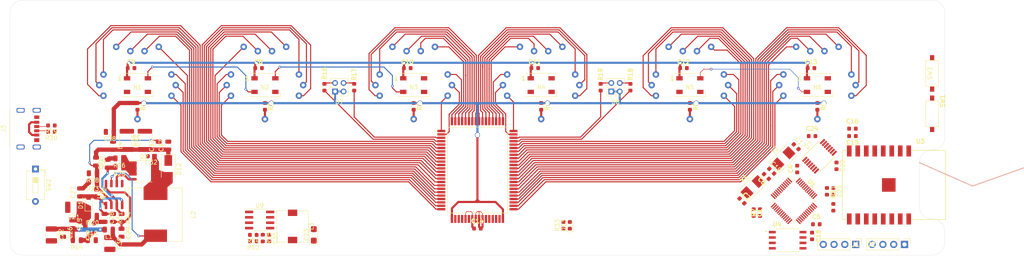
<source format=kicad_pcb>
(kicad_pcb (version 20171130) (host pcbnew 5.1.2)
  (layers (0 F.Cu signal) (31 B.Cu signal) (35 F.Paste user) (37 F.SilkS user) (39 F.Mask user) (44 Edge.Cuts user))
  (net 0 "")
  (net 1 +3V3)
  (net 2 /RGBLED_5V)
  (net 3 VPP)
  (net 4 /SWCLK)
  (net 5 /SWDIO)
  (net 6 "Net-(D2-Pad2)")
  (net 7 "Net-(N1-Pad1)")
  (net 8 "Net-(N2-Pad1)")
  (net 9 +5V)
  (net 10 "Net-(N3-Pad1)")
  (net 11 "Net-(N4-Pad1)")
  (net 12 "Net-(N5-Pad1)")
  (net 13 "Net-(N6-Pad1)")
  (net 14 /UART1_RX)
  (net 15 /UART1_TX)
  (net 16 /HV_LE_3.3V)
  (net 17 /HV_CLK_3.3V)
  (net 18 /NRST)
  (net 19 /N30)
  (net 20 /N39)
  (net 21 /N38)
  (net 22 /N37)
  (net 23 /N36)
  (net 24 /N35)
  (net 25 /N34)
  (net 26 /N33)
  (net 27 /N48)
  (net 28 /N47)
  (net 29 /N46)
  (net 30 /N45)
  (net 31 /N44)
  (net 32 /N43)
  (net 33 /N42)
  (net 34 /N41)
  (net 35 /N40)
  (net 36 /N49)
  (net 37 /N50)
  (net 38 /N59)
  (net 39 /N58)
  (net 40 /N57)
  (net 41 /N56)
  (net 42 /N55)
  (net 43 /N54)
  (net 44 /N53)
  (net 45 /N52)
  (net 46 /N51)
  (net 47 /N60)
  (net 48 /N69)
  (net 49 /N68)
  (net 50 /N67)
  (net 51 /N66)
  (net 52 /N65)
  (net 53 /N64)
  (net 54 /N63)
  (net 55 /N62)
  (net 56 /N61)
  (net 57 /HV_CLK_5V)
  (net 58 /HV_LE_5V)
  (net 59 /N10)
  (net 60 /N19)
  (net 61 /N18)
  (net 62 /N17)
  (net 63 /N16)
  (net 64 /N15)
  (net 65 /N14)
  (net 66 /N13)
  (net 67 /N12)
  (net 68 /N11)
  (net 69 /N20)
  (net 70 /N29)
  (net 71 /N28)
  (net 72 /N27)
  (net 73 /N26)
  (net 74 /N25)
  (net 75 /N24)
  (net 76 /N23)
  (net 77 /N22)
  (net 78 /N21)
  (net 79 /N32)
  (net 80 /N31)
  (net 81 "Net-(D4-Pad2)")
  (net 82 /QSPI_CS)
  (net 83 /QSPI_SCK)
  (net 84 /QSPI_IO0)
  (net 85 /QSPI_IO1)
  (net 86 /QSPI_IO2)
  (net 87 /QSPI_IO3)
  (net 88 "Net-(D5-Pad2)")
  (net 89 "Net-(C32-Pad1)")
  (net 90 "Net-(C33-Pad2)")
  (net 91 "Net-(C33-Pad1)")
  (net 92 /RGBLED_3.3V)
  (net 93 GND)
  (net 94 /HV_DIN_3.3V)
  (net 95 /HV_DIN_5V)
  (net 96 /ND4)
  (net 97 /ND1)
  (net 98 /ND2)
  (net 99 /ND3)
  (net 100 "Net-(C6-Pad1)")
  (net 101 "Net-(C7-Pad1)")
  (net 102 "Net-(C29-Pad1)")
  (net 103 "Net-(C30-Pad1)")
  (net 104 "Net-(D1-Pad2)")
  (net 105 "Net-(D3-Pad2)")
  (net 106 /BOOT0)
  (net 107 "Net-(D13-Pad2)")
  (net 108 "Net-(Q1-Pad1)")
  (net 109 "Net-(D13-Pad1)")
  (net 110 "Net-(C35-Pad2)")
  (net 111 "Net-(C35-Pad1)")
  (net 112 "Net-(L3-Pad1)")
  (net 113 "Net-(R13-Pad2)")
  (net 114 "Net-(C17-Pad1)")
  (net 115 "Net-(C19-Pad1)")
  (net 116 "Net-(C21-Pad1)")
  (net 117 "Net-(C27-Pad2)")
  (net 118 "Net-(C27-Pad1)")
  (net 119 "Net-(C28-Pad1)")
  (net 120 "Net-(C31-Pad1)")
  (net 121 "Net-(Q2-Pad1)")
  (net 122 /WKP1)
  (net 123 "Net-(Q2-Pad4)")
  (net 124 "Net-(D7-Pad4)")
  (net 125 "Net-(D7-Pad3)")
  (net 126 "Net-(D8-Pad4)")
  (net 127 "Net-(D8-Pad3)")
  (net 128 /VPP_EN)
  (net 129 "Net-(J3-PadA5)")
  (net 130 "Net-(J3-PadB5)")
  (net 131 "Net-(J3-PadA4)")
  (module Button_Switch_THT:SW_DIP_SPSTx01_Slide_6.7x4.1mm_W7.62mm_P2.54mm_LowProfile (layer F.Cu) (at -24 19.75 270)
    (fp_text reference SW2 (at 3.81 -3.11 90) (layer F.SilkS))
    (fp_text value SW_SPST)
    (pad 2 thru_hole oval (at 7.62 0 270) (size 1.6 1.6) (drill 0.8) (layers *.Cu *.Mask) (net 9 +5V))
    (pad 1 thru_hole rect (at 0 0 270) (size 1.6 1.6) (drill 0.8) (layers *.Cu *.Mask) (net 131 "Net-(J3-PadA4)"))
  )
  (module MountingHole:MountingHole_3.2mm_M3 (layer F.Cu) (at -26 36)
    (fp_text reference H4 hide)
    (fp_text value MountingHole hide)
    (pad 1 np_thru_hole circle (at 0 0) (size 3.2 3.2) (drill 3.2) (layers *.Cu *.Mask))
  )
  (module MountingHole:MountingHole_3.2mm_M3 (layer F.Cu) (at 186 36)
    (fp_text reference H3 hide)
    (fp_text value MountingHole hide)
    (pad 1 np_thru_hole circle (at 0 0) (size 3.2 3.2) (drill 3.2) (layers *.Cu *.Mask))
  )
  (module MountingHole:MountingHole_3.2mm_M3 (layer F.Cu) (at 186 -16)
    (fp_text reference H2 hide)
    (fp_text value MountingHole hide)
    (pad 1 np_thru_hole circle (at 0 0) (size 3.2 3.2) (drill 3.2) (layers *.Cu *.Mask))
  )
  (module MountingHole:MountingHole_3.2mm_M3 (layer F.Cu) (at -26 -16)
    (fp_text reference H1 hide)
    (fp_text value MountingHole hide)
    (pad 1 np_thru_hole circle (at 0 0) (size 3.2 3.2) (drill 3.2) (layers *.Cu *.Mask))
  )
  (module Resistor_SMD:R_0805_2012Metric (layer F.Cu) (at -10.75 36.5)
    (fp_text reference R10 (at 0 -1.65) (layer F.SilkS))
    (fp_text value 1k)
    (pad 2 smd roundrect (at 0.9375 0) (size 0.975 1.4) (layers F.Cu F.Paste F.Mask) (net 128 /VPP_EN))
    (pad 1 smd roundrect (at -0.9375 0) (size 0.975 1.4) (layers F.Cu F.Paste F.Mask) (net 108 "Net-(Q1-Pad1)"))
  )
  (module "HGHardware:USB TypeC 6P Horizontal" (layer F.Cu) (at -27.5 10.25 270)
    (fp_text reference J3 (at 0 4 90) (layer F.SilkS))
    (fp_text value USB_C_Receptacle_USB2.0)
    (pad Shield thru_hole roundrect (at 4.32 0 270) (size 1.1 1.9) (drill oval 0.7 1.5) (layers *.Cu *.Mask))
    (pad Shield thru_hole roundrect (at -4.32 0 270) (size 1.1 1.9) (drill oval 0.7 1.5) (layers *.Cu *.Mask))
    (pad Shield thru_hole roundrect (at 4.32 -3.8 270) (size 1.1 1.9) (drill oval 0.7 1.5) (layers *.Cu *.Mask))
    (pad Shield thru_hole roundrect (at -4.32 -3.8 270) (size 1.1 1.9) (drill oval 0.7 1.5) (layers *.Cu *.Mask))
    (pad A5 smd rect (at -0.5 -3.8 270) (size 0.7 1.2) (layers F.Cu F.Paste F.Mask) (net 129 "Net-(J3-PadA5)"))
    (pad A9 smd rect (at 1.5 -3.8 270) (size 0.7 1.2) (layers F.Cu F.Paste F.Mask) (net 131 "Net-(J3-PadA4)"))
    (pad B9 smd rect (at -1.5 -3.8 270) (size 0.7 1.2) (layers F.Cu F.Paste F.Mask) (net 131 "Net-(J3-PadA4)"))
    (pad A12 smd rect (at 2.7 -3.8 270) (size 0.9 1.2) (layers F.Cu F.Paste F.Mask) (net 93 GND))
    (pad B5 smd rect (at 0.5 -3.8 270) (size 0.7 1.2) (layers F.Cu F.Paste F.Mask) (net 130 "Net-(J3-PadB5)"))
    (pad B12 smd rect (at -2.7 -3.8 270) (size 0.8 1.2) (layers F.Cu F.Paste F.Mask) (net 93 GND))
  )
  (module Resistor_SMD:R_0603_1608Metric (layer F.Cu) (at -20.25 11 180)
    (fp_text reference R30 (at 0 -1.43) (layer F.SilkS))
    (fp_text value 5.1K)
    (pad 2 smd roundrect (at 0.7875 0 180) (size 0.875 0.95) (layers F.Cu F.Paste F.Mask) (net 130 "Net-(J3-PadB5)"))
    (pad 1 smd roundrect (at -0.7875 0 180) (size 0.875 0.95) (layers F.Cu F.Paste F.Mask) (net 93 GND))
  )
  (module Resistor_SMD:R_0603_1608Metric (layer F.Cu) (at -20.25 9.5 180)
    (fp_text reference R29 (at 0 -1.43) (layer F.SilkS))
    (fp_text value 5.1K)
    (pad 2 smd roundrect (at 0.7875 0 180) (size 0.875 0.95) (layers F.Cu F.Paste F.Mask) (net 129 "Net-(J3-PadA5)"))
    (pad 1 smd roundrect (at -0.7875 0 180) (size 0.875 0.95) (layers F.Cu F.Paste F.Mask) (net 93 GND))
  )
  (module Connector_PinSocket_2.00mm:PinSocket_2x02_P2.00mm_Vertical (layer F.Cu) (at 111.5 1.5 180)
    (fp_text reference D8 (at -1 -2.5) (layer F.SilkS))
    (fp_text value LED_Dual_AACC)
    (pad 4 thru_hole oval (at -2 2 180) (size 1.35 1.35) (drill 0.8) (layers *.Cu *.Mask) (net 126 "Net-(D8-Pad4)"))
    (pad 3 thru_hole oval (at 0 2 180) (size 1.35 1.35) (drill 0.8) (layers *.Cu *.Mask) (net 127 "Net-(D8-Pad3)"))
    (pad 2 thru_hole oval (at -2 0 180) (size 1.35 1.35) (drill 0.8) (layers *.Cu *.Mask) (net 3 VPP))
    (pad 1 thru_hole rect (at 0 0 180) (size 1.35 1.35) (drill 0.8) (layers *.Cu *.Mask) (net 3 VPP))
  )
  (module Connector_PinSocket_2.00mm:PinSocket_2x02_P2.00mm_Vertical (layer F.Cu) (at 46.5 1.5 180)
    (fp_text reference D7 (at -1 -2.5) (layer F.SilkS))
    (fp_text value LED_Dual_AACC)
    (pad 4 thru_hole oval (at -2 2 180) (size 1.35 1.35) (drill 0.8) (layers *.Cu *.Mask) (net 124 "Net-(D7-Pad4)"))
    (pad 3 thru_hole oval (at 0 2 180) (size 1.35 1.35) (drill 0.8) (layers *.Cu *.Mask) (net 125 "Net-(D7-Pad3)"))
    (pad 2 thru_hole oval (at -2 0 180) (size 1.35 1.35) (drill 0.8) (layers *.Cu *.Mask) (net 3 VPP))
    (pad 1 thru_hole rect (at 0 0 180) (size 1.35 1.35) (drill 0.8) (layers *.Cu *.Mask) (net 3 VPP))
  )
  (module Package_TO_SOT_SMD:SOT-23 (layer F.Cu) (at -11.25 33.5 180)
    (fp_text reference Q1 (at 0 -2.5) (layer F.SilkS))
    (fp_text value MMBTA42)
    (pad 3 smd rect (at 1 0 180) (size 0.9 0.8) (layers F.Cu F.Paste F.Mask) (net 116 "Net-(C21-Pad1)"))
    (pad 2 smd rect (at -1 0.95 180) (size 0.9 0.8) (layers F.Cu F.Paste F.Mask) (net 93 GND))
    (pad 1 smd rect (at -1 -0.95 180) (size 0.9 0.8) (layers F.Cu F.Paste F.Mask) (net 108 "Net-(Q1-Pad1)"))
  )
  (module Capacitor_SMD:C_1812_4532Metric (layer F.Cu) (at 1.75 13 90)
    (fp_text reference C36 (at 0 -2.65 90) (layer F.SilkS))
    (fp_text value "1uF 250v")
    (pad 2 smd roundrect (at 2.1375 0 90) (size 1.125 3.4) (layers F.Cu F.Paste F.Mask) (roundrect_rratio 0.222222) (net 93 GND))
    (pad 1 smd roundrect (at -2.1375 0 90) (size 1.125 3.4) (layers F.Cu F.Paste F.Mask) (roundrect_rratio 0.222222) (net 91 "Net-(C33-Pad1)"))
  )
  (module Capacitor_SMD:C_1812_4532Metric (layer F.Cu) (at -2.5 13 270)
    (fp_text reference C34 (at 0 -2.65 90) (layer F.SilkS))
    (fp_text value "1uF 250v")
    (pad 2 smd roundrect (at 2.1375 0 270) (size 1.125 3.4) (layers F.Cu F.Paste F.Mask) (roundrect_rratio 0.222222) (net 91 "Net-(C33-Pad1)"))
    (pad 1 smd roundrect (at -2.1375 0 270) (size 1.125 3.4) (layers F.Cu F.Paste F.Mask) (roundrect_rratio 0.222222) (net 93 GND))
  )
  (module Package_SO:SO-8_3.9x4.9mm_P1.27mm (layer F.Cu) (at -5.5 25.75 90)
    (fp_text reference U5 (at 0 -3.4 90) (layer F.SilkS))
    (fp_text value UCC3803)
    (pad 8 smd roundrect (at 2.575 -1.905 90) (size 1.75 0.6) (layers F.Cu F.Paste F.Mask) (net 102 "Net-(C29-Pad1)"))
    (pad 7 smd roundrect (at 2.575 -0.635 90) (size 1.75 0.6) (layers F.Cu F.Paste F.Mask) (net 103 "Net-(C30-Pad1)"))
    (pad 6 smd roundrect (at 2.575 0.635 90) (size 1.75 0.6) (layers F.Cu F.Paste F.Mask) (net 123 "Net-(Q2-Pad4)"))
    (pad 5 smd roundrect (at 2.575 1.905 90) (size 1.75 0.6) (layers F.Cu F.Paste F.Mask) (net 93 GND))
    (pad 4 smd roundrect (at -2.575 1.905 90) (size 1.75 0.6) (layers F.Cu F.Paste F.Mask) (net 119 "Net-(C28-Pad1)"))
    (pad 3 smd roundrect (at -2.575 0.635 90) (size 1.75 0.6) (layers F.Cu F.Paste F.Mask) (net 120 "Net-(C31-Pad1)"))
    (pad 2 smd roundrect (at -2.575 -0.635 90) (size 1.75 0.6) (layers F.Cu F.Paste F.Mask) (net 90 "Net-(C33-Pad2)"))
    (pad 1 smd roundrect (at -2.575 -1.905 90) (size 1.75 0.6) (layers F.Cu F.Paste F.Mask) (net 118 "Net-(C27-Pad1)"))
  )
  (module Package_SO:SO-8_3.9x4.9mm_P1.27mm (layer F.Cu) (at 1.5 20.25)
    (fp_text reference Q2 (at 0 -3.4) (layer F.SilkS))
    (fp_text value FDS2672CT)
    (pad 8 smd roundrect (at 2.575 -1.905) (size 1.75 0.6) (layers F.Cu F.Paste F.Mask) (net 89 "Net-(C32-Pad1)"))
    (pad 7 smd roundrect (at 2.575 -0.635) (size 1.75 0.6) (layers F.Cu F.Paste F.Mask) (net 89 "Net-(C32-Pad1)"))
    (pad 6 smd roundrect (at 2.575 0.635) (size 1.75 0.6) (layers F.Cu F.Paste F.Mask) (net 89 "Net-(C32-Pad1)"))
    (pad 5 smd roundrect (at 2.575 1.905) (size 1.75 0.6) (layers F.Cu F.Paste F.Mask) (net 89 "Net-(C32-Pad1)"))
    (pad 4 smd roundrect (at -2.575 1.905) (size 1.75 0.6) (layers F.Cu F.Paste F.Mask) (net 123 "Net-(Q2-Pad4)"))
    (pad 3 smd roundrect (at -2.575 0.635) (size 1.75 0.6) (layers F.Cu F.Paste F.Mask) (net 121 "Net-(Q2-Pad1)"))
    (pad 2 smd roundrect (at -2.575 -0.635) (size 1.75 0.6) (layers F.Cu F.Paste F.Mask) (net 121 "Net-(Q2-Pad1)"))
    (pad 1 smd roundrect (at -2.575 -1.905) (size 1.75 0.6) (layers F.Cu F.Paste F.Mask) (net 121 "Net-(Q2-Pad1)"))
  )
  (module Inductor_SMD:L_12x12mm_H4.5mm (layer F.Cu) (at 4.25 30.5 270)
    (fp_text reference L2 (at 0 -8.89 90) (layer F.SilkS))
    (fp_text value 33uH)
    (pad 2 smd rect (at 4.95 0 270) (size 2.9 5.4) (layers F.Cu F.Paste F.Mask) (net 103 "Net-(C30-Pad1)"))
    (pad 1 smd rect (at -4.95 0 270) (size 2.9 5.4) (layers F.Cu F.Paste F.Mask) (net 89 "Net-(C32-Pad1)"))
  )
  (module Diode_SMD:D_SMA (layer F.Cu) (at 7.25 19.75 270)
    (fp_text reference D12 (at 0 -2.5 90) (layer F.SilkS))
    (fp_text value ES1D)
    (pad 2 smd rect (at 2 0 270) (size 2.5 1.8) (layers F.Cu F.Paste F.Mask) (net 89 "Net-(C32-Pad1)"))
    (pad 1 smd rect (at -2 0 270) (size 2.5 1.8) (layers F.Cu F.Paste F.Mask) (net 91 "Net-(C33-Pad1)"))
  )
  (module Diode_SMD:D_SOD-323_HandSoldering (layer F.Cu) (at -11.5 27.75 90)
    (fp_text reference D11 (at 0 -1.85 90) (layer F.SilkS))
    (fp_text value BAT54)
    (pad 2 smd rect (at 1.25 0 90) (size 1 1) (layers F.Cu F.Paste F.Mask) (net 118 "Net-(C27-Pad1)"))
    (pad 1 smd rect (at -1.25 0 90) (size 1 1) (layers F.Cu F.Paste F.Mask) (net 116 "Net-(C21-Pad1)"))
  )
  (module Crystal:Crystal_SMD_5032-2Pin_5.0x3.2mm (layer F.Cu) (at 152 17.25 45)
    (fp_text reference Y2 (at 0 -2.8 45) (layer F.SilkS))
    (fp_text value 8MHz)
    (pad 2 smd rect (at 1.85 0 45) (size 2 2.4) (layers F.Cu F.Paste F.Mask) (net 114 "Net-(C17-Pad1)"))
    (pad 1 smd rect (at -1.85 0 45) (size 2 2.4) (layers F.Cu F.Paste F.Mask) (net 115 "Net-(C19-Pad1)"))
  )
  (module Resistor_SMD:R_0805_2012Metric (layer F.Cu) (at -10.5 20.75 180)
    (fp_text reference R28 (at 0 -1.65) (layer F.SilkS))
    (fp_text value 7.68k)
    (pad 2 smd roundrect (at 0.9375 0 180) (size 0.975 1.4) (layers F.Cu F.Paste F.Mask) (net 93 GND))
    (pad 1 smd roundrect (at -0.9375 0 180) (size 0.975 1.4) (layers F.Cu F.Paste F.Mask) (net 90 "Net-(C33-Pad2)"))
  )
  (module Resistor_SMD:R_0805_2012Metric (layer F.Cu) (at -9.75 18 270)
    (fp_text reference R27 (at 0 -1.65 90) (layer F.SilkS))
    (fp_text value 634k)
    (pad 2 smd roundrect (at 0.9375 0 270) (size 0.975 1.4) (layers F.Cu F.Paste F.Mask) (net 90 "Net-(C33-Pad2)"))
    (pad 1 smd roundrect (at -0.9375 0 270) (size 0.975 1.4) (layers F.Cu F.Paste F.Mask) (net 91 "Net-(C33-Pad1)"))
  )
  (module Resistor_SMD:R_0805_2012Metric (layer F.Cu) (at -4.25 17.25 180)
    (fp_text reference R26 (at 0 -1.65) (layer F.SilkS))
    (fp_text value "0.1 1/2W")
    (pad 2 smd roundrect (at 0.9375 0 180) (size 0.975 1.4) (layers F.Cu F.Paste F.Mask) (net 93 GND))
    (pad 1 smd roundrect (at -0.9375 0 180) (size 0.975 1.4) (layers F.Cu F.Paste F.Mask) (net 121 "Net-(Q2-Pad1)"))
  )
  (module Resistor_SMD:R_0805_2012Metric (layer F.Cu) (at -4.25 19.25 180)
    (fp_text reference R25 (at 0 -1.65) (layer F.SilkS))
    (fp_text value 1k)
    (pad 2 smd roundrect (at 0.9375 0 180) (size 0.975 1.4) (layers F.Cu F.Paste F.Mask) (net 120 "Net-(C31-Pad1)"))
    (pad 1 smd roundrect (at -0.9375 0 180) (size 0.975 1.4) (layers F.Cu F.Paste F.Mask) (net 121 "Net-(Q2-Pad1)"))
  )
  (module Resistor_SMD:R_0805_2012Metric (layer F.Cu) (at -3.75 31.25 270)
    (fp_text reference R24 (at 0 -1.65 90) (layer F.SilkS))
    (fp_text value 4.12k)
    (pad 2 smd roundrect (at 0.9375 0 270) (size 0.975 1.4) (layers F.Cu F.Paste F.Mask) (net 102 "Net-(C29-Pad1)"))
    (pad 1 smd roundrect (at -0.9375 0 270) (size 0.975 1.4) (layers F.Cu F.Paste F.Mask) (net 120 "Net-(C31-Pad1)"))
  )
  (module Resistor_SMD:R_0805_2012Metric (layer F.Cu) (at -10.5 22.75 180)
    (fp_text reference R23 (at 0 -1.65) (layer F.SilkS))
    (fp_text value "0 Ohm")
    (pad 2 smd roundrect (at 0.9375 0 180) (size 0.975 1.4) (layers F.Cu F.Paste F.Mask) (net 117 "Net-(C27-Pad2)"))
    (pad 1 smd roundrect (at -0.9375 0 180) (size 0.975 1.4) (layers F.Cu F.Paste F.Mask) (net 90 "Net-(C33-Pad2)"))
  )
  (module Resistor_SMD:R_0805_2012Metric (layer F.Cu) (at -9.5 25.5 270)
    (fp_text reference R22 (at 0 -1.65 90) (layer F.SilkS))
    (fp_text value N.U.)
    (pad 2 smd roundrect (at 0.9375 0 270) (size 0.975 1.4) (layers F.Cu F.Paste F.Mask) (net 118 "Net-(C27-Pad1)"))
    (pad 1 smd roundrect (at -0.9375 0 270) (size 0.975 1.4) (layers F.Cu F.Paste F.Mask) (net 90 "Net-(C33-Pad2)"))
  )
  (module Resistor_SMD:R_0805_2012Metric (layer F.Cu) (at -5.75 31.25 270)
    (fp_text reference R21 (at 0 -1.65 90) (layer F.SilkS))
    (fp_text value 60.4k)
    (pad 2 smd roundrect (at 0.9375 0 270) (size 0.975 1.4) (layers F.Cu F.Paste F.Mask) (net 102 "Net-(C29-Pad1)"))
    (pad 1 smd roundrect (at -0.9375 0 270) (size 0.975 1.4) (layers F.Cu F.Paste F.Mask) (net 119 "Net-(C28-Pad1)"))
  )
  (module Resistor_SMD:R_0805_2012Metric (layer F.Cu) (at -10.5 30.75 180)
    (fp_text reference R20 (at 0 -1.65) (layer F.SilkS))
    (fp_text value 100k)
    (pad 2 smd roundrect (at 0.9375 0 180) (size 0.975 1.4) (layers F.Cu F.Paste F.Mask) (net 116 "Net-(C21-Pad1)"))
    (pad 1 smd roundrect (at -0.9375 0 180) (size 0.975 1.4) (layers F.Cu F.Paste F.Mask) (net 93 GND))
  )
  (module Resistor_SMD:R_0805_2012Metric (layer F.Cu) (at -15.25 32.75 270)
    (fp_text reference R15 (at 0 -1.65 90) (layer F.SilkS))
    (fp_text value 2k)
    (pad 2 smd roundrect (at 0.9375 0 270) (size 0.975 1.4) (layers F.Cu F.Paste F.Mask) (net 9 +5V))
    (pad 1 smd roundrect (at -0.9375 0 270) (size 0.975 1.4) (layers F.Cu F.Paste F.Mask) (net 116 "Net-(C21-Pad1)"))
  )
  (module Resistor_SMD:R_0805_2012Metric (layer F.Cu) (at -14.25 36.5 180)
    (fp_text reference R14 (at 0 -1.65) (layer F.SilkS))
    (fp_text value 100k)
    (pad 2 smd roundrect (at 0.9375 0 180) (size 0.975 1.4) (layers F.Cu F.Paste F.Mask) (net 9 +5V))
    (pad 1 smd roundrect (at -0.9375 0 180) (size 0.975 1.4) (layers F.Cu F.Paste F.Mask) (net 108 "Net-(Q1-Pad1)"))
  )
  (module Resistor_SMD:R_0805_2012Metric (layer F.Cu) (at -5.75 14.25 270)
    (fp_text reference L4 (at 0 -1.65 90) (layer F.SilkS))
    (fp_text value "60ohm 100Mhz")
    (pad 2 smd roundrect (at 0.9375 0 270) (size 0.975 1.4) (layers F.Cu F.Paste F.Mask) (net 91 "Net-(C33-Pad1)"))
    (pad 1 smd roundrect (at -0.9375 0 270) (size 0.975 1.4) (layers F.Cu F.Paste F.Mask) (net 3 VPP))
  )
  (module Resistor_SMD:R_0805_2012Metric (layer F.Cu) (at -6.75 34 180)
    (fp_text reference L1 (at 0 -1.65) (layer F.SilkS))
    (fp_text value "60ohm 100Mhz")
    (pad 2 smd roundrect (at 0.9375 0 180) (size 0.975 1.4) (layers F.Cu F.Paste F.Mask) (net 9 +5V))
    (pad 1 smd roundrect (at -0.9375 0 180) (size 0.975 1.4) (layers F.Cu F.Paste F.Mask) (net 103 "Net-(C30-Pad1)"))
  )
  (module Capacitor_SMD:C_0805_2012Metric (layer F.Cu) (at -6.5 11 180)
    (fp_text reference C38 (at 0 -1.65) (layer F.SilkS))
    (fp_text value "0.1uF 250v")
    (pad 2 smd roundrect (at 0.9375 0 180) (size 0.975 1.4) (layers F.Cu F.Paste F.Mask) (net 93 GND))
    (pad 1 smd roundrect (at -0.9375 0 180) (size 0.975 1.4) (layers F.Cu F.Paste F.Mask) (net 3 VPP))
  )
  (module Capacitor_SMD:C_0805_2012Metric (layer F.Cu) (at 7.25 14.25 90)
    (fp_text reference C37 (at 0 -1.65 90) (layer F.SilkS))
    (fp_text value "0.1uF 250v")
    (pad 2 smd roundrect (at 0.9375 0 90) (size 0.975 1.4) (layers F.Cu F.Paste F.Mask) (net 93 GND))
    (pad 1 smd roundrect (at -0.9375 0 90) (size 0.975 1.4) (layers F.Cu F.Paste F.Mask) (net 91 "Net-(C33-Pad1)"))
  )
  (module Capacitor_SMD:C_0805_2012Metric (layer F.Cu) (at 5 14.25 90)
    (fp_text reference C33 (at 0 -1.65 90) (layer F.SilkS))
    (fp_text value "100pF 250v")
    (pad 2 smd roundrect (at 0.9375 0 90) (size 0.975 1.4) (layers F.Cu F.Paste F.Mask) (net 90 "Net-(C33-Pad2)"))
    (pad 1 smd roundrect (at -0.9375 0 90) (size 0.975 1.4) (layers F.Cu F.Paste F.Mask) (net 91 "Net-(C33-Pad1)"))
  )
  (module Capacitor_SMD:C_0603_1608Metric (layer F.Cu) (at 3.25 16.75 180)
    (fp_text reference C32 (at 0 -1.43) (layer F.SilkS))
    (fp_text value "560pF 250v")
    (pad 2 smd roundrect (at 0.7875 0 180) (size 0.875 0.95) (layers F.Cu F.Paste F.Mask) (net 93 GND))
    (pad 1 smd roundrect (at -0.7875 0 180) (size 0.875 0.95) (layers F.Cu F.Paste F.Mask) (net 89 "Net-(C32-Pad1)"))
  )
  (module Capacitor_SMD:C_0805_2012Metric (layer F.Cu) (at -7 18.5 90)
    (fp_text reference C31 (at 0 -1.65 90) (layer F.SilkS))
    (fp_text value 1nF)
    (pad 2 smd roundrect (at 0.9375 0 90) (size 0.975 1.4) (layers F.Cu F.Paste F.Mask) (net 93 GND))
    (pad 1 smd roundrect (at -0.9375 0 90) (size 0.975 1.4) (layers F.Cu F.Paste F.Mask) (net 120 "Net-(C31-Pad1)"))
  )
  (module Capacitor_SMD:C_1210_3225Metric (layer F.Cu) (at -6.5 37.25 270)
    (fp_text reference C30 (at 0 -2.28 90) (layer F.SilkS))
    (fp_text value "100uF 16v")
    (pad 2 smd roundrect (at 1.4 0 270) (size 1.25 2.65) (layers F.Cu F.Paste F.Mask) (roundrect_rratio 0.2) (net 93 GND))
    (pad 1 smd roundrect (at -1.4 0 270) (size 1.25 2.65) (layers F.Cu F.Paste F.Mask) (roundrect_rratio 0.2) (net 103 "Net-(C30-Pad1)"))
  )
  (module Capacitor_SMD:C_0805_2012Metric (layer F.Cu) (at -3.75 34.75 270)
    (fp_text reference C29 (at 0 -1.65 90) (layer F.SilkS))
    (fp_text value "0.1uF 16v")
    (pad 2 smd roundrect (at 0.9375 0 270) (size 0.975 1.4) (layers F.Cu F.Paste F.Mask) (net 93 GND))
    (pad 1 smd roundrect (at -0.9375 0 270) (size 0.975 1.4) (layers F.Cu F.Paste F.Mask) (net 102 "Net-(C29-Pad1)"))
  )
  (module Capacitor_SMD:C_0805_2012Metric (layer F.Cu) (at -7.75 31.25 270)
    (fp_text reference C28 (at 0 -1.65 90) (layer F.SilkS))
    (fp_text value 430pF)
    (pad 2 smd roundrect (at 0.9375 0 270) (size 0.975 1.4) (layers F.Cu F.Paste F.Mask) (net 93 GND))
    (pad 1 smd roundrect (at -0.9375 0 270) (size 0.975 1.4) (layers F.Cu F.Paste F.Mask) (net 119 "Net-(C28-Pad1)"))
  )
  (module Capacitor_SMD:C_0805_2012Metric (layer F.Cu) (at -13.5 25.25 90)
    (fp_text reference C27 (at 0 -1.65 90) (layer F.SilkS))
    (fp_text value 220pF)
    (pad 2 smd roundrect (at 0.9375 0 90) (size 0.975 1.4) (layers F.Cu F.Paste F.Mask) (net 117 "Net-(C27-Pad2)"))
    (pad 1 smd roundrect (at -0.9375 0 90) (size 0.975 1.4) (layers F.Cu F.Paste F.Mask) (net 118 "Net-(C27-Pad1)"))
  )
  (module Capacitor_SMD:C_0805_2012Metric (layer F.Cu) (at -17.5 34.75 270)
    (fp_text reference C26 (at 0 -1.65 90) (layer F.SilkS))
    (fp_text value 0.1uF)
    (pad 2 smd roundrect (at 0.9375 0 270) (size 0.975 1.4) (layers F.Cu F.Paste F.Mask) (net 93 GND))
    (pad 1 smd roundrect (at -0.9375 0 270) (size 0.975 1.4) (layers F.Cu F.Paste F.Mask) (net 9 +5V))
  )
  (module Capacitor_SMD:C_1210_3225Metric (layer F.Cu) (at -20.25 35.25 270)
    (fp_text reference C22 (at 0 -2.28 90) (layer F.SilkS))
    (fp_text value "100uF 16v")
    (pad 2 smd roundrect (at 1.4 0 270) (size 1.25 2.65) (layers F.Cu F.Paste F.Mask) (roundrect_rratio 0.2) (net 93 GND))
    (pad 1 smd roundrect (at -1.4 0 270) (size 1.25 2.65) (layers F.Cu F.Paste F.Mask) (roundrect_rratio 0.2) (net 9 +5V))
  )
  (module Capacitor_SMD:C_1210_3225Metric (layer F.Cu) (at -15 28.75 180)
    (fp_text reference C21 (at 0 -2.28) (layer F.SilkS))
    (fp_text value "47uF 16v")
    (pad 2 smd roundrect (at 1.4 0 180) (size 1.25 2.65) (layers F.Cu F.Paste F.Mask) (roundrect_rratio 0.2) (net 93 GND))
    (pad 1 smd roundrect (at -1.4 0 180) (size 1.25 2.65) (layers F.Cu F.Paste F.Mask) (roundrect_rratio 0.2) (net 116 "Net-(C21-Pad1)"))
  )
  (module Capacitor_SMD:C_0603_1608Metric (layer F.Cu) (at 149.25 20.25 315)
    (fp_text reference C19 (at 0 -1.43 135) (layer F.SilkS))
    (fp_text value 20pF)
    (pad 2 smd roundrect (at 0.7875 0 315) (size 0.875 0.95) (layers F.Cu F.Paste F.Mask) (net 93 GND))
    (pad 1 smd roundrect (at -0.7875 0 315) (size 0.875 0.95) (layers F.Cu F.Paste F.Mask) (net 115 "Net-(C19-Pad1)"))
  )
  (module Capacitor_SMD:C_0603_1608Metric (layer F.Cu) (at 155 14.5 315)
    (fp_text reference C17 (at 0 -1.43 135) (layer F.SilkS))
    (fp_text value 20pF)
    (pad 2 smd roundrect (at 0.7875 0 315) (size 0.875 0.95) (layers F.Cu F.Paste F.Mask) (net 93 GND))
    (pad 1 smd roundrect (at -0.7875 0 315) (size 0.875 0.95) (layers F.Cu F.Paste F.Mask) (net 114 "Net-(C17-Pad1)"))
  )
  (module HGHardware:NixieTubeJack (layer F.Cu) (at 160 0)
    (fp_text reference N6 (at 0 0.5) (layer F.SilkS))
    (fp_text value NixieTube)
    (pad 11 thru_hole circle (at -9 0) (size 1.524 1.524) (drill 0.762) (layers *.Cu *.Mask) (net 48 /N69))
    (pad 10 thru_hole circle (at -8 -2.5) (size 1.524 1.524) (drill 0.762) (layers *.Cu *.Mask) (net 49 /N68))
    (pad 9 thru_hole circle (at -5 -9) (size 1.524 1.524) (drill 0.762) (layers *.Cu *.Mask) (net 50 /N67))
    (pad 8 thru_hole circle (at -1.666667 -8) (size 1.524 1.524) (drill 0.762) (layers *.Cu *.Mask) (net 51 /N66))
    (pad 7 thru_hole circle (at 1.666666 -8) (size 1.524 1.524) (drill 0.762) (layers *.Cu *.Mask) (net 52 /N65))
    (pad 6 thru_hole circle (at 5 -9) (size 1.524 1.524) (drill 0.762) (layers *.Cu *.Mask) (net 53 /N64))
    (pad 12 thru_hole circle (at -8 2.5) (size 1.524 1.524) (drill 0.762) (layers *.Cu *.Mask) (net 47 /N60))
    (pad 5 thru_hole circle (at 8 -2.5) (size 1.524 1.524) (drill 0.762) (layers *.Cu *.Mask) (net 54 /N63))
    (pad 4 thru_hole circle (at 9 0) (size 1.524 1.524) (drill 0.762) (layers *.Cu *.Mask) (net 55 /N62))
    (pad 3 thru_hole circle (at 8 2.5) (size 1.524 1.524) (drill 0.762) (layers *.Cu *.Mask) (net 56 /N61))
    (pad 1 thru_hole circle (at 0 8) (size 1.524 1.524) (drill 0.762) (layers *.Cu *.Mask) (net 13 "Net-(N6-Pad1)"))
  )
  (module HGHardware:NixieTubeJack (layer F.Cu) (at 130 0)
    (fp_text reference N5 (at 0 0.5) (layer F.SilkS))
    (fp_text value NixieTube)
    (pad 11 thru_hole circle (at -9 0) (size 1.524 1.524) (drill 0.762) (layers *.Cu *.Mask) (net 38 /N59))
    (pad 10 thru_hole circle (at -8 -2.5) (size 1.524 1.524) (drill 0.762) (layers *.Cu *.Mask) (net 39 /N58))
    (pad 9 thru_hole circle (at -5 -9) (size 1.524 1.524) (drill 0.762) (layers *.Cu *.Mask) (net 40 /N57))
    (pad 8 thru_hole circle (at -1.666667 -8) (size 1.524 1.524) (drill 0.762) (layers *.Cu *.Mask) (net 41 /N56))
    (pad 7 thru_hole circle (at 1.666666 -8) (size 1.524 1.524) (drill 0.762) (layers *.Cu *.Mask) (net 42 /N55))
    (pad 6 thru_hole circle (at 5 -9) (size 1.524 1.524) (drill 0.762) (layers *.Cu *.Mask) (net 43 /N54))
    (pad 12 thru_hole circle (at -8 2.5) (size 1.524 1.524) (drill 0.762) (layers *.Cu *.Mask) (net 37 /N50))
    (pad 5 thru_hole circle (at 8 -2.5) (size 1.524 1.524) (drill 0.762) (layers *.Cu *.Mask) (net 44 /N53))
    (pad 4 thru_hole circle (at 9 0) (size 1.524 1.524) (drill 0.762) (layers *.Cu *.Mask) (net 45 /N52))
    (pad 3 thru_hole circle (at 8 2.5) (size 1.524 1.524) (drill 0.762) (layers *.Cu *.Mask) (net 46 /N51))
    (pad 1 thru_hole circle (at 0 8) (size 1.524 1.524) (drill 0.762) (layers *.Cu *.Mask) (net 12 "Net-(N5-Pad1)"))
  )
  (module HGHardware:NixieTubeJack (layer F.Cu) (at 95 0)
    (fp_text reference N4 (at 0 0.5) (layer F.SilkS))
    (fp_text value NixieTube)
    (pad 11 thru_hole circle (at -9 0) (size 1.524 1.524) (drill 0.762) (layers *.Cu *.Mask) (net 36 /N49))
    (pad 10 thru_hole circle (at -8 -2.5) (size 1.524 1.524) (drill 0.762) (layers *.Cu *.Mask) (net 27 /N48))
    (pad 9 thru_hole circle (at -5 -9) (size 1.524 1.524) (drill 0.762) (layers *.Cu *.Mask) (net 28 /N47))
    (pad 8 thru_hole circle (at -1.666667 -8) (size 1.524 1.524) (drill 0.762) (layers *.Cu *.Mask) (net 29 /N46))
    (pad 7 thru_hole circle (at 1.666666 -8) (size 1.524 1.524) (drill 0.762) (layers *.Cu *.Mask) (net 30 /N45))
    (pad 6 thru_hole circle (at 5 -9) (size 1.524 1.524) (drill 0.762) (layers *.Cu *.Mask) (net 31 /N44))
    (pad 12 thru_hole circle (at -8 2.5) (size 1.524 1.524) (drill 0.762) (layers *.Cu *.Mask) (net 35 /N40))
    (pad 5 thru_hole circle (at 8 -2.5) (size 1.524 1.524) (drill 0.762) (layers *.Cu *.Mask) (net 32 /N43))
    (pad 4 thru_hole circle (at 9 0) (size 1.524 1.524) (drill 0.762) (layers *.Cu *.Mask) (net 33 /N42))
    (pad 3 thru_hole circle (at 8 2.5) (size 1.524 1.524) (drill 0.762) (layers *.Cu *.Mask) (net 34 /N41))
    (pad 1 thru_hole circle (at 0 8) (size 1.524 1.524) (drill 0.762) (layers *.Cu *.Mask) (net 11 "Net-(N4-Pad1)"))
  )
  (module HGHardware:NixieTubeJack (layer F.Cu) (at 65 0)
    (fp_text reference N3 (at 0 0.5) (layer F.SilkS))
    (fp_text value NixieTube)
    (pad 11 thru_hole circle (at -9 0) (size 1.524 1.524) (drill 0.762) (layers *.Cu *.Mask) (net 20 /N39))
    (pad 10 thru_hole circle (at -8 -2.5) (size 1.524 1.524) (drill 0.762) (layers *.Cu *.Mask) (net 21 /N38))
    (pad 9 thru_hole circle (at -5 -9) (size 1.524 1.524) (drill 0.762) (layers *.Cu *.Mask) (net 22 /N37))
    (pad 8 thru_hole circle (at -1.666667 -8) (size 1.524 1.524) (drill 0.762) (layers *.Cu *.Mask) (net 23 /N36))
    (pad 7 thru_hole circle (at 1.666666 -8) (size 1.524 1.524) (drill 0.762) (layers *.Cu *.Mask) (net 24 /N35))
    (pad 6 thru_hole circle (at 5 -9) (size 1.524 1.524) (drill 0.762) (layers *.Cu *.Mask) (net 25 /N34))
    (pad 12 thru_hole circle (at -8 2.5) (size 1.524 1.524) (drill 0.762) (layers *.Cu *.Mask) (net 19 /N30))
    (pad 5 thru_hole circle (at 8 -2.5) (size 1.524 1.524) (drill 0.762) (layers *.Cu *.Mask) (net 26 /N33))
    (pad 4 thru_hole circle (at 9 0) (size 1.524 1.524) (drill 0.762) (layers *.Cu *.Mask) (net 79 /N32))
    (pad 3 thru_hole circle (at 8 2.5) (size 1.524 1.524) (drill 0.762) (layers *.Cu *.Mask) (net 80 /N31))
    (pad 1 thru_hole circle (at 0 8) (size 1.524 1.524) (drill 0.762) (layers *.Cu *.Mask) (net 10 "Net-(N3-Pad1)"))
  )
  (module HGHardware:NixieTubeJack (layer F.Cu) (at 30 0)
    (fp_text reference N2 (at 0 0.5) (layer F.SilkS))
    (fp_text value NixieTube)
    (pad 11 thru_hole circle (at -9 0) (size 1.524 1.524) (drill 0.762) (layers *.Cu *.Mask) (net 70 /N29))
    (pad 10 thru_hole circle (at -8 -2.5) (size 1.524 1.524) (drill 0.762) (layers *.Cu *.Mask) (net 71 /N28))
    (pad 9 thru_hole circle (at -5 -9) (size 1.524 1.524) (drill 0.762) (layers *.Cu *.Mask) (net 72 /N27))
    (pad 8 thru_hole circle (at -1.666667 -8) (size 1.524 1.524) (drill 0.762) (layers *.Cu *.Mask) (net 73 /N26))
    (pad 7 thru_hole circle (at 1.666666 -8) (size 1.524 1.524) (drill 0.762) (layers *.Cu *.Mask) (net 74 /N25))
    (pad 6 thru_hole circle (at 5 -9) (size 1.524 1.524) (drill 0.762) (layers *.Cu *.Mask) (net 75 /N24))
    (pad 12 thru_hole circle (at -8 2.5) (size 1.524 1.524) (drill 0.762) (layers *.Cu *.Mask) (net 69 /N20))
    (pad 5 thru_hole circle (at 8 -2.5) (size 1.524 1.524) (drill 0.762) (layers *.Cu *.Mask) (net 76 /N23))
    (pad 4 thru_hole circle (at 9 0) (size 1.524 1.524) (drill 0.762) (layers *.Cu *.Mask) (net 77 /N22))
    (pad 3 thru_hole circle (at 8 2.5) (size 1.524 1.524) (drill 0.762) (layers *.Cu *.Mask) (net 78 /N21))
    (pad 1 thru_hole circle (at 0 8) (size 1.524 1.524) (drill 0.762) (layers *.Cu *.Mask) (net 8 "Net-(N2-Pad1)"))
  )
  (module HGHardware:NixieTubeJack (layer F.Cu) (at 0 0)
    (fp_text reference N1 (at 0 0.5) (layer F.SilkS))
    (fp_text value NixieTube)
    (pad 11 thru_hole circle (at -9 0) (size 1.524 1.524) (drill 0.762) (layers *.Cu *.Mask) (net 60 /N19))
    (pad 10 thru_hole circle (at -8 -2.5) (size 1.524 1.524) (drill 0.762) (layers *.Cu *.Mask) (net 61 /N18))
    (pad 9 thru_hole circle (at -5 -9) (size 1.524 1.524) (drill 0.762) (layers *.Cu *.Mask) (net 62 /N17))
    (pad 8 thru_hole circle (at -1.666667 -8) (size 1.524 1.524) (drill 0.762) (layers *.Cu *.Mask) (net 63 /N16))
    (pad 7 thru_hole circle (at 1.666666 -8) (size 1.524 1.524) (drill 0.762) (layers *.Cu *.Mask) (net 64 /N15))
    (pad 6 thru_hole circle (at 5 -9) (size 1.524 1.524) (drill 0.762) (layers *.Cu *.Mask) (net 65 /N14))
    (pad 12 thru_hole circle (at -8 2.5) (size 1.524 1.524) (drill 0.762) (layers *.Cu *.Mask) (net 59 /N10))
    (pad 5 thru_hole circle (at 8 -2.5) (size 1.524 1.524) (drill 0.762) (layers *.Cu *.Mask) (net 66 /N13))
    (pad 4 thru_hole circle (at 9 0) (size 1.524 1.524) (drill 0.762) (layers *.Cu *.Mask) (net 67 /N12))
    (pad 3 thru_hole circle (at 8 2.5) (size 1.524 1.524) (drill 0.762) (layers *.Cu *.Mask) (net 68 /N11))
    (pad 1 thru_hole circle (at 0 8) (size 1.524 1.524) (drill 0.762) (layers *.Cu *.Mask) (net 7 "Net-(N1-Pad1)"))
  )
  (module Package_SO:SOIC-8_3.9x4.9mm_P1.27mm (layer F.Cu) (at 28.75 31.75)
    (fp_text reference U9 (at 0 -3.4) (layer F.SilkS))
    (fp_text value AOZ1031)
    (pad 8 smd roundrect (at 2.475 -1.905) (size 1.95 0.6) (layers F.Cu F.Paste F.Mask) (net 112 "Net-(L3-Pad1)"))
    (pad 7 smd roundrect (at 2.475 -0.635) (size 1.95 0.6) (layers F.Cu F.Paste F.Mask) (net 112 "Net-(L3-Pad1)"))
    (pad 6 smd roundrect (at 2.475 0.635) (size 1.95 0.6) (layers F.Cu F.Paste F.Mask) (net 9 +5V))
    (pad 5 smd roundrect (at 2.475 1.905) (size 1.95 0.6) (layers F.Cu F.Paste F.Mask) (net 111 "Net-(C35-Pad1)"))
    (pad 4 smd roundrect (at -2.475 1.905) (size 1.95 0.6) (layers F.Cu F.Paste F.Mask) (net 113 "Net-(R13-Pad2)"))
    (pad 3 smd roundrect (at -2.475 0.635) (size 1.95 0.6) (layers F.Cu F.Paste F.Mask) (net 93 GND))
    (pad 2 smd roundrect (at -2.475 -0.635) (size 1.95 0.6) (layers F.Cu F.Paste F.Mask) (net 9 +5V))
    (pad 1 smd roundrect (at -2.475 -1.905) (size 1.95 0.6) (layers F.Cu F.Paste F.Mask) (net 93 GND))
  )
  (module Package_SO:TSSOP-14_4.4x5mm_P0.65mm (layer F.Cu) (at 160.5 16.75 45)
    (fp_text reference U7 (at 0 -3.55 45) (layer F.SilkS))
    (fp_text value TXS0104EPWR)
    (pad 14 smd rect (at 2.95 -1.95 45) (size 1.45 0.45) (layers F.Cu F.Paste F.Mask) (net 9 +5V))
    (pad 13 smd rect (at 2.95 -1.3 45) (size 1.45 0.45) (layers F.Cu F.Paste F.Mask) (net 95 /HV_DIN_5V))
    (pad 12 smd rect (at 2.95 -0.65 45) (size 1.45 0.45) (layers F.Cu F.Paste F.Mask) (net 58 /HV_LE_5V))
    (pad 11 smd rect (at 2.95 0 45) (size 1.45 0.45) (layers F.Cu F.Paste F.Mask) (net 57 /HV_CLK_5V))
    (pad 10 smd rect (at 2.95 0.65 45) (size 1.45 0.45) (layers F.Cu F.Paste F.Mask) (net 2 /RGBLED_5V))
    (pad 9 smd rect (at 2.95 1.3 45) (size 1.45 0.45) (layers F.Cu F.Paste F.Mask))
    (pad 8 smd rect (at 2.95 1.95 45) (size 1.45 0.45) (layers F.Cu F.Paste F.Mask) (net 1 +3V3))
    (pad 7 smd rect (at -2.95 1.95 45) (size 1.45 0.45) (layers F.Cu F.Paste F.Mask) (net 93 GND))
    (pad 6 smd rect (at -2.95 1.3 45) (size 1.45 0.45) (layers F.Cu F.Paste F.Mask))
    (pad 5 smd rect (at -2.95 0.65 45) (size 1.45 0.45) (layers F.Cu F.Paste F.Mask) (net 92 /RGBLED_3.3V))
    (pad 4 smd rect (at -2.95 0 45) (size 1.45 0.45) (layers F.Cu F.Paste F.Mask) (net 17 /HV_CLK_3.3V))
    (pad 3 smd rect (at -2.95 -0.65 45) (size 1.45 0.45) (layers F.Cu F.Paste F.Mask) (net 16 /HV_LE_3.3V))
    (pad 2 smd rect (at -2.95 -1.3 45) (size 1.45 0.45) (layers F.Cu F.Paste F.Mask) (net 94 /HV_DIN_3.3V))
    (pad 1 smd rect (at -2.95 -1.95 45) (size 1.45 0.45) (layers F.Cu F.Paste F.Mask) (net 1 +3V3))
  )
  (module Resistor_SMD:R_0603_1608Metric (layer F.Cu) (at 29.5 36 270)
    (fp_text reference R35 (at 0 -1.43 90) (layer F.SilkS))
    (fp_text value 1.5KO)
    (pad 2 smd roundrect (at 0.7875 0 270) (size 0.875 0.95) (layers F.Cu F.Paste F.Mask) (net 110 "Net-(C35-Pad2)"))
    (pad 1 smd roundrect (at -0.7875 0 270) (size 0.875 0.95) (layers F.Cu F.Paste F.Mask) (net 93 GND))
  )
  (module Resistor_SMD:R_0603_1608Metric (layer F.Cu) (at 27.25 35.25 180)
    (fp_text reference R34 (at 0 -1.43) (layer F.SilkS))
    (fp_text value 10KO)
    (pad 2 smd roundrect (at 0.7875 0 180) (size 0.875 0.95) (layers F.Cu F.Paste F.Mask) (net 113 "Net-(R13-Pad2)"))
    (pad 1 smd roundrect (at -0.7875 0 180) (size 0.875 0.95) (layers F.Cu F.Paste F.Mask) (net 93 GND))
  )
  (module Resistor_SMD:R_0603_1608Metric (layer F.Cu) (at 27.25 36.75 180)
    (fp_text reference R13 (at 0 -1.43) (layer F.SilkS))
    (fp_text value 31.1KO)
    (pad 2 smd roundrect (at 0.7875 0 180) (size 0.875 0.95) (layers F.Cu F.Paste F.Mask) (net 113 "Net-(R13-Pad2)"))
    (pad 1 smd roundrect (at -0.7875 0 180) (size 0.875 0.95) (layers F.Cu F.Paste F.Mask) (net 1 +3V3))
  )
  (module Inductor_SMD:L_7.3x7.3_H3.5 (layer F.Cu) (at 36.5 33.25 270)
    (fp_text reference L3 (at 0 -4.45 90) (layer F.SilkS))
    (fp_text value 4.7uH)
    (pad 2 smd rect (at 3.2 0 270) (size 1.5 2.2) (layers F.Cu F.Paste F.Mask) (net 1 +3V3))
    (pad 1 smd rect (at -3.2 0 270) (size 1.5 2.2) (layers F.Cu F.Paste F.Mask) (net 112 "Net-(L3-Pad1)"))
  )
  (module Capacitor_SMD:C_0603_1608Metric (layer F.Cu) (at 31 36 270)
    (fp_text reference C35 (at 0 -1.43 90) (layer F.SilkS))
    (fp_text value 100nF)
    (pad 2 smd roundrect (at 0.7875 0 270) (size 0.875 0.95) (layers F.Cu F.Paste F.Mask) (net 110 "Net-(C35-Pad2)"))
    (pad 1 smd roundrect (at -0.7875 0 270) (size 0.875 0.95) (layers F.Cu F.Paste F.Mask) (net 111 "Net-(C35-Pad1)"))
  )
  (module Capacitor_Tantalum_SMD:CP_EIA-3216-18_Kemet-A (layer F.Cu) (at 41.5 35.25 90)
    (fp_text reference C23 (at 0 -1.75 90) (layer F.SilkS))
    (fp_text value 10uF)
    (pad 2 smd roundrect (at 1.35 0 90) (size 1.4 1.35) (layers F.Cu F.Paste F.Mask) (roundrect_rratio 0.185185) (net 93 GND))
    (pad 1 smd roundrect (at -1.35 0 90) (size 1.4 1.35) (layers F.Cu F.Paste F.Mask) (roundrect_rratio 0.185185) (net 1 +3V3))
  )
  (module Capacitor_SMD:C_0603_1608Metric (layer F.Cu) (at 164.5 19 270)
    (fp_text reference C20 (at 0 -1.43 90) (layer F.SilkS))
    (fp_text value 100nF)
    (pad 2 smd roundrect (at 0.7875 0 270) (size 0.875 0.95) (layers F.Cu F.Paste F.Mask) (net 93 GND))
    (pad 1 smd roundrect (at -0.7875 0 270) (size 0.875 0.95) (layers F.Cu F.Paste F.Mask) (net 1 +3V3))
  )
  (module LED_SMD:LED_0603_1608Metric (layer F.Cu) (at 101.75 33 90)
    (fp_text reference D13 (at 0 -1.43 90) (layer F.SilkS))
    (fp_text value LED)
    (pad 2 smd roundrect (at 0.7875 0 90) (size 0.875 0.95) (layers F.Cu F.Paste F.Mask) (net 107 "Net-(D13-Pad2)"))
    (pad 1 smd roundrect (at -0.7875 0 90) (size 0.875 0.95) (layers F.Cu F.Paste F.Mask) (net 109 "Net-(D13-Pad1)"))
  )
  (module Resistor_SMD:R_0603_1608Metric (layer F.Cu) (at 100.25 33 90)
    (fp_text reference R33 (at 0 -1.43 90) (layer F.SilkS))
    (fp_text value 1KO)
    (pad 2 smd roundrect (at 0.7875 0 90) (size 0.875 0.95) (layers F.Cu F.Paste F.Mask) (net 107 "Net-(D13-Pad2)"))
    (pad 1 smd roundrect (at -0.7875 0 90) (size 0.875 0.95) (layers F.Cu F.Paste F.Mask) (net 1 +3V3))
  )
  (module HGHardware:MyButton (layer F.Cu) (at 187 -2.75 270)
    (fp_text reference SW3 (at 0 0.5 90) (layer F.SilkS))
    (fp_text value SW_Push)
    (pad 2 smd rect (at 3.7 0 270) (size 1.2 1) (layers F.Cu F.Paste F.Mask) (net 106 /BOOT0))
    (pad 1 smd rect (at -3.7 0 270) (size 1.2 1) (layers F.Cu F.Paste F.Mask) (net 1 +3V3))
  )
  (module Resistor_SMD:R_0603_1608Metric (layer F.Cu) (at 162.25 25 270)
    (fp_text reference R11 (at 0 -1.43 90) (layer F.SilkS))
    (fp_text value 10KO)
    (pad 2 smd roundrect (at 0.7875 0 270) (size 0.875 0.95) (layers F.Cu F.Paste F.Mask) (net 93 GND))
    (pad 1 smd roundrect (at -0.7875 0 270) (size 0.875 0.95) (layers F.Cu F.Paste F.Mask) (net 106 /BOOT0))
  )
  (module Capacitor_SMD:C_0603_1608Metric (layer F.Cu) (at 163.75 25 270)
    (fp_text reference C25 (at 0 -1.43 90) (layer F.SilkS))
    (fp_text value 100nF)
    (pad 2 smd roundrect (at 0.7875 0 270) (size 0.875 0.95) (layers F.Cu F.Paste F.Mask) (net 1 +3V3))
    (pad 1 smd roundrect (at -0.7875 0 270) (size 0.875 0.95) (layers F.Cu F.Paste F.Mask) (net 106 /BOOT0))
  )
  (module QFP80P2390X1790X340-80N:QFP80P2390X1790X340-80N (layer F.Cu) (at 80 20)
    (fp_text reference U2 hide)
    (fp_text value HV507PG-G-MyKiCadLib hide)
    (pad 80 smd rect (at -6 -11.49 180) (size 0.55 1.88) (layers F.Cu F.Paste F.Mask) (net 26 /N33))
    (pad 79 smd rect (at -5.2 -11.49 180) (size 0.55 1.88) (layers F.Cu F.Paste F.Mask) (net 25 /N34))
    (pad 78 smd rect (at -4.4 -11.49 180) (size 0.55 1.88) (layers F.Cu F.Paste F.Mask) (net 24 /N35))
    (pad 77 smd rect (at -3.6 -11.49 180) (size 0.55 1.88) (layers F.Cu F.Paste F.Mask) (net 23 /N36))
    (pad 76 smd rect (at -2.8 -11.49 180) (size 0.55 1.88) (layers F.Cu F.Paste F.Mask) (net 22 /N37))
    (pad 75 smd rect (at -2 -11.49 180) (size 0.55 1.88) (layers F.Cu F.Paste F.Mask) (net 21 /N38))
    (pad 74 smd rect (at -1.2 -11.49 180) (size 0.55 1.88) (layers F.Cu F.Paste F.Mask) (net 20 /N39))
    (pad 73 smd rect (at -0.4 -11.49 180) (size 0.55 1.88) (layers F.Cu F.Paste F.Mask) (net 19 /N30))
    (pad 72 smd rect (at 0.4 -11.49 180) (size 0.55 1.88) (layers F.Cu F.Paste F.Mask) (net 34 /N41))
    (pad 71 smd rect (at 1.2 -11.49 180) (size 0.55 1.88) (layers F.Cu F.Paste F.Mask) (net 33 /N42))
    (pad 70 smd rect (at 2 -11.49 180) (size 0.55 1.88) (layers F.Cu F.Paste F.Mask) (net 32 /N43))
    (pad 69 smd rect (at 2.8 -11.49 180) (size 0.55 1.88) (layers F.Cu F.Paste F.Mask) (net 31 /N44))
    (pad 68 smd rect (at 3.6 -11.49 180) (size 0.55 1.88) (layers F.Cu F.Paste F.Mask) (net 30 /N45))
    (pad 67 smd rect (at 4.4 -11.49 180) (size 0.55 1.88) (layers F.Cu F.Paste F.Mask) (net 29 /N46))
    (pad 66 smd rect (at 5.2 -11.49 180) (size 0.55 1.88) (layers F.Cu F.Paste F.Mask) (net 28 /N47))
    (pad 65 smd rect (at 6 -11.49 180) (size 0.55 1.88) (layers F.Cu F.Paste F.Mask) (net 27 /N48))
    (pad 64 smd rect (at 8.49 -9.2 90) (size 0.55 1.88) (layers F.Cu F.Paste F.Mask) (net 35 /N40))
    (pad 63 smd rect (at 8.49 -8.4 90) (size 0.55 1.88) (layers F.Cu F.Paste F.Mask) (net 36 /N49))
    (pad 62 smd rect (at 8.49 -7.6 90) (size 0.55 1.88) (layers F.Cu F.Paste F.Mask) (net 96 /ND4))
    (pad 61 smd rect (at 8.49 -6.8 90) (size 0.55 1.88) (layers F.Cu F.Paste F.Mask) (net 99 /ND3))
    (pad 60 smd rect (at 8.49 -6 90) (size 0.55 1.88) (layers F.Cu F.Paste F.Mask) (net 46 /N51))
    (pad 59 smd rect (at 8.49 -5.2 90) (size 0.55 1.88) (layers F.Cu F.Paste F.Mask) (net 45 /N52))
    (pad 58 smd rect (at 8.49 -4.4 90) (size 0.55 1.88) (layers F.Cu F.Paste F.Mask) (net 44 /N53))
    (pad 57 smd rect (at 8.49 -3.6 90) (size 0.55 1.88) (layers F.Cu F.Paste F.Mask) (net 43 /N54))
    (pad 56 smd rect (at 8.49 -2.8 90) (size 0.55 1.88) (layers F.Cu F.Paste F.Mask) (net 42 /N55))
    (pad 55 smd rect (at 8.49 -2 90) (size 0.55 1.88) (layers F.Cu F.Paste F.Mask) (net 41 /N56))
    (pad 54 smd rect (at 8.49 -1.2 90) (size 0.55 1.88) (layers F.Cu F.Paste F.Mask) (net 40 /N57))
    (pad 53 smd rect (at 8.49 -0.4 90) (size 0.55 1.88) (layers F.Cu F.Paste F.Mask) (net 39 /N58))
    (pad 52 smd rect (at 8.49 0.4 90) (size 0.55 1.88) (layers F.Cu F.Paste F.Mask) (net 38 /N59))
    (pad 51 smd rect (at 8.49 1.2 90) (size 0.55 1.88) (layers F.Cu F.Paste F.Mask) (net 37 /N50))
    (pad 50 smd rect (at 8.49 2 90) (size 0.55 1.88) (layers F.Cu F.Paste F.Mask) (net 56 /N61))
    (pad 49 smd rect (at 8.49 2.8 90) (size 0.55 1.88) (layers F.Cu F.Paste F.Mask) (net 55 /N62))
    (pad 48 smd rect (at 8.49 3.6 90) (size 0.55 1.88) (layers F.Cu F.Paste F.Mask) (net 54 /N63))
    (pad 47 smd rect (at 8.49 4.4 90) (size 0.55 1.88) (layers F.Cu F.Paste F.Mask) (net 53 /N64))
    (pad 46 smd rect (at 8.49 5.2 90) (size 0.55 1.88) (layers F.Cu F.Paste F.Mask) (net 52 /N65))
    (pad 45 smd rect (at 8.49 6 90) (size 0.55 1.88) (layers F.Cu F.Paste F.Mask) (net 51 /N66))
    (pad 44 smd rect (at 8.49 6.8 90) (size 0.55 1.88) (layers F.Cu F.Paste F.Mask) (net 50 /N67))
    (pad 43 smd rect (at 8.49 7.6 90) (size 0.55 1.88) (layers F.Cu F.Paste F.Mask) (net 49 /N68))
    (pad 42 smd rect (at 8.49 8.4 90) (size 0.55 1.88) (layers F.Cu F.Paste F.Mask) (net 48 /N69))
    (pad 41 smd rect (at 8.49 9.2 90) (size 0.55 1.88) (layers F.Cu F.Paste F.Mask) (net 47 /N60))
    (pad 40 smd rect (at 6 11.49) (size 0.55 1.88) (layers F.Cu F.Paste F.Mask) (net 3 VPP))
    (pad 39 smd rect (at 5.2 11.49) (size 0.55 1.88) (layers F.Cu F.Paste F.Mask))
    (pad 38 smd rect (at 4.4 11.49) (size 0.55 1.88) (layers F.Cu F.Paste F.Mask) (net 58 /HV_LE_5V))
    (pad 37 smd rect (at 3.6 11.49) (size 0.55 1.88) (layers F.Cu F.Paste F.Mask) (net 57 /HV_CLK_5V))
    (pad 36 smd rect (at 2.8 11.49) (size 0.55 1.88) (layers F.Cu F.Paste F.Mask))
    (pad 35 smd rect (at 2 11.49) (size 0.55 1.88) (layers F.Cu F.Paste F.Mask))
    (pad 34 smd rect (at 1.2 11.49) (size 0.55 1.88) (layers F.Cu F.Paste F.Mask) (net 93 GND))
    (pad 33 smd rect (at 0.4 11.49) (size 0.55 1.88) (layers F.Cu F.Paste F.Mask) (net 93 GND))
    (pad 32 smd rect (at -0.4 11.49) (size 0.55 1.88) (layers F.Cu F.Paste F.Mask) (net 93 GND))
    (pad 31 smd rect (at -1.2 11.49) (size 0.55 1.88) (layers F.Cu F.Paste F.Mask) (net 9 +5V))
    (pad 30 smd rect (at -2 11.49) (size 0.55 1.88) (layers F.Cu F.Paste F.Mask) (net 93 GND))
    (pad 29 smd rect (at -2.8 11.49) (size 0.55 1.88) (layers F.Cu F.Paste F.Mask) (net 9 +5V))
    (pad 28 smd rect (at -3.6 11.49) (size 0.55 1.88) (layers F.Cu F.Paste F.Mask))
    (pad 27 smd rect (at -4.4 11.49) (size 0.55 1.88) (layers F.Cu F.Paste F.Mask))
    (pad 26 smd rect (at -5.2 11.49) (size 0.55 1.88) (layers F.Cu F.Paste F.Mask) (net 95 /HV_DIN_5V))
    (pad 25 smd rect (at -6 11.49) (size 0.55 1.88) (layers F.Cu F.Paste F.Mask) (net 3 VPP))
    (pad 24 smd rect (at -8.49 9.2 270) (size 0.55 1.88) (layers F.Cu F.Paste F.Mask) (net 68 /N11))
    (pad 23 smd rect (at -8.49 8.4 270) (size 0.55 1.88) (layers F.Cu F.Paste F.Mask) (net 67 /N12))
    (pad 22 smd rect (at -8.49 7.6 270) (size 0.55 1.88) (layers F.Cu F.Paste F.Mask) (net 66 /N13))
    (pad 21 smd rect (at -8.49 6.8 270) (size 0.55 1.88) (layers F.Cu F.Paste F.Mask) (net 65 /N14))
    (pad 20 smd rect (at -8.49 6 270) (size 0.55 1.88) (layers F.Cu F.Paste F.Mask) (net 64 /N15))
    (pad 19 smd rect (at -8.49 5.2 270) (size 0.55 1.88) (layers F.Cu F.Paste F.Mask) (net 63 /N16))
    (pad 18 smd rect (at -8.49 4.4 270) (size 0.55 1.88) (layers F.Cu F.Paste F.Mask) (net 62 /N17))
    (pad 17 smd rect (at -8.49 3.6 270) (size 0.55 1.88) (layers F.Cu F.Paste F.Mask) (net 61 /N18))
    (pad 16 smd rect (at -8.49 2.8 270) (size 0.55 1.88) (layers F.Cu F.Paste F.Mask) (net 60 /N19))
    (pad 15 smd rect (at -8.49 2 270) (size 0.55 1.88) (layers F.Cu F.Paste F.Mask) (net 59 /N10))
    (pad 14 smd rect (at -8.49 1.2 270) (size 0.55 1.88) (layers F.Cu F.Paste F.Mask) (net 78 /N21))
    (pad 13 smd rect (at -8.49 0.4 270) (size 0.55 1.88) (layers F.Cu F.Paste F.Mask) (net 77 /N22))
    (pad 12 smd rect (at -8.49 -0.4 270) (size 0.55 1.88) (layers F.Cu F.Paste F.Mask) (net 76 /N23))
    (pad 11 smd rect (at -8.49 -1.2 270) (size 0.55 1.88) (layers F.Cu F.Paste F.Mask) (net 75 /N24))
    (pad 10 smd rect (at -8.49 -2 270) (size 0.55 1.88) (layers F.Cu F.Paste F.Mask) (net 74 /N25))
    (pad 9 smd rect (at -8.49 -2.8 270) (size 0.55 1.88) (layers F.Cu F.Paste F.Mask) (net 73 /N26))
    (pad 8 smd rect (at -8.49 -3.6 270) (size 0.55 1.88) (layers F.Cu F.Paste F.Mask) (net 72 /N27))
    (pad 7 smd rect (at -8.49 -4.4 270) (size 0.55 1.88) (layers F.Cu F.Paste F.Mask) (net 71 /N28))
    (pad 6 smd rect (at -8.49 -5.2 270) (size 0.55 1.88) (layers F.Cu F.Paste F.Mask) (net 70 /N29))
    (pad 5 smd rect (at -8.49 -6 270) (size 0.55 1.88) (layers F.Cu F.Paste F.Mask) (net 69 /N20))
    (pad 4 smd rect (at -8.49 -6.8 270) (size 0.55 1.88) (layers F.Cu F.Paste F.Mask) (net 97 /ND1))
    (pad 3 smd rect (at -8.49 -7.6 270) (size 0.55 1.88) (layers F.Cu F.Paste F.Mask) (net 98 /ND2))
    (pad 2 smd rect (at -8.49 -8.4 270) (size 0.55 1.88) (layers F.Cu F.Paste F.Mask) (net 79 /N32))
    (pad 1 smd rect (at -8.49 -9.2 270) (size 0.55 1.88) (layers F.Cu F.Paste F.Mask) (net 80 /N31))
  )
  (module Capacitor_SMD:C_0603_1608Metric (layer F.Cu) (at 80 33.75 180)
    (fp_text reference C14 (at 0 1.75) (layer F.SilkS) (effects (font (thickness 0.25))))
    (fp_text value 100nF)
    (pad 2 smd roundrect (at 0.7875 0 180) (size 0.875 0.95) (layers F.Cu F.Paste F.Mask) (net 9 +5V))
    (pad 1 smd roundrect (at -0.7875 0 180) (size 0.875 0.95) (layers F.Cu F.Paste F.Mask) (net 93 GND))
  )
  (module Capacitor_SMD:C_0603_1608Metric (layer F.Cu) (at 159.75 32.75)
    (fp_text reference C5 (at 0 -1.75 180) (layer F.SilkS) (effects (font (thickness 0.25))))
    (fp_text value C)
    (pad 2 smd roundrect (at 0.7875 0) (size 0.875 0.95) (layers F.Cu F.Paste F.Mask) (net 93 GND))
    (pad 1 smd roundrect (at -0.7875 0) (size 0.875 0.95) (layers F.Cu F.Paste F.Mask) (net 1 +3V3))
  )
  (module Capacitor_SMD:C_0603_1608Metric (layer F.Cu) (at 155.25 19.75 90)
    (fp_text reference C4 (at 0 -1.5 90) (layer F.SilkS) (effects (font (thickness 0.25))))
    (fp_text value C)
    (pad 2 smd roundrect (at 0.7875 0 90) (size 0.875 0.95) (layers F.Cu F.Paste F.Mask) (net 93 GND))
    (pad 1 smd roundrect (at -0.7875 0 90) (size 0.875 0.95) (layers F.Cu F.Paste F.Mask) (net 1 +3V3))
  )
  (module Capacitor_SMD:C_0603_1608Metric (layer F.Cu) (at 163.75 28.75 270)
    (fp_text reference C2 (at -3 0 270) (layer F.SilkS) (effects (font (thickness 0.25))))
    (fp_text value C)
    (pad 2 smd roundrect (at 0.7875 0 270) (size 0.875 0.95) (layers F.Cu F.Paste F.Mask) (net 93 GND))
    (pad 1 smd roundrect (at -0.7875 0 270) (size 0.875 0.95) (layers F.Cu F.Paste F.Mask) (net 1 +3V3))
  )
  (module SOIC127P790X216-8N:SOIC127P790X216-8N (layer F.Cu) (at 153 36.5)
    (fp_text reference U4 (at -2.5 -3.75) (layer F.SilkS) (effects (font (thickness 0.25))))
    (fp_text value W25Q32FWSSIG hide)
    (pad 8 smd rect (at 3.605 -1.905) (size 1.61 0.58) (layers F.Cu F.Paste F.Mask) (net 1 +3V3))
    (pad 7 smd rect (at 3.605 -0.635) (size 1.61 0.58) (layers F.Cu F.Paste F.Mask) (net 87 /QSPI_IO3))
    (pad 6 smd rect (at 3.605 0.635) (size 1.61 0.58) (layers F.Cu F.Paste F.Mask) (net 83 /QSPI_SCK))
    (pad 5 smd rect (at 3.605 1.905) (size 1.61 0.58) (layers F.Cu F.Paste F.Mask) (net 84 /QSPI_IO0))
    (pad 4 smd rect (at -3.605 1.905) (size 1.61 0.58) (layers F.Cu F.Paste F.Mask) (net 93 GND))
    (pad 3 smd rect (at -3.605 0.635) (size 1.61 0.58) (layers F.Cu F.Paste F.Mask) (net 86 /QSPI_IO2))
    (pad 2 smd rect (at -3.605 -0.635) (size 1.61 0.58) (layers F.Cu F.Paste F.Mask) (net 85 /QSPI_IO1))
    (pad 1 smd rect (at -3.605 -1.905) (size 1.61 0.58) (layers F.Cu F.Paste F.Mask) (net 82 /QSPI_CS))
  )
  (module Resistor_SMD:R_0603_1608Metric (layer F.Cu) (at 51 0.5 90)
    (fp_text reference R17 (at 3 0 90) (layer F.SilkS) (effects (font (thickness 0.25))))
    (fp_text value 510KO)
    (pad 2 smd roundrect (at 0.7875 0 90) (size 0.875 0.95) (layers F.Cu F.Paste F.Mask) (net 124 "Net-(D7-Pad4)"))
    (pad 1 smd roundrect (at -0.7875 0 90) (size 0.875 0.95) (layers F.Cu F.Paste F.Mask) (net 98 /ND2))
  )
  (module Resistor_SMD:R_0603_1608Metric (layer F.Cu) (at 44 0.5 90)
    (fp_text reference R16 (at 3.25 0 90) (layer F.SilkS) (effects (font (thickness 0.25))))
    (fp_text value 510KO)
    (pad 2 smd roundrect (at 0.7875 0 90) (size 0.875 0.95) (layers F.Cu F.Paste F.Mask) (net 125 "Net-(D7-Pad3)"))
    (pad 1 smd roundrect (at -0.7875 0 90) (size 0.875 0.95) (layers F.Cu F.Paste F.Mask) (net 97 /ND1))
  )
  (module Package_QFP:LQFP-48_7x7mm_P0.5mm (layer F.Cu) (at 154.5 27.25 315)
    (fp_text reference U1 (at 0 -5.85 135) (layer F.SilkS) (effects (font (thickness 0.25))))
    (fp_text value STM32L433CBTx)
    (pad 48 smd roundrect (at -2.75 -4.1625 315) (size 0.3 1.475) (layers F.Cu F.Paste F.Mask) (net 1 +3V3))
    (pad 47 smd roundrect (at -2.25 -4.1625 315) (size 0.3 1.475) (layers F.Cu F.Paste F.Mask) (net 93 GND))
    (pad 46 smd roundrect (at -1.75 -4.1625 315) (size 0.3 1.475) (layers F.Cu F.Paste F.Mask))
    (pad 45 smd roundrect (at -1.25 -4.1625 315) (size 0.3 1.475) (layers F.Cu F.Paste F.Mask))
    (pad 44 smd roundrect (at -0.75 -4.1625 315) (size 0.3 1.475) (layers F.Cu F.Paste F.Mask) (net 106 /BOOT0))
    (pad 43 smd roundrect (at -0.25 -4.1625 315) (size 0.3 1.475) (layers F.Cu F.Paste F.Mask))
    (pad 42 smd roundrect (at 0.25 -4.1625 315) (size 0.3 1.475) (layers F.Cu F.Paste F.Mask))
    (pad 41 smd roundrect (at 0.75 -4.1625 315) (size 0.3 1.475) (layers F.Cu F.Paste F.Mask) (net 94 /HV_DIN_3.3V))
    (pad 40 smd roundrect (at 1.25 -4.1625 315) (size 0.3 1.475) (layers F.Cu F.Paste F.Mask) (net 16 /HV_LE_3.3V))
    (pad 39 smd roundrect (at 1.75 -4.1625 315) (size 0.3 1.475) (layers F.Cu F.Paste F.Mask) (net 17 /HV_CLK_3.3V))
    (pad 38 smd roundrect (at 2.25 -4.1625 315) (size 0.3 1.475) (layers F.Cu F.Paste F.Mask) (net 92 /RGBLED_3.3V))
    (pad 37 smd roundrect (at 2.75 -4.1625 315) (size 0.3 1.475) (layers F.Cu F.Paste F.Mask) (net 4 /SWCLK))
    (pad 36 smd roundrect (at 4.1625 -2.75 315) (size 1.475 0.3) (layers F.Cu F.Paste F.Mask) (net 1 +3V3))
    (pad 35 smd roundrect (at 4.1625 -2.25 315) (size 1.475 0.3) (layers F.Cu F.Paste F.Mask) (net 93 GND))
    (pad 34 smd roundrect (at 4.1625 -1.75 315) (size 1.475 0.3) (layers F.Cu F.Paste F.Mask) (net 5 /SWDIO))
    (pad 33 smd roundrect (at 4.1625 -1.25 315) (size 1.475 0.3) (layers F.Cu F.Paste F.Mask))
    (pad 32 smd roundrect (at 4.1625 -0.75 315) (size 1.475 0.3) (layers F.Cu F.Paste F.Mask))
    (pad 31 smd roundrect (at 4.1625 -0.25 315) (size 1.475 0.3) (layers F.Cu F.Paste F.Mask) (net 14 /UART1_RX))
    (pad 30 smd roundrect (at 4.1625 0.25 315) (size 1.475 0.3) (layers F.Cu F.Paste F.Mask) (net 15 /UART1_TX))
    (pad 29 smd roundrect (at 4.1625 0.75 315) (size 1.475 0.3) (layers F.Cu F.Paste F.Mask))
    (pad 28 smd roundrect (at 4.1625 1.25 315) (size 1.475 0.3) (layers F.Cu F.Paste F.Mask))
    (pad 27 smd roundrect (at 4.1625 1.75 315) (size 1.475 0.3) (layers F.Cu F.Paste F.Mask))
    (pad 26 smd roundrect (at 4.1625 2.25 315) (size 1.475 0.3) (layers F.Cu F.Paste F.Mask))
    (pad 25 smd roundrect (at 4.1625 2.75 315) (size 1.475 0.3) (layers F.Cu F.Paste F.Mask))
    (pad 24 smd roundrect (at 2.75 4.1625 315) (size 0.3 1.475) (layers F.Cu F.Paste F.Mask) (net 1 +3V3))
    (pad 23 smd roundrect (at 2.25 4.1625 315) (size 0.3 1.475) (layers F.Cu F.Paste F.Mask) (net 93 GND))
    (pad 22 smd roundrect (at 1.75 4.1625 315) (size 0.3 1.475) (layers F.Cu F.Paste F.Mask) (net 82 /QSPI_CS))
    (pad 21 smd roundrect (at 1.25 4.1625 315) (size 0.3 1.475) (layers F.Cu F.Paste F.Mask) (net 83 /QSPI_SCK))
    (pad 20 smd roundrect (at 0.75 4.1625 315) (size 0.3 1.475) (layers F.Cu F.Paste F.Mask))
    (pad 19 smd roundrect (at 0.25 4.1625 315) (size 0.3 1.475) (layers F.Cu F.Paste F.Mask) (net 84 /QSPI_IO0))
    (pad 18 smd roundrect (at -0.25 4.1625 315) (size 0.3 1.475) (layers F.Cu F.Paste F.Mask) (net 85 /QSPI_IO1))
    (pad 17 smd roundrect (at -0.75 4.1625 315) (size 0.3 1.475) (layers F.Cu F.Paste F.Mask) (net 86 /QSPI_IO2))
    (pad 16 smd roundrect (at -1.25 4.1625 315) (size 0.3 1.475) (layers F.Cu F.Paste F.Mask) (net 87 /QSPI_IO3))
    (pad 15 smd roundrect (at -1.75 4.1625 315) (size 0.3 1.475) (layers F.Cu F.Paste F.Mask))
    (pad 14 smd roundrect (at -2.25 4.1625 315) (size 0.3 1.475) (layers F.Cu F.Paste F.Mask))
    (pad 13 smd roundrect (at -2.75 4.1625 315) (size 0.3 1.475) (layers F.Cu F.Paste F.Mask) (net 128 /VPP_EN))
    (pad 12 smd roundrect (at -4.1625 2.75 315) (size 1.475 0.3) (layers F.Cu F.Paste F.Mask))
    (pad 11 smd roundrect (at -4.1625 2.25 315) (size 1.475 0.3) (layers F.Cu F.Paste F.Mask) (net 109 "Net-(D13-Pad1)"))
    (pad 10 smd roundrect (at -4.1625 1.75 315) (size 1.475 0.3) (layers F.Cu F.Paste F.Mask) (net 122 /WKP1))
    (pad 9 smd roundrect (at -4.1625 1.25 315) (size 1.475 0.3) (layers F.Cu F.Paste F.Mask) (net 1 +3V3))
    (pad 8 smd roundrect (at -4.1625 0.75 315) (size 1.475 0.3) (layers F.Cu F.Paste F.Mask) (net 93 GND))
    (pad 7 smd roundrect (at -4.1625 0.25 315) (size 1.475 0.3) (layers F.Cu F.Paste F.Mask) (net 18 /NRST))
    (pad 6 smd roundrect (at -4.1625 -0.25 315) (size 1.475 0.3) (layers F.Cu F.Paste F.Mask) (net 101 "Net-(C7-Pad1)"))
    (pad 5 smd roundrect (at -4.1625 -0.75 315) (size 1.475 0.3) (layers F.Cu F.Paste F.Mask) (net 100 "Net-(C6-Pad1)"))
    (pad 4 smd roundrect (at -4.1625 -1.25 315) (size 1.475 0.3) (layers F.Cu F.Paste F.Mask) (net 115 "Net-(C19-Pad1)"))
    (pad 3 smd roundrect (at -4.1625 -1.75 315) (size 1.475 0.3) (layers F.Cu F.Paste F.Mask) (net 114 "Net-(C17-Pad1)"))
    (pad 2 smd roundrect (at -4.1625 -2.25 315) (size 1.475 0.3) (layers F.Cu F.Paste F.Mask))
    (pad 1 smd roundrect (at -4.1625 -2.75 315) (size 1.475 0.3) (layers F.Cu F.Paste F.Mask) (net 1 +3V3))
  )
  (module ESP-12S:ESP-12S (layer F.Cu) (at 178 23.5 270)
    (fp_text reference U3 (at -10.25 -6.25 180) (layer F.SilkS) (effects (font (thickness 0.25))))
    (fp_text value ESP-12S hide)
    (pad P$1 smd rect (at 0 1.2 270) (size 3.2 3.2) (layers F.Cu F.Paste F.Mask) (net 93 GND))
    (pad 16 smd rect (at 8 -3.5 90) (size 2.6 1.1) (layers F.Cu F.Paste F.Mask) (net 14 /UART1_RX))
    (pad 15 smd rect (at 8 -1.5 90) (size 2.6 1.1) (layers F.Cu F.Paste F.Mask) (net 15 /UART1_TX))
    (pad 14 smd rect (at 8 0.5 90) (size 2.6 1.1) (layers F.Cu F.Paste F.Mask))
    (pad 13 smd rect (at 8 2.5 90) (size 2.6 1.1) (layers F.Cu F.Paste F.Mask))
    (pad 12 smd rect (at 8 4.5 90) (size 2.6 1.1) (layers F.Cu F.Paste F.Mask))
    (pad 11 smd rect (at 8 6.5 90) (size 2.6 1.1) (layers F.Cu F.Paste F.Mask))
    (pad 10 smd rect (at 8 8.5 90) (size 2.6 1.1) (layers F.Cu F.Paste F.Mask))
    (pad 9 smd rect (at 8 10.5 90) (size 2.6 1.1) (layers F.Cu F.Paste F.Mask) (net 93 GND))
    (pad 8 smd rect (at -8 10.5 270) (size 2.6 1.1) (layers F.Cu F.Paste F.Mask) (net 1 +3V3))
    (pad 7 smd rect (at -8 8.5 270) (size 2.6 1.1) (layers F.Cu F.Paste F.Mask) (net 106 /BOOT0))
    (pad 6 smd rect (at -8 6.5 270) (size 2.6 1.1) (layers F.Cu F.Paste F.Mask) (net 18 /NRST))
    (pad 5 smd rect (at -8 4.5 270) (size 2.6 1.1) (layers F.Cu F.Paste F.Mask) (net 122 /WKP1))
    (pad 4 smd rect (at -8 2.5 270) (size 2.6 1.1) (layers F.Cu F.Paste F.Mask))
    (pad 3 smd rect (at -8 0.5 270) (size 2.6 1.1) (layers F.Cu F.Paste F.Mask))
    (pad 2 smd rect (at -8 -1.5 270) (size 2.6 1.1) (layers F.Cu F.Paste F.Mask))
    (pad 1 smd rect (at -8 -3.5 270) (size 2.6 1.1) (layers F.Cu F.Paste F.Mask))
  )
  (module HGHardware:MyButton (layer F.Cu) (at 187 6.75 270)
    (fp_text reference SW1 (at -3 -2.5 90) (layer F.SilkS) (effects (font (thickness 0.25))))
    (fp_text value SW_Push)
    (pad 2 smd rect (at 3.7 0 270) (size 1.2 1) (layers F.Cu F.Paste F.Mask) (net 18 /NRST))
    (pad 1 smd rect (at -3.7 0 270) (size 1.2 1) (layers F.Cu F.Paste F.Mask) (net 93 GND))
  )
  (module Capacitor_SMD:C_0603_1608Metric (layer F.Cu) (at 168.25 10.25)
    (fp_text reference C16 (at 0 -1.75 180) (layer F.SilkS) (effects (font (thickness 0.25))))
    (fp_text value 100nF)
    (pad 2 smd roundrect (at 0.7875 0) (size 0.875 0.95) (layers F.Cu F.Paste F.Mask) (net 93 GND))
    (pad 1 smd roundrect (at -0.7875 0) (size 0.875 0.95) (layers F.Cu F.Paste F.Mask) (net 1 +3V3))
  )
  (module Capacitor_SMD:C_0603_1608Metric (layer F.Cu) (at 168.25 12)
    (fp_text reference C15 (at 0 1.5 180) (layer F.SilkS) (effects (font (thickness 0.25))))
    (fp_text value 10uF)
    (pad 2 smd roundrect (at 0.7875 0) (size 0.875 0.95) (layers F.Cu F.Paste F.Mask) (net 93 GND))
    (pad 1 smd roundrect (at -0.7875 0) (size 0.875 0.95) (layers F.Cu F.Paste F.Mask) (net 1 +3V3))
  )
  (module Crystal:Crystal_SMD_5032-2Pin_5.0x3.2mm (layer F.Cu) (at 144.75 24 45)
    (fp_text reference Y1 (at 0 -2.8 225) (layer F.SilkS) (effects (font (thickness 0.25))))
    (fp_text value 8MHz)
    (pad 2 smd rect (at 1.85 0 45) (size 2 2.4) (layers F.Cu F.Paste F.Mask) (net 100 "Net-(C6-Pad1)"))
    (pad 1 smd rect (at -1.85 0 45) (size 2 2.4) (layers F.Cu F.Paste F.Mask) (net 101 "Net-(C7-Pad1)"))
  )
  (module Resistor_SMD:R_0603_1608Metric (layer F.Cu) (at 160 5 270)
    (fp_text reference R6 (at 0 -1.43 270) (layer F.SilkS) (effects (font (thickness 0.25))))
    (fp_text value 33KO)
    (pad 2 smd roundrect (at 0.7875 0 270) (size 0.875 0.95) (layers F.Cu F.Paste F.Mask) (net 13 "Net-(N6-Pad1)"))
    (pad 1 smd roundrect (at -0.7875 0 270) (size 0.875 0.95) (layers F.Cu F.Paste F.Mask) (net 3 VPP))
  )
  (module Resistor_SMD:R_0603_1608Metric (layer F.Cu) (at 130 5 270)
    (fp_text reference R5 (at 0 -1.43 270) (layer F.SilkS) (effects (font (thickness 0.25))))
    (fp_text value 33KO)
    (pad 2 smd roundrect (at 0.7875 0 270) (size 0.875 0.95) (layers F.Cu F.Paste F.Mask) (net 12 "Net-(N5-Pad1)"))
    (pad 1 smd roundrect (at -0.7875 0 270) (size 0.875 0.95) (layers F.Cu F.Paste F.Mask) (net 3 VPP))
  )
  (module Resistor_SMD:R_0603_1608Metric (layer F.Cu) (at 116 0.5 90)
    (fp_text reference R18 (at 3 0 90) (layer F.SilkS) (effects (font (thickness 0.25))))
    (fp_text value 510KO)
    (pad 2 smd roundrect (at 0.7875 0 90) (size 0.875 0.95) (layers F.Cu F.Paste F.Mask) (net 126 "Net-(D8-Pad4)"))
    (pad 1 smd roundrect (at -0.7875 0 90) (size 0.875 0.95) (layers F.Cu F.Paste F.Mask) (net 99 /ND3))
  )
  (module Resistor_SMD:R_0603_1608Metric (layer F.Cu) (at 95 5 270)
    (fp_text reference R4 (at 0 -1.43 270) (layer F.SilkS) (effects (font (thickness 0.25))))
    (fp_text value 33KO)
    (pad 2 smd roundrect (at 0.7875 0 270) (size 0.875 0.95) (layers F.Cu F.Paste F.Mask) (net 11 "Net-(N4-Pad1)"))
    (pad 1 smd roundrect (at -0.7875 0 270) (size 0.875 0.95) (layers F.Cu F.Paste F.Mask) (net 3 VPP))
  )
  (module Resistor_SMD:R_0603_1608Metric (layer F.Cu) (at 109 0.5 90)
    (fp_text reference R19 (at 3 0 90) (layer F.SilkS) (effects (font (thickness 0.25))))
    (fp_text value 510KO)
    (pad 2 smd roundrect (at 0.7875 0 90) (size 0.875 0.95) (layers F.Cu F.Paste F.Mask) (net 127 "Net-(D8-Pad3)"))
    (pad 1 smd roundrect (at -0.7875 0 90) (size 0.875 0.95) (layers F.Cu F.Paste F.Mask) (net 96 /ND4))
  )
  (module Resistor_SMD:R_0603_1608Metric (layer F.Cu) (at 65 5 270)
    (fp_text reference R3 (at 0 -1.43 270) (layer F.SilkS) (effects (font (thickness 0.25))))
    (fp_text value 33KO)
    (pad 2 smd roundrect (at 0.7875 0 270) (size 0.875 0.95) (layers F.Cu F.Paste F.Mask) (net 10 "Net-(N3-Pad1)"))
    (pad 1 smd roundrect (at -0.7875 0 270) (size 0.875 0.95) (layers F.Cu F.Paste F.Mask) (net 3 VPP))
  )
  (module Resistor_SMD:R_0603_1608Metric (layer F.Cu) (at 30 5 270)
    (fp_text reference R2 (at 0 -1.43 270) (layer F.SilkS) (effects (font (thickness 0.25))))
    (fp_text value 33KO)
    (pad 2 smd roundrect (at 0.7875 0 270) (size 0.875 0.95) (layers F.Cu F.Paste F.Mask) (net 8 "Net-(N2-Pad1)"))
    (pad 1 smd roundrect (at -0.7875 0 270) (size 0.875 0.95) (layers F.Cu F.Paste F.Mask) (net 3 VPP))
  )
  (module Resistor_SMD:R_0603_1608Metric (layer F.Cu) (at 0 5 270)
    (fp_text reference R1 (at 0 -1.43 270) (layer F.SilkS) (effects (font (thickness 0.25))))
    (fp_text value 33KO)
    (pad 2 smd roundrect (at 0.7875 0 270) (size 0.875 0.95) (layers F.Cu F.Paste F.Mask) (net 7 "Net-(N1-Pad1)"))
    (pad 1 smd roundrect (at -0.7875 0 270) (size 0.875 0.95) (layers F.Cu F.Paste F.Mask) (net 3 VPP))
  )
  (module Resistor_SMD:R_0603_1608Metric (layer F.Cu) (at 146.5 30 270)
    (fp_text reference R7 (at 0 1.5 270) (layer F.SilkS) (effects (font (thickness 0.25))))
    (fp_text value 10KO)
    (pad 2 smd roundrect (at 0.7875 0 270) (size 0.875 0.95) (layers F.Cu F.Paste F.Mask) (net 1 +3V3))
    (pad 1 smd roundrect (at -0.7875 0 270) (size 0.875 0.95) (layers F.Cu F.Paste F.Mask) (net 18 /NRST))
  )
  (module Connector_PinHeader_2.54mm:PinHeader_1x04_P2.54mm_Vertical (layer F.Cu) (at 180.5 37.5 270)
    (fp_text reference J1 (at 0 11.5 180) (layer F.SilkS) (effects (font (thickness 0.25))))
    (fp_text value Conn_01x04_Male)
    (pad 4 thru_hole oval (at 0 7.62 270) (size 1.7 1.7) (drill 1) (layers *.Cu *.Mask) (net 93 GND))
    (pad 3 thru_hole oval (at 0 5.08 270) (size 1.7 1.7) (drill 1) (layers *.Cu *.Mask) (net 15 /UART1_TX))
    (pad 2 thru_hole oval (at 0 2.54 270) (size 1.7 1.7) (drill 1) (layers *.Cu *.Mask) (net 14 /UART1_RX))
    (pad 1 thru_hole rect (at 0 0 270) (size 1.7 1.7) (drill 1) (layers *.Cu *.Mask) (net 1 +3V3))
  )
  (module Connector_PinHeader_2.54mm:PinHeader_1x04_P2.54mm_Vertical (layer F.Cu) (at 169 37.5 270)
    (fp_text reference J2 (at 0 -3.75 180) (layer F.SilkS) (effects (font (thickness 0.25))))
    (fp_text value "SWD Conn")
    (pad 4 thru_hole oval (at 0 7.62 270) (size 1.7 1.7) (drill 1) (layers *.Cu *.Mask) (net 1 +3V3))
    (pad 3 thru_hole oval (at 0 5.08 270) (size 1.7 1.7) (drill 1) (layers *.Cu *.Mask) (net 5 /SWDIO))
    (pad 2 thru_hole oval (at 0 2.54 270) (size 1.7 1.7) (drill 1) (layers *.Cu *.Mask) (net 4 /SWCLK))
    (pad 1 thru_hole rect (at 0 0 270) (size 1.7 1.7) (drill 1) (layers *.Cu *.Mask) (net 93 GND))
  )
  (module LED_SMD:LED_WS2812B_PLCC4_5.0x5.0mm_P3.2mm (layer F.Cu) (at 160 0)
    (fp_text reference D1 hide)
    (fp_text value WS2812C)
    (fp_text user 1 (at -4.15 -1.6) (layer F.SilkS) (effects (font (thickness 0.25))))
    (pad 1 smd rect (at -2.45 -1.6) (size 1.5 1) (layers F.Cu F.Paste F.Mask) (net 9 +5V))
    (pad 2 smd rect (at -2.45 1.6) (size 1.5 1) (layers F.Cu F.Paste F.Mask) (net 104 "Net-(D1-Pad2)"))
    (pad 4 smd rect (at 2.45 -1.6) (size 1.5 1) (layers F.Cu F.Paste F.Mask) (net 2 /RGBLED_5V))
    (pad 3 smd rect (at 2.45 1.6) (size 1.5 1) (layers F.Cu F.Paste F.Mask) (net 93 GND))
  )
  (module LED_SMD:LED_WS2812B_PLCC4_5.0x5.0mm_P3.2mm (layer F.Cu) (at 130 0)
    (fp_text reference D2 hide)
    (fp_text value WS2812C)
    (fp_text user 1 (at -4.15 -1.6) (layer F.SilkS) (effects (font (thickness 0.25))))
    (pad 1 smd rect (at -2.45 -1.6) (size 1.5 1) (layers F.Cu F.Paste F.Mask) (net 9 +5V))
    (pad 2 smd rect (at -2.45 1.6) (size 1.5 1) (layers F.Cu F.Paste F.Mask) (net 6 "Net-(D2-Pad2)"))
    (pad 4 smd rect (at 2.45 -1.6) (size 1.5 1) (layers F.Cu F.Paste F.Mask) (net 104 "Net-(D1-Pad2)"))
    (pad 3 smd rect (at 2.45 1.6) (size 1.5 1) (layers F.Cu F.Paste F.Mask) (net 93 GND))
  )
  (module LED_SMD:LED_WS2812B_PLCC4_5.0x5.0mm_P3.2mm (layer F.Cu) (at 95 0)
    (fp_text reference D3 hide)
    (fp_text value WS2812C)
    (fp_text user 1 (at -4.15 -1.6) (layer F.SilkS) (effects (font (thickness 0.25))))
    (pad 1 smd rect (at -2.45 -1.6) (size 1.5 1) (layers F.Cu F.Paste F.Mask) (net 9 +5V))
    (pad 2 smd rect (at -2.45 1.6) (size 1.5 1) (layers F.Cu F.Paste F.Mask) (net 105 "Net-(D3-Pad2)"))
    (pad 4 smd rect (at 2.45 -1.6) (size 1.5 1) (layers F.Cu F.Paste F.Mask) (net 6 "Net-(D2-Pad2)"))
    (pad 3 smd rect (at 2.45 1.6) (size 1.5 1) (layers F.Cu F.Paste F.Mask) (net 93 GND))
  )
  (module LED_SMD:LED_WS2812B_PLCC4_5.0x5.0mm_P3.2mm (layer F.Cu) (at 65 0)
    (fp_text reference D4 hide)
    (fp_text value WS2812C)
    (fp_text user 1 (at -4.15 -1.6) (layer F.SilkS) (effects (font (thickness 0.25))))
    (pad 1 smd rect (at -2.45 -1.6) (size 1.5 1) (layers F.Cu F.Paste F.Mask) (net 9 +5V))
    (pad 2 smd rect (at -2.45 1.6) (size 1.5 1) (layers F.Cu F.Paste F.Mask) (net 81 "Net-(D4-Pad2)"))
    (pad 4 smd rect (at 2.45 -1.6) (size 1.5 1) (layers F.Cu F.Paste F.Mask) (net 105 "Net-(D3-Pad2)"))
    (pad 3 smd rect (at 2.45 1.6) (size 1.5 1) (layers F.Cu F.Paste F.Mask) (net 93 GND))
  )
  (module LED_SMD:LED_WS2812B_PLCC4_5.0x5.0mm_P3.2mm (layer F.Cu) (at 30 0)
    (fp_text reference D5 hide)
    (fp_text value WS2812C)
    (fp_text user 1 (at -4.15 -1.6) (layer F.SilkS) (effects (font (thickness 0.25))))
    (pad 1 smd rect (at -2.45 -1.6) (size 1.5 1) (layers F.Cu F.Paste F.Mask) (net 9 +5V))
    (pad 2 smd rect (at -2.45 1.6) (size 1.5 1) (layers F.Cu F.Paste F.Mask) (net 88 "Net-(D5-Pad2)"))
    (pad 4 smd rect (at 2.45 -1.6) (size 1.5 1) (layers F.Cu F.Paste F.Mask) (net 81 "Net-(D4-Pad2)"))
    (pad 3 smd rect (at 2.45 1.6) (size 1.5 1) (layers F.Cu F.Paste F.Mask) (net 93 GND))
  )
  (module LED_SMD:LED_WS2812B_PLCC4_5.0x5.0mm_P3.2mm (layer F.Cu) (at 0 0)
    (fp_text reference D6 hide)
    (fp_text value WS2812C)
    (fp_text user 1 (at -4.15 -1.6) (layer F.SilkS) (effects (font (thickness 0.25))))
    (pad 1 smd rect (at -2.45 -1.6) (size 1.5 1) (layers F.Cu F.Paste F.Mask) (net 9 +5V))
    (pad 2 smd rect (at -2.45 1.6) (size 1.5 1) (layers F.Cu F.Paste F.Mask))
    (pad 4 smd rect (at 2.45 -1.6) (size 1.5 1) (layers F.Cu F.Paste F.Mask) (net 88 "Net-(D5-Pad2)"))
    (pad 3 smd rect (at 2.45 1.6) (size 1.5 1) (layers F.Cu F.Paste F.Mask) (net 93 GND))
  )
  (module Capacitor_SMD:C_0603_1608Metric (layer F.Cu) (at 158.5 -4)
    (fp_text reference C13 (at 0 -1.43) (layer F.SilkS) (effects (font (thickness 0.25))))
    (fp_text value 100nF×6)
    (pad 2 smd roundrect (at 0.7875 0) (size 0.875 0.95) (layers F.Cu F.Paste F.Mask) (net 93 GND))
    (pad 1 smd roundrect (at -0.7875 0) (size 0.875 0.95) (layers F.Cu F.Paste F.Mask) (net 9 +5V))
  )
  (module Capacitor_SMD:C_0603_1608Metric (layer F.Cu) (at 128.5 -4)
    (fp_text reference C12 (at 0 -1.43) (layer F.SilkS) (effects (font (thickness 0.25))))
    (fp_text value C)
    (pad 2 smd roundrect (at 0.7875 0) (size 0.875 0.95) (layers F.Cu F.Paste F.Mask) (net 93 GND))
    (pad 1 smd roundrect (at -0.7875 0) (size 0.875 0.95) (layers F.Cu F.Paste F.Mask) (net 9 +5V))
  )
  (module Capacitor_SMD:C_0603_1608Metric (layer F.Cu) (at 93.5 -4)
    (fp_text reference C11 (at 0 -1.43) (layer F.SilkS) (effects (font (thickness 0.25))))
    (fp_text value C)
    (pad 2 smd roundrect (at 0.7875 0) (size 0.875 0.95) (layers F.Cu F.Paste F.Mask) (net 93 GND))
    (pad 1 smd roundrect (at -0.7875 0) (size 0.875 0.95) (layers F.Cu F.Paste F.Mask) (net 9 +5V))
  )
  (module Capacitor_SMD:C_0603_1608Metric (layer F.Cu) (at 63.5 -4)
    (fp_text reference C10 (at 0 -1.43) (layer F.SilkS) (effects (font (thickness 0.25))))
    (fp_text value C)
    (pad 2 smd roundrect (at 0.7875 0) (size 0.875 0.95) (layers F.Cu F.Paste F.Mask) (net 93 GND))
    (pad 1 smd roundrect (at -0.7875 0) (size 0.875 0.95) (layers F.Cu F.Paste F.Mask) (net 9 +5V))
  )
  (module Capacitor_SMD:C_0603_1608Metric (layer F.Cu) (at -1.5 -4)
    (fp_text reference C9 (at 0 -1.43) (layer F.SilkS) (effects (font (thickness 0.25))))
    (fp_text value C)
    (pad 2 smd roundrect (at 0.7875 0) (size 0.875 0.95) (layers F.Cu F.Paste F.Mask) (net 93 GND))
    (pad 1 smd roundrect (at -0.7875 0) (size 0.875 0.95) (layers F.Cu F.Paste F.Mask) (net 9 +5V))
  )
  (module Capacitor_SMD:C_0603_1608Metric (layer F.Cu) (at 28.5 -4)
    (fp_text reference C8 (at 0 -1.43) (layer F.SilkS) (effects (font (thickness 0.25))))
    (fp_text value C)
    (pad 2 smd roundrect (at 0.7875 0) (size 0.875 0.95) (layers F.Cu F.Paste F.Mask) (net 93 GND))
    (pad 1 smd roundrect (at -0.7875 0) (size 0.875 0.95) (layers F.Cu F.Paste F.Mask) (net 9 +5V))
  )
  (module Capacitor_SMD:C_0603_1608Metric (layer F.Cu) (at 158.75 12 180)
    (fp_text reference C24 (at 0 1.75) (layer F.SilkS) (effects (font (thickness 0.25))))
    (fp_text value 100nF)
    (pad 2 smd roundrect (at 0.7875 0 180) (size 0.875 0.95) (layers F.Cu F.Paste F.Mask) (net 93 GND))
    (pad 1 smd roundrect (at -0.7875 0 180) (size 0.875 0.95) (layers F.Cu F.Paste F.Mask) (net 9 +5V))
  )
  (module Capacitor_SMD:C_0603_1608Metric (layer F.Cu) (at 158.75 35.5 90)
    (fp_text reference C18 (at 0 1.5 270) (layer F.SilkS) (effects (font (thickness 0.25))))
    (fp_text value 100nF)
    (pad 2 smd roundrect (at 0.7875 0 90) (size 0.875 0.95) (layers F.Cu F.Paste F.Mask) (net 1 +3V3))
    (pad 1 smd roundrect (at -0.7875 0 90) (size 0.875 0.95) (layers F.Cu F.Paste F.Mask) (net 93 GND))
  )
  (module Capacitor_SMD:C_0603_1608Metric (layer F.Cu) (at 145 30 270)
    (fp_text reference C1 (at 0 -1.43 90) (layer F.SilkS) (effects (font (thickness 0.25))))
    (fp_text value 100nF)
    (pad 2 smd roundrect (at 0.7875 0 270) (size 0.875 0.95) (layers F.Cu F.Paste F.Mask) (net 93 GND))
    (pad 1 smd roundrect (at -0.7875 0 270) (size 0.875 0.95) (layers F.Cu F.Paste F.Mask) (net 18 /NRST))
  )
  (module Capacitor_SMD:C_0603_1608Metric (layer F.Cu) (at 142.25 27.25 315)
    (fp_text reference C7 (at 0 -1.5 315) (layer F.SilkS) (effects (font (thickness 0.25))))
    (fp_text value 20pF)
    (pad 2 smd roundrect (at 0.7875 0 315) (size 0.875 0.95) (layers F.Cu F.Paste F.Mask) (net 93 GND))
    (pad 1 smd roundrect (at -0.7875 0 315) (size 0.875 0.95) (layers F.Cu F.Paste F.Mask) (net 101 "Net-(C7-Pad1)"))
  )
  (module Capacitor_SMD:C_0603_1608Metric (layer F.Cu) (at 148 21.5 315)
    (fp_text reference C6 (at 0 1.5 315) (layer F.SilkS) (effects (font (thickness 0.25))))
    (fp_text value 20pF)
    (pad 2 smd roundrect (at 0.7875 0 315) (size 0.875 0.95) (layers F.Cu F.Paste F.Mask) (net 93 GND))
    (pad 1 smd roundrect (at -0.7875 0 315) (size 0.875 0.95) (layers F.Cu F.Paste F.Mask) (net 100 "Net-(C6-Pad1)"))
  )
  (gr_poly (pts (xy -3.75 16.5) (xy -3.75 20) (xy -2.75 20) (xy -2 20.75) (xy -2 21.25) (xy -0.25 21.25) (xy -0.25 18) (xy -2 18) (xy -2.75 16.5)) (layer F.Cu) (width 0.1))
  (gr_poly (pts (xy -14.25 27.5) (xy -14.25 30) (xy -14.5 31.25) (xy -16 31.25) (xy -16 32.25) (xy -14.5 32.25) (xy -12.75 33) (xy -12.75 34) (xy -11.75 34) (xy -11.995711 32.77) (xy -11.004289 31.23) (xy -11 28.5) (xy -12 28) (xy -13 27.5)) (layer F.Cu) (width 0.1))
  (gr_poly (pts (xy 1.5 27) (xy 1.5 24) (xy 3.25 22.5) (xy 3.25 18) (xy 3.5 17.25) (xy 3.5 16.25) (xy 4.5 16.25) (xy 4.5 17.25) (xy 5 18) (xy 5 20) (xy 6.25 20.5) (xy 8.25 20.5) (xy 8.25 23) (xy 7 24) (xy 7 27)) (layer F.Cu) (width 0.1))
  (gr_line (start 184 18.25) (end 184 28.5) (layer Edge.Cuts) (width 0.05))
  (gr_arc (start 187 18.25) (end 187 15.25) (angle -90) (layer Edge.Cuts) (width 0.05))
  (gr_line (start 190 37) (end 190 34.5) (layer Edge.Cuts) (width 0.05))
  (gr_arc (start 187 28.5) (end 184 28.5) (angle -90) (layer Edge.Cuts) (width 0.05))
  (gr_arc (start 187 34.5) (end 190 34.5) (angle -90) (layer Edge.Cuts) (width 0.05))
  (gr_line (start 196.5 23.75) (end 208.5 19.5) (layer B.SilkS) (width 0.25))
  (gr_line (start 184 18.25) (end 196.5 23.75) (layer B.SilkS) (width 0.25))
  (gr_arc (start 187 12.25) (end 187 15.25) (angle -90) (layer Edge.Cuts) (width 0.05))
  (gr_line (start -27 40) (end 187 40) (layer Edge.Cuts) (width 0.05))
  (gr_arc (start 187 -17) (end 190 -17) (angle -90) (layer Edge.Cuts) (width 0.05))
  (gr_arc (start -27 -17) (end -27 -20) (angle -90) (layer Edge.Cuts) (width 0.05))
  (gr_arc (start -27 37) (end -30 37) (angle -90) (layer Edge.Cuts) (width 0.05))
  (gr_arc (start 187 37) (end 187 40) (angle -90) (layer Edge.Cuts) (width 0.05))
  (gr_line (start -30 37) (end -30 -17) (layer Edge.Cuts) (width 0.05))
  (gr_line (start 190 -17) (end 190 12.25) (layer Edge.Cuts) (width 0.05))
  (gr_line (start -27 -20) (end 187 -20) (layer Edge.Cuts) (width 0.05))
  (via (at 1.5 4.25) (size 1.2) (drill 1) (layers F.Cu B.Cu) (net 3))
  (segment (start 0 4.2125) (end 1.2125 4.2125) (width 0.5) (layer F.Cu) (net 3))
  (segment (start 1.2125 4.2125) (end 1.25 4.25) (width 0.5) (layer F.Cu) (net 3))
  (via (at 31.5 4.25) (size 1.2) (drill 1) (layers F.Cu B.Cu) (net 3))
  (segment (start 1.25 4.25) (end 31.5 4.25) (width 0.5) (layer B.Cu) (net 3))
  (segment (start 30.0375 4.25) (end 30 4.2125) (width 0.5) (layer F.Cu) (net 3))
  (segment (start 31.5 4.25) (end 30.0375 4.25) (width 0.5) (layer F.Cu) (net 3))
  (via (at 66.5 4.25) (size 1.2) (drill 1) (layers F.Cu B.Cu) (net 3))
  (segment (start 65.0375 4.25) (end 65 4.2125) (width 0.5) (layer F.Cu) (net 3))
  (segment (start 66.5 4.25) (end 65.0375 4.25) (width 0.5) (layer F.Cu) (net 3))
  (via (at 161.5 4.25) (size 1.2) (drill 1) (layers F.Cu B.Cu) (net 3))
  (segment (start 160.0375 4.25) (end 160 4.2125) (width 0.5) (layer F.Cu) (net 3))
  (segment (start 161.5 4.25) (end 160.0375 4.25) (width 0.5) (layer F.Cu) (net 3))
  (via (at 131.5 4.25) (size 1.2) (drill 1) (layers F.Cu B.Cu) (net 3))
  (segment (start 131.5 4.25) (end 161.5 4.25) (width 0.5) (layer B.Cu) (net 3))
  (segment (start 130.0375 4.25) (end 130 4.2125) (width 0.5) (layer F.Cu) (net 3))
  (segment (start 131.5 4.25) (end 130.0375 4.25) (width 0.5) (layer F.Cu) (net 3))
  (via (at 96.5 4.25) (size 1.2) (drill 1) (layers F.Cu B.Cu) (net 3))
  (segment (start 96.75 4.25) (end 96.5 4.25) (width 0.5) (layer B.Cu) (net 3))
  (segment (start 95.0375 4.25) (end 95 4.2125) (width 0.5) (layer F.Cu) (net 3))
  (segment (start 96.5 4.25) (end 95.0375 4.25) (width 0.5) (layer F.Cu) (net 3))
  (segment (start 46.5 4) (end 46.75 4.25) (width 0.5) (layer B.Cu) (net 3))
  (segment (start 46.75 4.25) (end 66.5 4.25) (width 0.5) (layer B.Cu) (net 3))
  (segment (start 46.5 4) (end 46.25 4.25) (width 0.5) (layer B.Cu) (net 3))
  (segment (start 46.5 1.5) (end 46.5 4) (width 0.5) (layer B.Cu) (net 3))
  (segment (start 46.25 4.25) (end 46.75 4.25) (width 0.5) (layer B.Cu) (net 3))
  (segment (start 31.5 4.25) (end 46.25 4.25) (width 0.5) (layer B.Cu) (net 3))
  (segment (start 48.5 1.5) (end 46.5 1.5) (width 0.5) (layer B.Cu) (net 3))
  (segment (start 96.75 4.25) (end 113.25 4.25) (width 0.5) (layer B.Cu) (net 3))
  (segment (start 113.5 4) (end 113.25 4.25) (width 0.5) (layer B.Cu) (net 3))
  (segment (start 113.5 4) (end 113.75 4.25) (width 0.5) (layer B.Cu) (net 3))
  (segment (start 113.5 1.5) (end 113.5 4) (width 0.5) (layer B.Cu) (net 3))
  (segment (start 113.25 4.25) (end 113.75 4.25) (width 0.5) (layer B.Cu) (net 3))
  (segment (start 113.75 4.25) (end 131.5 4.25) (width 0.5) (layer B.Cu) (net 3))
  (segment (start 113.5 1.5) (end 111.5 1.5) (width 0.5) (layer B.Cu) (net 3))
  (segment (start 82.5 27.5) (end 82.75 27.5) (width 0.5) (layer F.Cu) (net 3))
  (via (at 80 11.75) (size 1.2) (drill 1) (layers F.Cu B.Cu) (net 3))
  (segment (start 79.5 4.25) (end 80 4.25) (width 0.5) (layer B.Cu) (net 3))
  (segment (start 80 4.75) (end 79.5 4.25) (width 0.5) (layer B.Cu) (net 3))
  (segment (start 66.5 4.25) (end 79.5 4.25) (width 0.5) (layer B.Cu) (net 3))
  (segment (start 80 4.75) (end 80 4.25) (width 0.5) (layer B.Cu) (net 3))
  (segment (start 80 11.75) (end 80 4.75) (width 0.5) (layer B.Cu) (net 3))
  (segment (start 80 4.75) (end 80.5 4.25) (width 0.5) (layer B.Cu) (net 3))
  (segment (start 80 4.25) (end 80.5 4.25) (width 0.5) (layer B.Cu) (net 3))
  (segment (start 80.5 4.25) (end 96.75 4.25) (width 0.5) (layer B.Cu) (net 3))
  (segment (start 79.5 27.5) (end 80 27.5) (width 0.5) (layer F.Cu) (net 3))
  (segment (start 80 27) (end 79.5 27.5) (width 0.5) (layer F.Cu) (net 3))
  (segment (start 80 27) (end 80 11.75) (width 0.5) (layer F.Cu) (net 3))
  (segment (start 80 27.5) (end 80 27) (width 0.5) (layer F.Cu) (net 3))
  (segment (start 80 27) (end 80.5 27.5) (width 0.5) (layer F.Cu) (net 3))
  (segment (start 80 27.5) (end 80.5 27.5) (width 0.5) (layer F.Cu) (net 3))
  (segment (start 80.5 27.5) (end 82.5 27.5) (width 0.5) (layer F.Cu) (net 3))
  (segment (start 74 31.49) (end 74 29) (width 0.5) (layer F.Cu) (net 3))
  (segment (start 75.5 27.5) (end 79.5 27.5) (width 0.5) (layer F.Cu) (net 3))
  (segment (start 74 29) (end 75.5 27.5) (width 0.5) (layer F.Cu) (net 3))
  (segment (start 84.25 27.5) (end 82.5 27.5) (width 0.5) (layer F.Cu) (net 3))
  (segment (start 86 31.49) (end 86 29.25) (width 0.5) (layer F.Cu) (net 3))
  (segment (start 86 29.25) (end 84.25 27.5) (width 0.5) (layer F.Cu) (net 3))
  (segment (start -5.5625 13.125) (end -5.75 13.3125) (width 1) (layer F.Cu) (net 3))
  (segment (start -5.5625 11) (end -5.5625 13.125) (width 1) (layer F.Cu) (net 3))
  (segment (start -5.5625 11) (end -5.5625 5.5625) (width 1) (layer F.Cu) (net 3))
  (segment (start -4.2125 4.2125) (end 0 4.2125) (width 1) (layer F.Cu) (net 3))
  (segment (start -5.5625 5.5625) (end -4.2125 4.2125) (width 1) (layer F.Cu) (net 3))
  (segment (start 0 5.7875) (end 0 8) (width 0.5) (layer F.Cu) (net 7))
  (segment (start 30 5.7875) (end 30 8) (width 0.5) (layer F.Cu) (net 8))
  (segment (start 78.8 33.3375) (end 79.2125 33.75) (width 0.5) (layer F.Cu) (net 9))
  (segment (start 78.8 31.49) (end 78.8 33.3375) (width 0.5) (layer F.Cu) (net 9))
  (segment (start 77.5 29.75) (end 78.5 29.75) (width 0.13) (layer F.Cu) (net 9))
  (segment (start 78.8 30.05) (end 78.8 31.49) (width 0.13) (layer F.Cu) (net 9))
  (segment (start 78.5 29.75) (end 78.8 30.05) (width 0.13) (layer F.Cu) (net 9))
  (segment (start 77.2 31.49) (end 77.2 30.05) (width 0.13) (layer F.Cu) (net 9))
  (segment (start 77.2 30.05) (end 77.5 29.75) (width 0.13) (layer F.Cu) (net 9))
  (segment (start -2.45 -3.8375) (end -2.2875 -4) (width 0.5) (layer F.Cu) (net 9))
  (segment (start -2.45 -1.6) (end -2.45 -3.8375) (width 0.5) (layer F.Cu) (net 9))
  (segment (start 27.55 -3.8375) (end 27.7125 -4) (width 0.5) (layer F.Cu) (net 9))
  (segment (start 27.55 -1.6) (end 27.55 -3.8375) (width 0.5) (layer F.Cu) (net 9))
  (segment (start 62.55 -3.8375) (end 62.7125 -4) (width 0.5) (layer F.Cu) (net 9))
  (segment (start 62.55 -1.6) (end 62.55 -3.8375) (width 0.5) (layer F.Cu) (net 9))
  (segment (start 92.55 -3.8375) (end 92.7125 -4) (width 0.5) (layer F.Cu) (net 9))
  (segment (start 92.55 -1.6) (end 92.55 -3.8375) (width 0.5) (layer F.Cu) (net 9))
  (segment (start 127.55 -3.8375) (end 127.7125 -4) (width 0.5) (layer F.Cu) (net 9))
  (segment (start 127.55 -1.6) (end 127.55 -3.8375) (width 0.5) (layer F.Cu) (net 9))
  (segment (start 157.55 -3.8375) (end 157.7125 -4) (width 0.5) (layer F.Cu) (net 9))
  (segment (start 157.55 -1.6) (end 157.55 -3.8375) (width 0.5) (layer F.Cu) (net 9))
  (segment (start 127.7125 -5.2125) (end 127.75 -5.25) (width 0.5) (layer F.Cu) (net 9))
  (segment (start 127.7125 -4) (end 127.7125 -5.2125) (width 0.5) (layer F.Cu) (net 9))
  (via (at 127.75 -5.25) (size 0.8) (drill 0.5) (layers F.Cu B.Cu) (net 9))
  (segment (start 157.7125 -4) (end 157.7125 -5.2125) (width 0.5) (layer F.Cu) (net 9))
  (via (at 157.75 -5.25) (size 0.8) (drill 0.5) (layers F.Cu B.Cu) (net 9))
  (segment (start 157.7125 -5.2125) (end 157.75 -5.25) (width 0.5) (layer F.Cu) (net 9))
  (segment (start 127.75 -5.25) (end 157.75 -5.25) (width 0.5) (layer B.Cu) (net 9))
  (segment (start 92.7125 -4) (end 92.7125 -4.96253) (width 0.5) (layer F.Cu) (net 9))
  (segment (start 92.7125 -4.96253) (end 92.99997 -5.25) (width 0.5) (layer F.Cu) (net 9))
  (segment (start 93 -5.25) (end 92.99997 -5.25) (width 0.5) (layer B.Cu) (net 9))
  (segment (start 127.75 -5.25) (end 93 -5.25) (width 0.5) (layer B.Cu) (net 9))
  (via (at 92.99997 -5.25) (size 0.8) (drill 0.5) (layers F.Cu B.Cu) (net 9))
  (via (at 62.75 -5.25) (size 0.8) (drill 0.5) (layers F.Cu B.Cu) (net 9))
  (segment (start 62.7125 -5.2125) (end 62.75 -5.25) (width 0.5) (layer F.Cu) (net 9))
  (segment (start 93 -5.25) (end 62.75 -5.25) (width 0.5) (layer B.Cu) (net 9))
  (segment (start 62.7125 -4) (end 62.7125 -5.2125) (width 0.5) (layer F.Cu) (net 9))
  (segment (start 27.7125 -4) (end 27.7125 -4.962488) (width 0.5) (layer F.Cu) (net 9))
  (segment (start 27.7125 -4.962488) (end 28.000012 -5.25) (width 0.5) (layer F.Cu) (net 9))
  (segment (start 62.75 -5.25) (end 28.000012 -5.25) (width 0.5) (layer B.Cu) (net 9))
  (via (at 28.000012 -5.25) (size 0.8) (drill 0.5) (layers F.Cu B.Cu) (net 9))
  (via (at -2 -5.25) (size 0.8) (drill 0.5) (layers F.Cu B.Cu) (net 9))
  (segment (start 28.000012 -5.25) (end -2 -5.25) (width 0.5) (layer B.Cu) (net 9))
  (segment (start -2.2875 -4) (end -2.2875 -4.9625) (width 0.5) (layer F.Cu) (net 9))
  (segment (start -2.2875 -4.9625) (end -2 -5.25) (width 0.5) (layer F.Cu) (net 9))
  (segment (start -15.4125 33.85) (end -15.25 33.6875) (width 1) (layer F.Cu) (net 9))
  (segment (start -20.25 33.85) (end -15.4125 33.85) (width 1) (layer F.Cu) (net 9))
  (segment (start -15.25 36.4375) (end -15.1875 36.5) (width 1) (layer F.Cu) (net 9))
  (segment (start -15.25 33.6875) (end -15.25 36.4375) (width 1) (layer F.Cu) (net 9))
  (via (at -8.75 34) (size 0.8) (drill 0.5) (layers F.Cu B.Cu) (net 9))
  (segment (start -7.6875 34) (end -8.75 34) (width 1) (layer F.Cu) (net 9))
  (via (at -13.75 34) (size 0.8) (drill 0.5) (layers F.Cu B.Cu) (net 9))
  (segment (start -8.75 34) (end -13.75 34) (width 1) (layer B.Cu) (net 9))
  (segment (start -14.9375 34) (end -15.25 33.6875) (width 1) (layer F.Cu) (net 9))
  (segment (start -13.75 34) (end -14.9375 34) (width 1) (layer F.Cu) (net 9))
  (segment (start 65 5.7875) (end 65 8) (width 0.5) (layer F.Cu) (net 10))
  (segment (start 95 5.7875) (end 95 8) (width 0.5) (layer F.Cu) (net 11))
  (segment (start 130 5.7875) (end 130 8) (width 0.5) (layer F.Cu) (net 12))
  (segment (start 160 5.7875) (end 160 8) (width 0.5) (layer F.Cu) (net 13))
  (segment (start 55.92237 2.5) (end 57 2.5) (width 0.25) (layer F.Cu) (net 19))
  (segment (start 54.49999 1.07762) (end 55.92237 2.5) (width 0.25) (layer F.Cu) (net 19))
  (segment (start 54.49999 -7.41423) (end 54.49999 1.07762) (width 0.25) (layer F.Cu) (net 19))
  (segment (start 60.58581 -13.50005) (end 54.49999 -7.41423) (width 0.25) (layer F.Cu) (net 19))
  (segment (start 79.6 6.65) (end 79.75 6.5) (width 0.25) (layer F.Cu) (net 19))
  (segment (start 79.6 8.51) (end 79.6 6.65) (width 0.25) (layer F.Cu) (net 19))
  (segment (start 79.75 6.5) (end 79.75 -7) (width 0.25) (layer F.Cu) (net 19))
  (segment (start 73.24995 -13.50005) (end 60.58581 -13.50005) (width 0.25) (layer F.Cu) (net 19))
  (segment (start 79.75 -7) (end 73.24995 -13.50005) (width 0.25) (layer F.Cu) (net 19))
  (segment (start 78.8 6.45) (end 79.24999 6.00001) (width 0.25) (layer F.Cu) (net 20))
  (segment (start 78.8 8.51) (end 78.8 6.45) (width 0.25) (layer F.Cu) (net 20))
  (segment (start 79.25 -6.75) (end 72.99996 -13.00004) (width 0.25) (layer F.Cu) (net 20))
  (segment (start 72.99996 -13.00004) (end 60.79292 -13.00004) (width 0.25) (layer F.Cu) (net 20))
  (segment (start 55 -7.20712) (end 55 -1) (width 0.25) (layer F.Cu) (net 20))
  (segment (start 55 -1) (end 56 0) (width 0.25) (layer F.Cu) (net 20))
  (segment (start 79.25 6.00001) (end 79.25 -6.75) (width 0.25) (layer F.Cu) (net 20))
  (segment (start 60.79292 -13.00004) (end 55 -7.20712) (width 0.25) (layer F.Cu) (net 20))
  (segment (start 72.789211 -12.500031) (end 61.00003 -12.50003) (width 0.25) (layer F.Cu) (net 21))
  (segment (start 61.00003 -12.50003) (end 57 -8.5) (width 0.25) (layer F.Cu) (net 21))
  (segment (start 57 -8.5) (end 57 -2.5) (width 0.25) (layer F.Cu) (net 21))
  (segment (start 78 6.49998) (end 78.74998 5.75) (width 0.25) (layer F.Cu) (net 21))
  (segment (start 78.74998 5.75) (end 78.74998 -6.539262) (width 0.25) (layer F.Cu) (net 21))
  (segment (start 78.74998 -6.539262) (end 72.789211 -12.500031) (width 0.25) (layer F.Cu) (net 21))
  (segment (start 78 8.51) (end 78 6.49998) (width 0.25) (layer F.Cu) (net 21))
  (segment (start 63.00002 -12.00002) (end 60 -9) (width 0.25) (layer F.Cu) (net 22))
  (segment (start 78.24997 -6.33215) (end 72.5821 -12.00002) (width 0.25) (layer F.Cu) (net 22))
  (segment (start 77.2 6.54997) (end 78.24997 5.5) (width 0.25) (layer F.Cu) (net 22))
  (segment (start 77.2 8.51) (end 77.2 6.54997) (width 0.25) (layer F.Cu) (net 22))
  (segment (start 72.5821 -12.00002) (end 63.00002 -12.00002) (width 0.25) (layer F.Cu) (net 22))
  (segment (start 78.24997 5.5) (end 78.24997 -6.33215) (width 0.25) (layer F.Cu) (net 22))
  (segment (start 66.833343 -11.50001) (end 63.333333 -8) (width 0.25) (layer F.Cu) (net 23))
  (segment (start 76.4 6.64285) (end 77.74996 5.29289) (width 0.25) (layer F.Cu) (net 23))
  (segment (start 72.20711 -11.50001) (end 66.833343 -11.50001) (width 0.25) (layer F.Cu) (net 23))
  (segment (start 76.4 8.51) (end 76.4 6.64285) (width 0.25) (layer F.Cu) (net 23))
  (segment (start 77.74996 5.29289) (end 77.74996 -5.95716) (width 0.25) (layer F.Cu) (net 23))
  (segment (start 77.74996 -5.95716) (end 72.20711 -11.50001) (width 0.25) (layer F.Cu) (net 23))
  (segment (start 75.6 6.73573) (end 75.6 8.51) (width 0.25) (layer F.Cu) (net 24))
  (segment (start 77.24995 5.08578) (end 75.6 6.73573) (width 0.25) (layer F.Cu) (net 24))
  (segment (start 77.24995 -2.25005) (end 77.24995 5.08578) (width 0.25) (layer F.Cu) (net 24))
  (segment (start 77.24995 -2.45711) (end 77.24995 -2.25005) (width 0.25) (layer F.Cu) (net 24))
  (segment (start 66.666666 -9.916666) (end 66.666666 -8) (width 0.25) (layer F.Cu) (net 24))
  (segment (start 72 -11) (end 67.75 -11) (width 0.25) (layer F.Cu) (net 24))
  (segment (start 67.75 -11) (end 66.666666 -9.916666) (width 0.25) (layer F.Cu) (net 24))
  (segment (start 77.24995 -2.25005) (end 77.24995 -5.75005) (width 0.25) (layer F.Cu) (net 24))
  (segment (start 77.24995 -5.75005) (end 72 -11) (width 0.25) (layer F.Cu) (net 24))
  (segment (start 73.25 -9) (end 70 -9) (width 0.25) (layer F.Cu) (net 25))
  (segment (start 76.74994 -5.50006) (end 73.25 -9) (width 0.25) (layer F.Cu) (net 25))
  (segment (start 76.74994 4.87867) (end 76.74994 -5.50006) (width 0.25) (layer F.Cu) (net 25))
  (segment (start 74.8 8.51) (end 74.8 6.82861) (width 0.25) (layer F.Cu) (net 25))
  (segment (start 74.8 6.82861) (end 76.74994 4.87867) (width 0.25) (layer F.Cu) (net 25))
  (segment (start 74 8.51) (end 74 6.92149) (width 0.25) (layer F.Cu) (net 26))
  (segment (start 76.24993 4.67156) (end 76.24993 -1.25007) (width 0.25) (layer F.Cu) (net 26))
  (segment (start 74 6.92149) (end 76.24993 4.67156) (width 0.25) (layer F.Cu) (net 26))
  (segment (start 75 -2.5) (end 73 -2.5) (width 0.25) (layer F.Cu) (net 26))
  (segment (start 76.24993 -1.25007) (end 75 -2.5) (width 0.25) (layer F.Cu) (net 26))
  (segment (start 86 6.860815) (end 83.75007 4.610885) (width 0.25) (layer F.Cu) (net 27))
  (segment (start 86 8.51) (end 86 6.860815) (width 0.25) (layer F.Cu) (net 27))
  (segment (start 83.75007 4.610885) (end 83.75007 -0.75007) (width 0.25) (layer F.Cu) (net 27))
  (segment (start 85.5 -2.5) (end 87 -2.5) (width 0.25) (layer F.Cu) (net 27))
  (segment (start 83.75007 -0.75007) (end 85.5 -2.5) (width 0.25) (layer F.Cu) (net 27))
  (segment (start 86.5 -9) (end 90 -9) (width 0.25) (layer F.Cu) (net 28))
  (segment (start 83.25006 -5.75006) (end 86.5 -9) (width 0.25) (layer F.Cu) (net 28))
  (segment (start 83.25006 4.817995) (end 83.25006 -5.75006) (width 0.25) (layer F.Cu) (net 28))
  (segment (start 85.2 8.51) (end 85.2 6.767935) (width 0.25) (layer F.Cu) (net 28))
  (segment (start 85.2 6.767935) (end 83.25006 4.817995) (width 0.25) (layer F.Cu) (net 28))
  (segment (start 84.4 8.51) (end 84.4 6.675055) (width 0.25) (layer F.Cu) (net 29))
  (segment (start 84.4 6.675055) (end 82.75005 5.025105) (width 0.25) (layer F.Cu) (net 29))
  (segment (start 82.75005 5.025105) (end 82.75005 -3.75005) (width 0.25) (layer F.Cu) (net 29))
  (segment (start 82.75005 -3.75005) (end 82.75005 -3.95711) (width 0.25) (layer F.Cu) (net 29))
  (segment (start 82.75005 -5.95717) (end 82.75005 -3.75005) (width 0.25) (layer F.Cu) (net 29))
  (segment (start 87.79288 -11) (end 82.75005 -5.95717) (width 0.25) (layer F.Cu) (net 29))
  (segment (start 92 -11) (end 87.79288 -11) (width 0.25) (layer F.Cu) (net 29))
  (segment (start 93.333333 -8) (end 93.333333 -9.666667) (width 0.25) (layer F.Cu) (net 29))
  (segment (start 93.333333 -9.666667) (end 92 -11) (width 0.25) (layer F.Cu) (net 29))
  (segment (start 93.166656 -11.50001) (end 96.666666 -8) (width 0.25) (layer F.Cu) (net 30))
  (segment (start 83.6 8.51) (end 83.6 6.582175) (width 0.25) (layer F.Cu) (net 30))
  (segment (start 83.6 6.582175) (end 82.25004 5.232215) (width 0.25) (layer F.Cu) (net 30))
  (segment (start 82.25004 5.232215) (end 82.25004 -6.16428) (width 0.25) (layer F.Cu) (net 30))
  (segment (start 82.25004 -6.16428) (end 87.58577 -11.50001) (width 0.25) (layer F.Cu) (net 30))
  (segment (start 87.58577 -11.50001) (end 93.166656 -11.50001) (width 0.25) (layer F.Cu) (net 30))
  (segment (start 96.99998 -12.00002) (end 100 -9) (width 0.25) (layer F.Cu) (net 31))
  (segment (start 82.8 8.51) (end 82.8 6.489295) (width 0.25) (layer F.Cu) (net 31))
  (segment (start 87.37866 -12.00002) (end 96.99998 -12.00002) (width 0.25) (layer F.Cu) (net 31))
  (segment (start 82.8 6.489295) (end 81.75003 5.439325) (width 0.25) (layer F.Cu) (net 31))
  (segment (start 81.75003 -6.37139) (end 87.37866 -12.00002) (width 0.25) (layer F.Cu) (net 31))
  (segment (start 81.75003 5.439325) (end 81.75003 -6.37139) (width 0.25) (layer F.Cu) (net 31))
  (segment (start 82 8.51) (end 82 6.396415) (width 0.25) (layer F.Cu) (net 32))
  (segment (start 82 6.396415) (end 81.25002 5.646435) (width 0.25) (layer F.Cu) (net 32))
  (segment (start 81.25002 5.646435) (end 81.25002 -4.25002) (width 0.25) (layer F.Cu) (net 32))
  (segment (start 81.25002 -4.25002) (end 81.25002 -4.5) (width 0.25) (layer F.Cu) (net 32))
  (segment (start 103 -8.5) (end 103 -2.5) (width 0.25) (layer F.Cu) (net 32))
  (segment (start 81.25002 -4.25002) (end 81.25002 -6.5785) (width 0.25) (layer F.Cu) (net 32))
  (segment (start 81.25002 -6.5785) (end 87.17155 -12.50003) (width 0.25) (layer F.Cu) (net 32))
  (segment (start 87.17155 -12.50003) (end 98.99997 -12.50003) (width 0.25) (layer F.Cu) (net 32))
  (segment (start 98.99997 -12.50003) (end 103 -8.5) (width 0.25) (layer F.Cu) (net 32))
  (segment (start 105.25 -1.25) (end 104 0) (width 0.25) (layer F.Cu) (net 33))
  (segment (start 105.25 -6.95712) (end 105.25 -1.25) (width 0.25) (layer F.Cu) (net 33))
  (segment (start 81.2 6.44999) (end 80.75001 6) (width 0.25) (layer F.Cu) (net 33))
  (segment (start 81.2 8.51) (end 81.2 6.44999) (width 0.25) (layer F.Cu) (net 33))
  (segment (start 80.75001 6) (end 80.75001 -6.78561) (width 0.25) (layer F.Cu) (net 33))
  (segment (start 99.20708 -13.00004) (end 105.25 -6.95712) (width 0.25) (layer F.Cu) (net 33))
  (segment (start 86.96444 -13.00004) (end 99.20708 -13.00004) (width 0.25) (layer F.Cu) (net 33))
  (segment (start 80.75001 -6.78561) (end 86.96444 -13.00004) (width 0.25) (layer F.Cu) (net 33))
  (segment (start 105.75001 -7.16423) (end 105.75001 0.82762) (width 0.25) (layer F.Cu) (net 34))
  (segment (start 99.41419 -13.50005) (end 105.75001 -7.16423) (width 0.25) (layer F.Cu) (net 34))
  (segment (start 105.75001 0.82762) (end 104.07763 2.5) (width 0.25) (layer F.Cu) (net 34))
  (segment (start 80.4 8.51) (end 80.4 6.65) (width 0.25) (layer F.Cu) (net 34))
  (segment (start 104.07763 2.5) (end 103 2.5) (width 0.25) (layer F.Cu) (net 34))
  (segment (start 80.4 6.65) (end 80.25 6.5) (width 0.25) (layer F.Cu) (net 34))
  (segment (start 80.25 -6.99272) (end 86.75733 -13.50005) (width 0.25) (layer F.Cu) (net 34))
  (segment (start 80.25 6.5) (end 80.25 -6.99272) (width 0.25) (layer F.Cu) (net 34))
  (segment (start 86.75733 -13.50005) (end 99.41419 -13.50005) (width 0.25) (layer F.Cu) (net 34))
  (segment (start 88.49 3.99) (end 87 2.5) (width 0.25) (layer F.Cu) (net 35))
  (segment (start 88.49 10.8) (end 88.49 3.99) (width 0.25) (layer F.Cu) (net 35))
  (segment (start 84.25008 1.74992) (end 86 0) (width 0.25) (layer F.Cu) (net 36))
  (segment (start 86.650001 6.803696) (end 84.25008 4.403775) (width 0.25) (layer F.Cu) (net 36))
  (segment (start 88.49 11.6) (end 87.35 11.6) (width 0.25) (layer F.Cu) (net 36))
  (segment (start 86.650001 10.900001) (end 86.650001 6.803696) (width 0.25) (layer F.Cu) (net 36))
  (segment (start 87.35 11.6) (end 86.650001 10.900001) (width 0.25) (layer F.Cu) (net 36))
  (segment (start 84.25008 4.403775) (end 84.25008 1.74992) (width 0.25) (layer F.Cu) (net 36))
  (segment (start 120.92237 2.5) (end 122 2.5) (width 0.25) (layer F.Cu) (net 37))
  (segment (start 118.999989 -6.914233) (end 118.999989 0.577619) (width 0.25) (layer F.Cu) (net 37))
  (segment (start 137.749981 -13.500019) (end 125.585775 -13.500019) (width 0.25) (layer F.Cu) (net 37))
  (segment (start 144.999937 12.614116) (end 144.999937 -6.250063) (width 0.25) (layer F.Cu) (net 37))
  (segment (start 93.129895 17.750105) (end 139.863948 17.750105) (width 0.25) (layer F.Cu) (net 37))
  (segment (start 88.49 21.2) (end 89.68 21.2) (width 0.25) (layer F.Cu) (net 37))
  (segment (start 89.68 21.2) (end 93.129895 17.750105) (width 0.25) (layer F.Cu) (net 37))
  (segment (start 144.999937 -6.250063) (end 137.749981 -13.500019) (width 0.25) (layer F.Cu) (net 37))
  (segment (start 118.999989 0.577619) (end 120.92237 2.5) (width 0.25) (layer F.Cu) (net 37))
  (segment (start 125.585775 -13.500019) (end 118.999989 -6.914233) (width 0.25) (layer F.Cu) (net 37))
  (segment (start 139.863948 17.750105) (end 144.999937 12.614116) (width 0.25) (layer F.Cu) (net 37))
  (segment (start 125.792885 -13.000007) (end 120.238001 -7.445123) (width 0.25) (layer F.Cu) (net 38))
  (segment (start 120.238001 -7.445123) (end 120.238001 -0.761999) (width 0.25) (layer F.Cu) (net 38))
  (segment (start 120.238001 -0.761999) (end 121 0) (width 0.25) (layer F.Cu) (net 38))
  (segment (start 137.54287 -13.000008) (end 125.792885 -13.000007) (width 0.25) (layer F.Cu) (net 38))
  (segment (start 144.499926 -6.042952) (end 137.54287 -13.000008) (width 0.25) (layer F.Cu) (net 38))
  (segment (start 144.499926 12.407005) (end 144.499926 -6.042952) (width 0.25) (layer F.Cu) (net 38))
  (segment (start 139.656838 17.250093) (end 144.499926 12.407005) (width 0.25) (layer F.Cu) (net 38))
  (segment (start 92.829906 17.250094) (end 139.656838 17.250093) (width 0.25) (layer F.Cu) (net 38))
  (segment (start 89.68 20.4) (end 92.829906 17.250094) (width 0.25) (layer F.Cu) (net 38))
  (segment (start 88.49 20.4) (end 89.68 20.4) (width 0.25) (layer F.Cu) (net 38))
  (segment (start 89.68 19.6) (end 92.529917 16.750083) (width 0.25) (layer F.Cu) (net 39))
  (segment (start 88.49 19.6) (end 89.68 19.6) (width 0.25) (layer F.Cu) (net 39))
  (segment (start 122 -8.5) (end 122 -2.5) (width 0.25) (layer F.Cu) (net 39))
  (segment (start 125.999997 -12.499997) (end 122 -8.5) (width 0.25) (layer F.Cu) (net 39))
  (segment (start 137.335759 -12.499997) (end 125.999997 -12.499997) (width 0.25) (layer F.Cu) (net 39))
  (segment (start 139.449726 16.750083) (end 143.999917 12.199892) (width 0.25) (layer F.Cu) (net 39))
  (segment (start 92.529917 16.750083) (end 139.449726 16.750083) (width 0.25) (layer F.Cu) (net 39))
  (segment (start 143.999917 12.199892) (end 143.999917 -5.835839) (width 0.25) (layer F.Cu) (net 39))
  (segment (start 143.999917 -5.835839) (end 137.335759 -12.499997) (width 0.25) (layer F.Cu) (net 39))
  (segment (start 127.999986 -11.999986) (end 125 -9) (width 0.25) (layer F.Cu) (net 40))
  (segment (start 137.128648 -11.999986) (end 127.999986 -11.999986) (width 0.25) (layer F.Cu) (net 40))
  (segment (start 143.499907 -5.628727) (end 137.128648 -11.999986) (width 0.25) (layer F.Cu) (net 40))
  (segment (start 143.499907 11.99278) (end 143.499907 -5.628727) (width 0.25) (layer F.Cu) (net 40))
  (segment (start 139.242616 16.250071) (end 143.499907 11.99278) (width 0.25) (layer F.Cu) (net 40))
  (segment (start 92.318568 16.250072) (end 139.242616 16.250071) (width 0.25) (layer F.Cu) (net 40))
  (segment (start 88.49 18.8) (end 89.76864 18.8) (width 0.25) (layer F.Cu) (net 40))
  (segment (start 89.76864 18.8) (end 92.318568 16.250072) (width 0.25) (layer F.Cu) (net 40))
  (segment (start 142.999893 -5.414351) (end 136.914269 -11.499975) (width 0.25) (layer F.Cu) (net 41))
  (segment (start 142.999894 11.785668) (end 142.999893 -5.414351) (width 0.25) (layer F.Cu) (net 41))
  (segment (start 139.035505 15.75006) (end 142.999894 11.785668) (width 0.25) (layer F.Cu) (net 41))
  (segment (start 88.49 18) (end 89.68 18) (width 0.25) (layer F.Cu) (net 41))
  (segment (start 91.929939 15.750061) (end 139.035505 15.75006) (width 0.25) (layer F.Cu) (net 41))
  (segment (start 131.833308 -11.499975) (end 128.333333 -8) (width 0.25) (layer F.Cu) (net 41))
  (segment (start 89.68 18) (end 91.929939 15.750061) (width 0.25) (layer F.Cu) (net 41))
  (segment (start 136.914269 -11.499975) (end 131.833308 -11.499975) (width 0.25) (layer F.Cu) (net 41))
  (segment (start 138.828393 15.250049) (end 142.499884 11.578558) (width 0.25) (layer F.Cu) (net 42))
  (segment (start 88.49 17.2) (end 89.68 17.2) (width 0.25) (layer F.Cu) (net 42))
  (segment (start 91.62995 15.25005) (end 138.828393 15.250049) (width 0.25) (layer F.Cu) (net 42))
  (segment (start 134.66663 -10.999964) (end 131.666666 -8) (width 0.25) (layer F.Cu) (net 42))
  (segment (start 142.499884 11.578558) (end 142.499883 -5.207239) (width 0.25) (layer F.Cu) (net 42))
  (segment (start 136.707158 -10.999964) (end 134.66663 -10.999964) (width 0.25) (layer F.Cu) (net 42))
  (segment (start 142.499883 -5.207239) (end 136.707158 -10.999964) (width 0.25) (layer F.Cu) (net 42))
  (segment (start 89.68 17.2) (end 91.62995 15.25005) (width 0.25) (layer F.Cu) (net 42))
  (segment (start 141.999873 11.371447) (end 141.999873 -5.000127) (width 0.25) (layer F.Cu) (net 43))
  (segment (start 89.68 16.4) (end 91.329961 14.750039) (width 0.25) (layer F.Cu) (net 43))
  (segment (start 88.49 16.4) (end 89.68 16.4) (width 0.25) (layer F.Cu) (net 43))
  (segment (start 138.621281 14.750039) (end 141.999873 11.371447) (width 0.25) (layer F.Cu) (net 43))
  (segment (start 91.329961 14.750039) (end 138.621281 14.750039) (width 0.25) (layer F.Cu) (net 43))
  (segment (start 141.999873 -5.000127) (end 138.761999 -8.238001) (width 0.25) (layer F.Cu) (net 43))
  (segment (start 138.761999 -8.238001) (end 135.761999 -8.238001) (width 0.25) (layer F.Cu) (net 43))
  (segment (start 135.761999 -8.238001) (end 135 -9) (width 0.25) (layer F.Cu) (net 43))
  (segment (start 91.029972 14.250028) (end 138.41417 14.250028) (width 0.25) (layer F.Cu) (net 44))
  (segment (start 88.49 15.6) (end 89.68 15.6) (width 0.25) (layer F.Cu) (net 44))
  (segment (start 138.41417 14.250028) (end 141.499863 11.164335) (width 0.25) (layer F.Cu) (net 44))
  (segment (start 140.25 -2.5) (end 138 -2.5) (width 0.25) (layer F.Cu) (net 44))
  (segment (start 141.499863 -1.250137) (end 140.25 -2.5) (width 0.25) (layer F.Cu) (net 44))
  (segment (start 89.68 15.6) (end 91.029972 14.250028) (width 0.25) (layer F.Cu) (net 44))
  (segment (start 141.499863 11.164335) (end 141.499863 -1.250137) (width 0.25) (layer F.Cu) (net 44))
  (segment (start 140.999854 1.999854) (end 139 0) (width 0.25) (layer F.Cu) (net 45))
  (segment (start 88.49 14.8) (end 89.7 14.8) (width 0.25) (layer F.Cu) (net 45))
  (segment (start 90.749983 13.750017) (end 138.207059 13.750017) (width 0.25) (layer F.Cu) (net 45))
  (segment (start 138.207059 13.750017) (end 140.999854 10.957222) (width 0.25) (layer F.Cu) (net 45))
  (segment (start 140.999854 10.957222) (end 140.999854 1.999854) (width 0.25) (layer F.Cu) (net 45))
  (segment (start 89.7 14.8) (end 90.749983 13.750017) (width 0.25) (layer F.Cu) (net 45))
  (segment (start 140.499844 4.999844) (end 138 2.5) (width 0.25) (layer F.Cu) (net 46))
  (segment (start 89.75002 14) (end 90.500014 13.250006) (width 0.25) (layer F.Cu) (net 46))
  (segment (start 88.49 14) (end 89.75002 14) (width 0.25) (layer F.Cu) (net 46))
  (segment (start 90.500014 13.250006) (end 137.99995 13.250006) (width 0.25) (layer F.Cu) (net 46))
  (segment (start 137.99995 13.250006) (end 140.499844 10.750112) (width 0.25) (layer F.Cu) (net 46))
  (segment (start 140.499844 10.750112) (end 140.499844 4.999844) (width 0.25) (layer F.Cu) (net 46))
  (segment (start 150.00002 4.49998) (end 152 2.5) (width 0.25) (layer F.Cu) (net 47))
  (segment (start 88.49 29.2) (end 89.675 29.2) (width 0.25) (layer F.Cu) (net 47))
  (segment (start 96.12479 22.75021) (end 141.935072 22.75021) (width 0.25) (layer F.Cu) (net 47))
  (segment (start 141.935072 22.75021) (end 150.00002 14.685261) (width 0.25) (layer F.Cu) (net 47))
  (segment (start 89.675 29.2) (end 96.12479 22.75021) (width 0.25) (layer F.Cu) (net 47))
  (segment (start 150.00002 14.685261) (end 150.00002 4.49998) (width 0.25) (layer F.Cu) (net 47))
  (segment (start 149.50001 1.49999) (end 151 0) (width 0.25) (layer F.Cu) (net 48))
  (segment (start 89.6 28.4) (end 95.7498 22.2502) (width 0.25) (layer F.Cu) (net 48))
  (segment (start 88.49 28.4) (end 89.6 28.4) (width 0.25) (layer F.Cu) (net 48))
  (segment (start 95.7498 22.2502) (end 141.727962 22.2502) (width 0.25) (layer F.Cu) (net 48))
  (segment (start 141.727962 22.2502) (end 149.50001 14.478151) (width 0.25) (layer F.Cu) (net 48))
  (segment (start 149.50001 14.478151) (end 149.50001 1.49999) (width 0.25) (layer F.Cu) (net 48))
  (segment (start 150.5 -2.5) (end 152 -2.5) (width 0.25) (layer F.Cu) (net 49))
  (segment (start 149 -1) (end 150.5 -2.5) (width 0.25) (layer F.Cu) (net 49))
  (segment (start 149 9.5) (end 149 -1) (width 0.25) (layer F.Cu) (net 49))
  (segment (start 89.58712 27.6) (end 95.43693 21.75019) (width 0.25) (layer F.Cu) (net 49))
  (segment (start 88.49 27.6) (end 89.58712 27.6) (width 0.25) (layer F.Cu) (net 49))
  (segment (start 95.43693 21.75019) (end 141.520852 21.75019) (width 0.25) (layer F.Cu) (net 49))
  (segment (start 141.520852 21.75019) (end 149.00001 14.271031) (width 0.25) (layer F.Cu) (net 49))
  (segment (start 149.00001 9.50001) (end 149 9.5) (width 0.25) (layer F.Cu) (net 49))
  (segment (start 149.00001 14.271031) (end 149.00001 9.50001) (width 0.25) (layer F.Cu) (net 49))
  (segment (start 88.49 26.8) (end 89.68 26.8) (width 0.25) (layer F.Cu) (net 50))
  (segment (start 89.68 26.8) (end 94.5 21.98) (width 0.25) (layer F.Cu) (net 50))
  (segment (start 95.20694 21.25018) (end 141.313742 21.25018) (width 0.25) (layer F.Cu) (net 50))
  (segment (start 148.5 -4.75) (end 152.75 -9) (width 0.25) (layer F.Cu) (net 50))
  (segment (start 152.75 -9) (end 155 -9) (width 0.25) (layer F.Cu) (net 50))
  (segment (start 141.313742 21.25018) (end 148.367158 14.196762) (width 0.25) (layer F.Cu) (net 50))
  (segment (start 94.5 21.98) (end 94.5 21.95712) (width 0.25) (layer F.Cu) (net 50))
  (segment (start 94.5 21.95712) (end 95.20694 21.25018) (width 0.25) (layer F.Cu) (net 50))
  (segment (start 148.367158 14.196762) (end 148.367158 14.196759) (width 0.25) (layer F.Cu) (net 50))
  (segment (start 148.367158 14.196759) (end 148.5 14.063917) (width 0.25) (layer F.Cu) (net 50))
  (segment (start 148.5 14.063917) (end 148.5 -4.75) (width 0.25) (layer F.Cu) (net 50))
  (segment (start 141.10663 20.75017) (end 141.106634 20.750166) (width 0.25) (layer F.Cu) (net 51))
  (segment (start 148 -5.189259) (end 148.155371 -5.344629) (width 0.25) (layer F.Cu) (net 51))
  (segment (start 155.333338 -10.999995) (end 158.333333 -8) (width 0.25) (layer F.Cu) (net 51))
  (segment (start 148.155371 -5.344629) (end 148.155371 -5.344631) (width 0.25) (layer F.Cu) (net 51))
  (segment (start 153.810735 -10.999995) (end 155.333338 -10.999995) (width 0.25) (layer F.Cu) (net 51))
  (segment (start 148.155371 -5.344631) (end 153.810735 -10.999995) (width 0.25) (layer F.Cu) (net 51))
  (segment (start 148 -5.189258) (end 148.155371 -5.344629) (width 0.25) (layer F.Cu) (net 51))
  (segment (start 89.75 26) (end 94.99983 20.75017) (width 0.25) (layer F.Cu) (net 51))
  (segment (start 141.10663 20.75017) (end 147.867148 13.989652) (width 0.25) (layer F.Cu) (net 51))
  (segment (start 88.49 26) (end 89.75 26) (width 0.25) (layer F.Cu) (net 51))
  (segment (start 148 13.856797) (end 148 -5.189258) (width 0.25) (layer F.Cu) (net 51))
  (segment (start 94.99983 20.75017) (end 141.10663 20.75017) (width 0.25) (layer F.Cu) (net 51))
  (segment (start 147.867148 13.989652) (end 147.867148 13.989649) (width 0.25) (layer F.Cu) (net 51))
  (segment (start 147.867148 13.989649) (end 148 13.856797) (width 0.25) (layer F.Cu) (net 51))
  (segment (start 89.8 25.2) (end 94.74984 20.25016) (width 0.25) (layer F.Cu) (net 52))
  (segment (start 147.499995 -5.396376) (end 153.603625 -11.500006) (width 0.25) (layer F.Cu) (net 52))
  (segment (start 140.899517 20.25016) (end 147.499995 13.649682) (width 0.25) (layer F.Cu) (net 52))
  (segment (start 158.16666 -11.500006) (end 161.666666 -8) (width 0.25) (layer F.Cu) (net 52))
  (segment (start 147.499995 13.649682) (end 147.499995 -5.396376) (width 0.25) (layer F.Cu) (net 52))
  (segment (start 153.603625 -11.500006) (end 158.16666 -11.500006) (width 0.25) (layer F.Cu) (net 52))
  (segment (start 94.74984 20.25016) (end 140.899517 20.25016) (width 0.25) (layer F.Cu) (net 52))
  (segment (start 88.49 25.2) (end 89.8 25.2) (width 0.25) (layer F.Cu) (net 52))
  (segment (start 146.999985 13.44257) (end 146.999985 -5.603488) (width 0.25) (layer F.Cu) (net 53))
  (segment (start 140.692408 19.750147) (end 146.999985 13.44257) (width 0.25) (layer F.Cu) (net 53))
  (segment (start 153.396514 -12.000017) (end 161.999983 -12.000017) (width 0.25) (layer F.Cu) (net 53))
  (segment (start 146.999985 -5.603488) (end 153.396514 -12.000017) (width 0.25) (layer F.Cu) (net 53))
  (segment (start 89.68 24.4) (end 94.329851 19.750149) (width 0.25) (layer F.Cu) (net 53))
  (segment (start 88.49 24.4) (end 89.68 24.4) (width 0.25) (layer F.Cu) (net 53))
  (segment (start 94.329851 19.750149) (end 140.692408 19.750147) (width 0.25) (layer F.Cu) (net 53))
  (segment (start 161.999983 -12.000017) (end 165 -9) (width 0.25) (layer F.Cu) (net 53))
  (segment (start 140.485282 19.250137) (end 146.499975 13.235444) (width 0.25) (layer F.Cu) (net 54))
  (segment (start 168 -9.085756) (end 168 -2.5) (width 0.25) (layer F.Cu) (net 54))
  (segment (start 94.029862 19.250138) (end 140.485282 19.250137) (width 0.25) (layer F.Cu) (net 54))
  (segment (start 153.189403 -12.500028) (end 164.585728 -12.500028) (width 0.25) (layer F.Cu) (net 54))
  (segment (start 88.49 23.6) (end 89.68 23.6) (width 0.25) (layer F.Cu) (net 54))
  (segment (start 89.68 23.6) (end 94.029862 19.250138) (width 0.25) (layer F.Cu) (net 54))
  (segment (start 146.499975 13.235444) (end 146.499975 -5.8106) (width 0.25) (layer F.Cu) (net 54))
  (segment (start 146.499975 -5.8106) (end 153.189403 -12.500028) (width 0.25) (layer F.Cu) (net 54))
  (segment (start 164.585728 -12.500028) (end 168 -9.085756) (width 0.25) (layer F.Cu) (net 54))
  (segment (start 88.49 22.8) (end 89.68 22.8) (width 0.25) (layer F.Cu) (net 55))
  (segment (start 89.68 22.8) (end 93.729873 18.750127) (width 0.25) (layer F.Cu) (net 55))
  (segment (start 169.761999 -0.761999) (end 169 0) (width 0.25) (layer F.Cu) (net 55))
  (segment (start 164.79284 -13.000038) (end 169.761999 -8.030879) (width 0.25) (layer F.Cu) (net 55))
  (segment (start 169.761999 -8.030879) (end 169.761999 -0.761999) (width 0.25) (layer F.Cu) (net 55))
  (segment (start 93.729873 18.750127) (end 140.27817 18.750127) (width 0.25) (layer F.Cu) (net 55))
  (segment (start 140.27817 18.750127) (end 145.999961 13.028336) (width 0.25) (layer F.Cu) (net 55))
  (segment (start 145.999961 13.028336) (end 145.999961 -6.017708) (width 0.25) (layer F.Cu) (net 55))
  (segment (start 145.999961 -6.017708) (end 152.982292 -13.000039) (width 0.25) (layer F.Cu) (net 55))
  (segment (start 152.982292 -13.000039) (end 164.79284 -13.000038) (width 0.25) (layer F.Cu) (net 55))
  (segment (start 169.07763 2.5) (end 168 2.5) (width 0.25) (layer F.Cu) (net 56))
  (segment (start 171.5 0.07763) (end 169.07763 2.5) (width 0.25) (layer F.Cu) (net 56))
  (segment (start 171.5 -7) (end 171.5 0.07763) (width 0.25) (layer F.Cu) (net 56))
  (segment (start 164.99995 -13.50005) (end 171.5 -7) (width 0.25) (layer F.Cu) (net 56))
  (segment (start 145.499951 -6.22482) (end 152.775181 -13.50005) (width 0.25) (layer F.Cu) (net 56))
  (segment (start 145.499951 12.821224) (end 145.499951 -6.22482) (width 0.25) (layer F.Cu) (net 56))
  (segment (start 93.429884 18.250116) (end 140.07106 18.250115) (width 0.25) (layer F.Cu) (net 56))
  (segment (start 88.49 22) (end 89.68 22) (width 0.25) (layer F.Cu) (net 56))
  (segment (start 140.07106 18.250115) (end 145.499951 12.821224) (width 0.25) (layer F.Cu) (net 56))
  (segment (start 89.68 22) (end 93.429884 18.250116) (width 0.25) (layer F.Cu) (net 56))
  (segment (start 152.775181 -13.50005) (end 164.99995 -13.50005) (width 0.25) (layer F.Cu) (net 56))
  (segment (start 66.477226 18.250104) (end 19.178918 18.250104) (width 0.25) (layer F.Cu) (net 59))
  (segment (start -11.75 -0.17237) (end -9.07763 2.5) (width 0.25) (layer F.Cu) (net 59))
  (segment (start 70.227122 22) (end 66.477226 18.250104) (width 0.25) (layer F.Cu) (net 59))
  (segment (start 19.178918 18.250104) (end 14.750073 13.821259) (width 0.25) (layer F.Cu) (net 59))
  (segment (start 10.148936 -14) (end -6.25 -14) (width 0.25) (layer F.Cu) (net 59))
  (segment (start -6.25 -14) (end -11.75 -8.5) (width 0.25) (layer F.Cu) (net 59))
  (segment (start 14.750073 13.821259) (end 14.750073 -9.398863) (width 0.25) (layer F.Cu) (net 59))
  (segment (start -9.07763 2.5) (end -8 2.5) (width 0.25) (layer F.Cu) (net 59))
  (segment (start 14.750073 -9.398863) (end 10.148936 -14) (width 0.25) (layer F.Cu) (net 59))
  (segment (start -11.75 -8.5) (end -11.75 -0.17237) (width 0.25) (layer F.Cu) (net 59))
  (segment (start 71.51 22) (end 70.227122 22) (width 0.25) (layer F.Cu) (net 59))
  (segment (start -9.761999 -0.761999) (end -9 0) (width 0.25) (layer F.Cu) (net 60))
  (segment (start 71.51 22.8) (end 70.05 22.8) (width 0.25) (layer F.Cu) (net 60))
  (segment (start -6.00001 -13.49999) (end -9.761999 -9.738001) (width 0.25) (layer F.Cu) (net 60))
  (segment (start 14.250062 14.02837) (end 14.250062 -9.148044) (width 0.25) (layer F.Cu) (net 60))
  (segment (start -9.761999 -9.738001) (end -9.761999 -0.761999) (width 0.25) (layer F.Cu) (net 60))
  (segment (start 10.295842 -13.102264) (end 10.033554 -13.277126) (width 0.25) (layer F.Cu) (net 60))
  (segment (start 18.971807 18.750115) (end 14.250062 14.02837) (width 0.25) (layer F.Cu) (net 60))
  (segment (start 66.000115 18.750115) (end 18.971807 18.750115) (width 0.25) (layer F.Cu) (net 60))
  (segment (start 70.05 22.8) (end 66.000115 18.750115) (width 0.25) (layer F.Cu) (net 60))
  (segment (start 14.250062 -9.148044) (end 10.295842 -13.102264) (width 0.25) (layer F.Cu) (net 60))
  (segment (start 10.033554 -13.277126) (end 9.810689 -13.499991) (width 0.25) (layer F.Cu) (net 60))
  (segment (start 9.810689 -13.499991) (end -6.00001 -13.49999) (width 0.25) (layer F.Cu) (net 60))
  (segment (start 69.85 23.6) (end 71.51 23.6) (width 0.25) (layer F.Cu) (net 61))
  (segment (start 65.500126 19.250126) (end 69.85 23.6) (width 0.25) (layer F.Cu) (net 61))
  (segment (start 18.764696 19.250126) (end 65.500126 19.250126) (width 0.25) (layer F.Cu) (net 61))
  (segment (start 13.750051 14.235481) (end 18.764696 19.250126) (width 0.25) (layer F.Cu) (net 61))
  (segment (start -8 -10.75) (end -5.75002 -12.99998) (width 0.25) (layer F.Cu) (net 61))
  (segment (start -8 -2.5) (end -8 -10.75) (width 0.25) (layer F.Cu) (net 61))
  (segment (start -5.75002 -12.99998) (end 9.603577 -12.999981) (width 0.25) (layer F.Cu) (net 61))
  (segment (start 9.603577 -12.999981) (end 13.750051 -8.853507) (width 0.25) (layer F.Cu) (net 61))
  (segment (start 13.750051 -8.853507) (end 13.750051 14.235481) (width 0.25) (layer F.Cu) (net 61))
  (segment (start -1.50003 -12.49997) (end -5 -9) (width 0.25) (layer F.Cu) (net 62))
  (segment (start 9.396466 -12.49997) (end -1.50003 -12.49997) (width 0.25) (layer F.Cu) (net 62))
  (segment (start 13.25004 -8.646396) (end 9.396466 -12.49997) (width 0.25) (layer F.Cu) (net 62))
  (segment (start 69.9 24.4) (end 65.250136 19.750136) (width 0.25) (layer F.Cu) (net 62))
  (segment (start 65.250136 19.750136) (end 18.557584 19.750136) (width 0.25) (layer F.Cu) (net 62))
  (segment (start 18.557584 19.750136) (end 13.25004 14.442592) (width 0.25) (layer F.Cu) (net 62))
  (segment (start 71.51 24.4) (end 69.9 24.4) (width 0.25) (layer F.Cu) (net 62))
  (segment (start 13.25004 14.442592) (end 13.25004 -8.646396) (width 0.25) (layer F.Cu) (net 62))
  (segment (start 71.51 25.2) (end 69.907126 25.2) (width 0.25) (layer F.Cu) (net 63))
  (segment (start 12.750031 -8.439291) (end 9.189361 -11.999961) (width 0.25) (layer F.Cu) (net 63))
  (segment (start 2.333293 -11.99996) (end -1.666667 -8) (width 0.25) (layer F.Cu) (net 63))
  (segment (start 12.750031 14.649705) (end 12.750031 -8.439291) (width 0.25) (layer F.Cu) (net 63))
  (segment (start 9.189361 -11.999961) (end 2.333293 -11.99996) (width 0.25) (layer F.Cu) (net 63))
  (segment (start 18.350473 20.250147) (end 12.750031 14.649705) (width 0.25) (layer F.Cu) (net 63))
  (segment (start 64.957273 20.250147) (end 18.350473 20.250147) (width 0.25) (layer F.Cu) (net 63))
  (segment (start 69.907126 25.2) (end 64.957273 20.250147) (width 0.25) (layer F.Cu) (net 63))
  (segment (start 71.51 26) (end 70.000004 26) (width 0.25) (layer F.Cu) (net 64))
  (segment (start 70.000004 26) (end 64.750162 20.750158) (width 0.25) (layer F.Cu) (net 64))
  (segment (start 8.98225 -11.49995) (end 5.166616 -11.49995) (width 0.25) (layer F.Cu) (net 64))
  (segment (start 5.166616 -11.49995) (end 1.666666 -8) (width 0.25) (layer F.Cu) (net 64))
  (segment (start 12.25002 -8.23218) (end 8.98225 -11.49995) (width 0.25) (layer F.Cu) (net 64))
  (segment (start 64.750162 20.750158) (end 18.143362 20.750158) (width 0.25) (layer F.Cu) (net 64))
  (segment (start 18.143362 20.750158) (end 12.25002 14.856816) (width 0.25) (layer F.Cu) (net 64))
  (segment (start 12.25002 14.856816) (end 12.25002 -8.23218) (width 0.25) (layer F.Cu) (net 64))
  (segment (start 11.750011 -2.249989) (end 5 -9) (width 0.25) (layer F.Cu) (net 65))
  (segment (start 64.543051 21.250169) (end 17.936251 21.250169) (width 0.25) (layer F.Cu) (net 65))
  (segment (start 70.092882 26.8) (end 64.543051 21.250169) (width 0.25) (layer F.Cu) (net 65))
  (segment (start 11.750011 15.063929) (end 11.750011 -2.249989) (width 0.25) (layer F.Cu) (net 65))
  (segment (start 17.936251 21.250169) (end 11.750011 15.063929) (width 0.25) (layer F.Cu) (net 65))
  (segment (start 71.51 26.8) (end 70.092882 26.8) (width 0.25) (layer F.Cu) (net 65))
  (segment (start 11.25 -0.32763) (end 9.07763 -2.5) (width 0.25) (layer F.Cu) (net 66))
  (segment (start 11.25 15.27104) (end 11.25 -0.32763) (width 0.25) (layer F.Cu) (net 66))
  (segment (start 17.72914 21.75018) (end 11.25 15.27104) (width 0.25) (layer F.Cu) (net 66))
  (segment (start 71.51 27.6) (end 70.18576 27.6) (width 0.25) (layer F.Cu) (net 66))
  (segment (start 9.07763 -2.5) (end 8 -2.5) (width 0.25) (layer F.Cu) (net 66))
  (segment (start 70.18576 27.6) (end 64.33594 21.75018) (width 0.25) (layer F.Cu) (net 66))
  (segment (start 64.33594 21.75018) (end 17.72914 21.75018) (width 0.25) (layer F.Cu) (net 66))
  (segment (start 10.74999 1.74999) (end 9 0) (width 0.25) (layer F.Cu) (net 67))
  (segment (start 70.15 28.4) (end 64.00019 22.25019) (width 0.25) (layer F.Cu) (net 67))
  (segment (start 10.74999 15.47815) (end 10.74999 1.74999) (width 0.25) (layer F.Cu) (net 67))
  (segment (start 71.51 28.4) (end 70.15 28.4) (width 0.25) (layer F.Cu) (net 67))
  (segment (start 17.52203 22.25019) (end 10.74999 15.47815) (width 0.25) (layer F.Cu) (net 67))
  (segment (start 64.00019 22.25019) (end 17.52203 22.25019) (width 0.25) (layer F.Cu) (net 67))
  (segment (start 10.24998 4.74998) (end 8 2.5) (width 0.25) (layer F.Cu) (net 68))
  (segment (start 70.24288 29.2) (end 63.79308 22.7502) (width 0.25) (layer F.Cu) (net 68))
  (segment (start 71.51 29.2) (end 70.24288 29.2) (width 0.25) (layer F.Cu) (net 68))
  (segment (start 17.31492 22.7502) (end 10.24998 15.68526) (width 0.25) (layer F.Cu) (net 68))
  (segment (start 63.79308 22.7502) (end 17.31492 22.7502) (width 0.25) (layer F.Cu) (net 68))
  (segment (start 10.24998 15.68526) (end 10.24998 4.74998) (width 0.25) (layer F.Cu) (net 68))
  (segment (start 19.750174 4.749826) (end 22 2.5) (width 0.25) (layer F.Cu) (net 69))
  (segment (start 70.29288 14) (end 69.542874 13.249994) (width 0.25) (layer F.Cu) (net 69))
  (segment (start 71.51 14) (end 70.29288 14) (width 0.25) (layer F.Cu) (net 69))
  (segment (start 69.542874 13.249994) (end 21.250026 13.249994) (width 0.25) (layer F.Cu) (net 69))
  (segment (start 21.250026 13.249994) (end 19.750174 11.750142) (width 0.25) (layer F.Cu) (net 69))
  (segment (start 19.750174 11.750142) (end 19.750174 4.749826) (width 0.25) (layer F.Cu) (net 69))
  (segment (start 21.042917 13.750005) (end 19.250164 11.957252) (width 0.25) (layer F.Cu) (net 70))
  (segment (start 71.51 14.8) (end 70.3 14.8) (width 0.25) (layer F.Cu) (net 70))
  (segment (start 70.3 14.8) (end 69.250005 13.750005) (width 0.25) (layer F.Cu) (net 70))
  (segment (start 19.250164 1.749836) (end 21 0) (width 0.25) (layer F.Cu) (net 70))
  (segment (start 69.250005 13.750005) (end 21.042917 13.750005) (width 0.25) (layer F.Cu) (net 70))
  (segment (start 19.250164 11.957252) (end 19.250164 1.749836) (width 0.25) (layer F.Cu) (net 70))
  (segment (start 18.750153 12.164363) (end 18.750153 -0.327783) (width 0.25) (layer F.Cu) (net 71))
  (segment (start 18.750153 -0.327783) (end 20.92237 -2.5) (width 0.25) (layer F.Cu) (net 71))
  (segment (start 68.970016 14.250016) (end 20.835806 14.250016) (width 0.25) (layer F.Cu) (net 71))
  (segment (start 20.92237 -2.5) (end 22 -2.5) (width 0.25) (layer F.Cu) (net 71))
  (segment (start 70.32 15.6) (end 68.970016 14.250016) (width 0.25) (layer F.Cu) (net 71))
  (segment (start 71.51 15.6) (end 70.32 15.6) (width 0.25) (layer F.Cu) (net 71))
  (segment (start 20.835806 14.250016) (end 18.750153 12.164363) (width 0.25) (layer F.Cu) (net 71))
  (segment (start 68.670027 14.750027) (end 20.628695 14.750027) (width 0.25) (layer F.Cu) (net 72))
  (segment (start 18.250142 12.371474) (end 18.250142 -2.250142) (width 0.25) (layer F.Cu) (net 72))
  (segment (start 70.32 16.4) (end 68.670027 14.750027) (width 0.25) (layer F.Cu) (net 72))
  (segment (start 20.628695 14.750027) (end 18.250142 12.371474) (width 0.25) (layer F.Cu) (net 72))
  (segment (start 18.250142 -2.250142) (end 25 -9) (width 0.25) (layer F.Cu) (net 72))
  (segment (start 71.51 16.4) (end 70.32 16.4) (width 0.25) (layer F.Cu) (net 72))
  (segment (start 24.833338 -11.499995) (end 28.333333 -8) (width 0.25) (layer F.Cu) (net 73))
  (segment (start 68.370038 15.250038) (end 20.421584 15.250038) (width 0.25) (layer F.Cu) (net 73))
  (segment (start 20.421584 15.250038) (end 17.750137 12.578591) (width 0.25) (layer F.Cu) (net 73))
  (segment (start 20.785605 -11.499995) (end 24.833338 -11.499995) (width 0.25) (layer F.Cu) (net 73))
  (segment (start 70.32 17.2) (end 68.370038 15.250038) (width 0.25) (layer F.Cu) (net 73))
  (segment (start 71.51 17.2) (end 70.32 17.2) (width 0.25) (layer F.Cu) (net 73))
  (segment (start 17.750137 12.578591) (end 17.750137 -8.464527) (width 0.25) (layer F.Cu) (net 73))
  (segment (start 17.750137 -8.464527) (end 20.785605 -11.499995) (width 0.25) (layer F.Cu) (net 73))
  (segment (start 20.214473 15.750049) (end 17.250126 12.785702) (width 0.25) (layer F.Cu) (net 74))
  (segment (start 70.32 18) (end 68.070049 15.750049) (width 0.25) (layer F.Cu) (net 74))
  (segment (start 68.070049 15.750049) (end 20.214473 15.750049) (width 0.25) (layer F.Cu) (net 74))
  (segment (start 27.66666 -12.000006) (end 31.666666 -8) (width 0.25) (layer F.Cu) (net 74))
  (segment (start 17.250126 12.785702) (end 17.250126 -8.671638) (width 0.25) (layer F.Cu) (net 74))
  (segment (start 17.250126 -8.671638) (end 20.578494 -12.000006) (width 0.25) (layer F.Cu) (net 74))
  (segment (start 20.578494 -12.000006) (end 27.66666 -12.000006) (width 0.25) (layer F.Cu) (net 74))
  (segment (start 71.51 18) (end 70.32 18) (width 0.25) (layer F.Cu) (net 74))
  (segment (start 20.007362 16.25006) (end 16.750115 12.992813) (width 0.25) (layer F.Cu) (net 75))
  (segment (start 16.750115 -8.878749) (end 20.371383 -12.500017) (width 0.25) (layer F.Cu) (net 75))
  (segment (start 20.371383 -12.500017) (end 31.499983 -12.500017) (width 0.25) (layer F.Cu) (net 75))
  (segment (start 31.499983 -12.500017) (end 35 -9) (width 0.25) (layer F.Cu) (net 75))
  (segment (start 67.77006 16.25006) (end 20.007362 16.25006) (width 0.25) (layer F.Cu) (net 75))
  (segment (start 70.32 18.8) (end 67.77006 16.25006) (width 0.25) (layer F.Cu) (net 75))
  (segment (start 16.750115 12.992813) (end 16.750115 -8.878749) (width 0.25) (layer F.Cu) (net 75))
  (segment (start 71.51 18.8) (end 70.32 18.8) (width 0.25) (layer F.Cu) (net 75))
  (segment (start 35.749968 -13.000028) (end 38 -10.749996) (width 0.25) (layer F.Cu) (net 76))
  (segment (start 20.164272 -13.000028) (end 35.749968 -13.000028) (width 0.25) (layer F.Cu) (net 76))
  (segment (start 16.250104 13.199924) (end 16.250104 -9.08586) (width 0.25) (layer F.Cu) (net 76))
  (segment (start 19.800251 16.750071) (end 16.250104 13.199924) (width 0.25) (layer F.Cu) (net 76))
  (segment (start 38 -10.749996) (end 38 -2.5) (width 0.25) (layer F.Cu) (net 76))
  (segment (start 16.250104 -9.08586) (end 20.164272 -13.000028) (width 0.25) (layer F.Cu) (net 76))
  (segment (start 67.470071 16.750071) (end 19.800251 16.750071) (width 0.25) (layer F.Cu) (net 76))
  (segment (start 70.32 19.6) (end 67.470071 16.750071) (width 0.25) (layer F.Cu) (net 76))
  (segment (start 71.51 19.6) (end 70.32 19.6) (width 0.25) (layer F.Cu) (net 76))
  (segment (start 15.750093 -9.292971) (end 19.957161 -13.500039) (width 0.25) (layer F.Cu) (net 77))
  (segment (start 19.59314 17.250082) (end 15.750093 13.407035) (width 0.25) (layer F.Cu) (net 77))
  (segment (start 67.170082 17.250082) (end 19.59314 17.250082) (width 0.25) (layer F.Cu) (net 77))
  (segment (start 19.957161 -13.500039) (end 35.957079 -13.500039) (width 0.25) (layer F.Cu) (net 77))
  (segment (start 35.957079 -13.500039) (end 39.761999 -9.695119) (width 0.25) (layer F.Cu) (net 77))
  (segment (start 71.51 20.4) (end 70.32 20.4) (width 0.25) (layer F.Cu) (net 77))
  (segment (start 70.32 20.4) (end 67.170082 17.250082) (width 0.25) (layer F.Cu) (net 77))
  (segment (start 39.761999 -0.761999) (end 39 0) (width 0.25) (layer F.Cu) (net 77))
  (segment (start 39.761999 -9.695119) (end 39.761999 -0.761999) (width 0.25) (layer F.Cu) (net 77))
  (segment (start 15.750093 13.407035) (end 15.750093 -9.292971) (width 0.25) (layer F.Cu) (net 77))
  (segment (start 39.07763 2.5) (end 38 2.5) (width 0.25) (layer F.Cu) (net 78))
  (segment (start 40.75 0.82763) (end 39.07763 2.5) (width 0.25) (layer F.Cu) (net 78))
  (segment (start 40.75 -9.41424) (end 40.75 0.82763) (width 0.25) (layer F.Cu) (net 78))
  (segment (start 15.250082 -9.500082) (end 19.75005 -14.00005) (width 0.25) (layer F.Cu) (net 78))
  (segment (start 66.750093 17.750093) (end 19.386029 17.750093) (width 0.25) (layer F.Cu) (net 78))
  (segment (start 19.75005 -14.00005) (end 36.16419 -14.00005) (width 0.25) (layer F.Cu) (net 78))
  (segment (start 15.250082 13.614146) (end 15.250082 -9.500082) (width 0.25) (layer F.Cu) (net 78))
  (segment (start 71.51 21.2) (end 70.2 21.2) (width 0.25) (layer F.Cu) (net 78))
  (segment (start 19.386029 17.750093) (end 15.250082 13.614146) (width 0.25) (layer F.Cu) (net 78))
  (segment (start 36.16419 -14.00005) (end 40.75 -9.41424) (width 0.25) (layer F.Cu) (net 78))
  (segment (start 70.2 21.2) (end 66.750093 17.750093) (width 0.25) (layer F.Cu) (net 78))
  (segment (start 73.349999 10.950001) (end 73.349999 6.864371) (width 0.25) (layer F.Cu) (net 79))
  (segment (start 71.51 11.6) (end 72.7 11.6) (width 0.25) (layer F.Cu) (net 79))
  (segment (start 72.7 11.6) (end 73.349999 10.950001) (width 0.25) (layer F.Cu) (net 79))
  (segment (start 73.349999 6.864371) (end 75.74992 4.46445) (width 0.25) (layer F.Cu) (net 79))
  (segment (start 75.74992 1.74992) (end 74 0) (width 0.25) (layer F.Cu) (net 79))
  (segment (start 75.74992 4.46445) (end 75.74992 1.74992) (width 0.25) (layer F.Cu) (net 79))
  (segment (start 71.51 3.99) (end 73 2.5) (width 0.25) (layer F.Cu) (net 80))
  (segment (start 71.51 10.8) (end 71.51 3.99) (width 0.25) (layer F.Cu) (net 80))
  (via (at 60 0.25) (size 0.6) (drill 0.3) (layers F.Cu B.Cu) (net 81))
  (segment (start 60.925736 1.6) (end 62.55 1.6) (width 0.25) (layer F.Cu) (net 81))
  (segment (start 60 0.674264) (end 60.925736 1.6) (width 0.25) (layer F.Cu) (net 81))
  (segment (start 60 0.25) (end 60 0.674264) (width 0.25) (layer F.Cu) (net 81))
  (segment (start 32.45 -3.2) (end 33.5 -4.25) (width 0.25) (layer F.Cu) (net 81))
  (segment (start 60 0.25) (end 60 -2.25) (width 0.25) (layer B.Cu) (net 81))
  (segment (start 58 -4.25) (end 33.5 -4.25) (width 0.25) (layer B.Cu) (net 81))
  (via (at 33.5 -4.25) (size 0.6) (drill 0.3) (layers F.Cu B.Cu) (net 81))
  (segment (start 32.45 -1.6) (end 32.45 -3.2) (width 0.25) (layer F.Cu) (net 81))
  (segment (start 60 -2.25) (end 58 -4.25) (width 0.25) (layer B.Cu) (net 81))
  (via (at 25.5 1) (size 0.6) (drill 0.3) (layers F.Cu B.Cu) (net 88))
  (segment (start 26.1 1.6) (end 27.55 1.6) (width 0.25) (layer F.Cu) (net 88))
  (segment (start 25.5 1) (end 26.1 1.6) (width 0.25) (layer F.Cu) (net 88))
  (segment (start 2.45 -3.2) (end 3.5 -4.25) (width 0.25) (layer F.Cu) (net 88))
  (segment (start 25.5 -2.25) (end 23.5 -4.25) (width 0.25) (layer B.Cu) (net 88))
  (segment (start 2.45 -1.6) (end 2.45 -3.2) (width 0.25) (layer F.Cu) (net 88))
  (via (at 3.5 -4.25) (size 0.6) (drill 0.3) (layers F.Cu B.Cu) (net 88))
  (segment (start 23.5 -4.25) (end 3.5 -4.25) (width 0.25) (layer B.Cu) (net 88))
  (segment (start 25.5 1) (end 25.5 -2.25) (width 0.25) (layer B.Cu) (net 88))
  (segment (start 4.0375 25.3375) (end 4.25 25.55) (width 0.5) (layer F.Cu) (net 89))
  (segment (start 4.0375 16.75) (end 4.0375 25.3375) (width 0.5) (layer F.Cu) (net 89))
  (segment (start 4.48 21.75) (end 4.075 22.155) (width 0.5) (layer F.Cu) (net 89))
  (segment (start 7.25 21.75) (end 4.48 21.75) (width 0.5) (layer F.Cu) (net 89))
  (segment (start -9.5 19.1875) (end -9.75 18.9375) (width 1) (layer F.Cu) (net 90))
  (segment (start -9.5 24.5625) (end -9.5 19.1875) (width 1) (layer F.Cu) (net 90))
  (segment (start -6.135 27.365) (end -6.135 28.325) (width 0.5) (layer F.Cu) (net 90))
  (segment (start -9.5 24.5625) (end -8.9375 24.5625) (width 0.5) (layer F.Cu) (net 90))
  (segment (start -8.9375 24.5625) (end -6.135 27.365) (width 0.5) (layer F.Cu) (net 90))
  (segment (start -9.75 18.9375) (end -10.8125 18.9375) (width 0.25) (layer F.Cu) (net 90))
  (via (at -11.25 18.25) (size 0.6) (drill 0.3) (layers F.Cu B.Cu) (net 90))
  (segment (start -10.8125 18.9375) (end -11.25 18.5) (width 0.25) (layer F.Cu) (net 90))
  (segment (start -11.25 18.5) (end -11.25 18.25) (width 0.25) (layer F.Cu) (net 90))
  (segment (start -11.25 18.25) (end -11.25 14) (width 0.25) (layer B.Cu) (net 90))
  (segment (start -11.25 14) (end -10.25 13) (width 0.25) (layer B.Cu) (net 90))
  (via (at 3.25 13) (size 0.6) (drill 0.3) (layers F.Cu B.Cu) (net 90))
  (segment (start -10.25 13) (end 3.25 13) (width 0.25) (layer B.Cu) (net 90))
  (segment (start 4.6875 13) (end 5 13.3125) (width 0.25) (layer F.Cu) (net 90))
  (segment (start 3.25 13) (end 4.6875 13) (width 0.25) (layer F.Cu) (net 90))
  (segment (start 7.25 17.75) (end 7.25 15.1875) (width 1) (layer F.Cu) (net 91))
  (segment (start 7.25 15.1875) (end -5.75 15.1875) (width 1) (layer F.Cu) (net 91))
  (segment (start -9.75 17.0625) (end -9.75 15.75) (width 1) (layer F.Cu) (net 91))
  (segment (start -9.1875 15.1875) (end -9.75 15.75) (width 1) (layer F.Cu) (net 91))
  (segment (start -5.75 15.1875) (end -9.1875 15.1875) (width 1) (layer F.Cu) (net 91))
  (segment (start 81.2 30.2) (end 81.2 31.49) (width 0.13) (layer F.Cu) (net 93))
  (segment (start 80.75 29.75) (end 81.2 30.2) (width 0.13) (layer F.Cu) (net 93))
  (segment (start 79.6 31.49) (end 79.6 30.15) (width 0.13) (layer F.Cu) (net 93))
  (segment (start 79.6 30.15) (end 80 29.75) (width 0.13) (layer F.Cu) (net 93))
  (segment (start 80.4 31.49) (end 80.4 29.85) (width 0.13) (layer F.Cu) (net 93))
  (segment (start 80 29.75) (end 80.25 29.75) (width 0.13) (layer F.Cu) (net 93))
  (segment (start 80.4 29.85) (end 80.5 29.75) (width 0.13) (layer F.Cu) (net 93))
  (segment (start 80.25 29.75) (end 80.5 29.75) (width 0.13) (layer F.Cu) (net 93))
  (segment (start 80.5 29.75) (end 80.75 29.75) (width 0.13) (layer F.Cu) (net 93))
  (segment (start 80.3 29.75) (end 80.25 29.75) (width 0.13) (layer F.Cu) (net 93))
  (segment (start 80.4 29.85) (end 80.3 29.75) (width 0.13) (layer F.Cu) (net 93))
  (segment (start 80.4 33.3625) (end 80.7875 33.75) (width 0.5) (layer F.Cu) (net 93))
  (segment (start 80.4 31.49) (end 80.4 33.3625) (width 0.5) (layer F.Cu) (net 93))
  (segment (start 81.2 33.3375) (end 80.7875 33.75) (width 0.5) (layer F.Cu) (net 93))
  (segment (start 81.2 31.49) (end 81.2 33.3375) (width 0.5) (layer F.Cu) (net 93))
  (segment (start -6.6875 17.25) (end -7 17.5625) (width 1) (layer F.Cu) (net 93))
  (segment (start -5.1875 17.25) (end -6.6875 17.25) (width 1) (layer F.Cu) (net 93))
  (segment (start -9.8875 32.1875) (end -10.25 32.55) (width 1) (layer F.Cu) (net 93))
  (segment (start -7.75 32.1875) (end -9.8875 32.1875) (width 1) (layer F.Cu) (net 93))
  (segment (start -9.5625 31.8625) (end -10.25 32.55) (width 1) (layer F.Cu) (net 93))
  (segment (start -9.5625 30.75) (end -9.5625 31.8625) (width 1) (layer F.Cu) (net 93))
  (segment (start 109 7.5) (end 109 1.2875) (width 0.25) (layer F.Cu) (net 96))
  (segment (start 89.830016 12.249984) (end 104.250016 12.249984) (width 0.25) (layer F.Cu) (net 96))
  (segment (start 88.49 12.4) (end 89.68 12.4) (width 0.25) (layer F.Cu) (net 96))
  (segment (start 104.250016 12.249984) (end 109 7.5) (width 0.25) (layer F.Cu) (net 96))
  (segment (start 89.68 12.4) (end 89.830016 12.249984) (width 0.25) (layer F.Cu) (net 96))
  (segment (start 55.462483 12.749983) (end 44 1.2875) (width 0.25) (layer F.Cu) (net 97))
  (segment (start 69.749985 12.749983) (end 55.462483 12.749983) (width 0.25) (layer F.Cu) (net 97))
  (segment (start 70.200002 13.2) (end 69.749985 12.749983) (width 0.25) (layer F.Cu) (net 97))
  (segment (start 71.51 13.2) (end 70.200002 13.2) (width 0.25) (layer F.Cu) (net 97))
  (segment (start 55.749972 12.249972) (end 51 7.5) (width 0.25) (layer F.Cu) (net 98))
  (segment (start 70.169972 12.249972) (end 55.749972 12.249972) (width 0.25) (layer F.Cu) (net 98))
  (segment (start 71.51 12.4) (end 70.32 12.4) (width 0.25) (layer F.Cu) (net 98))
  (segment (start 51 7.5) (end 51 1.2875) (width 0.25) (layer F.Cu) (net 98))
  (segment (start 70.32 12.4) (end 70.169972 12.249972) (width 0.25) (layer F.Cu) (net 98))
  (segment (start 115.9625 1.2875) (end 116 1.2875) (width 0.25) (layer F.Cu) (net 99))
  (segment (start 104.500005 12.749995) (end 115.9625 1.2875) (width 0.25) (layer F.Cu) (net 99))
  (segment (start 90.250005 12.749995) (end 104.500005 12.749995) (width 0.25) (layer F.Cu) (net 99))
  (segment (start 88.49 13.2) (end 89.8 13.2) (width 0.25) (layer F.Cu) (net 99))
  (segment (start 89.8 13.2) (end 90.250005 12.749995) (width 0.25) (layer F.Cu) (net 99))
  (segment (start -5.75 32.1875) (end -3.75 32.1875) (width 0.5) (layer F.Cu) (net 102))
  (segment (start -3.75 33.8125) (end -3.75 32.1875) (width 0.5) (layer F.Cu) (net 102))
  (segment (start -7.405 24.345) (end -7.405 23.175) (width 0.5) (layer F.Cu) (net 102))
  (segment (start -2.9375 32.1875) (end -1.75 31) (width 0.5) (layer F.Cu) (net 102))
  (segment (start -3.75 32.1875) (end -2.9375 32.1875) (width 0.5) (layer F.Cu) (net 102))
  (segment (start -1.75 26.5) (end -3 25.25) (width 0.5) (layer F.Cu) (net 102))
  (segment (start -6.5 25.25) (end -7.405 24.345) (width 0.5) (layer F.Cu) (net 102))
  (segment (start -1.75 31) (end -1.75 26.5) (width 0.5) (layer F.Cu) (net 102))
  (segment (start -3 25.25) (end -6.5 25.25) (width 0.5) (layer F.Cu) (net 102))
  (segment (start -5.8125 35.1625) (end -6.5 35.85) (width 1) (layer F.Cu) (net 103))
  (segment (start -5.8125 34) (end -5.8125 35.1625) (width 1) (layer F.Cu) (net 103))
  (segment (start 1 37.5) (end 3.05 35.45) (width 1) (layer F.Cu) (net 103))
  (segment (start -4 37.5) (end 1 37.5) (width 1) (layer F.Cu) (net 103))
  (segment (start -6.5 35.85) (end -5.65 35.85) (width 1) (layer F.Cu) (net 103))
  (segment (start 3.05 35.45) (end 4.25 35.45) (width 1) (layer F.Cu) (net 103))
  (segment (start -5.65 35.85) (end -4 37.5) (width 1) (layer F.Cu) (net 103))
  (segment (start -6.135 23.175) (end -6.135 21.635) (width 0.25) (layer F.Cu) (net 103))
  (via (at -6 21.5) (size 0.6) (drill 0.3) (layers F.Cu B.Cu) (net 103))
  (segment (start -6.135 21.635) (end -6 21.5) (width 0.25) (layer F.Cu) (net 103))
  (via (at 0.25 35.5) (size 0.6) (drill 0.3) (layers F.Cu B.Cu) (net 103))
  (segment (start 4.2 35.5) (end 4.25 35.45) (width 0.25) (layer F.Cu) (net 103))
  (segment (start 0.25 35.5) (end 4.2 35.5) (width 0.25) (layer F.Cu) (net 103))
  (segment (start -1.25 34) (end 0.25 35.5) (width 0.25) (layer B.Cu) (net 103))
  (segment (start -1.25 22.25) (end -1.25 34) (width 0.25) (layer B.Cu) (net 103))
  (segment (start -2.75 20.75) (end -1.25 22.25) (width 0.25) (layer B.Cu) (net 103))
  (segment (start -6 21.5) (end -5.25 20.75) (width 0.25) (layer B.Cu) (net 103))
  (segment (start -5.25 20.75) (end -2.75 20.75) (width 0.25) (layer B.Cu) (net 103))
  (via (at 135 -3.75) (size 0.6) (drill 0.3) (layers F.Cu B.Cu) (net 104))
  (segment (start 135 -3.75) (end 153.5 -3.75) (width 0.13) (layer B.Cu) (net 104))
  (segment (start 156.35 1.6) (end 155.5 0.75) (width 0.13) (layer F.Cu) (net 104))
  (segment (start 157.55 1.6) (end 156.35 1.6) (width 0.13) (layer F.Cu) (net 104))
  (via (at 155.5 0.75) (size 0.6) (drill 0.3) (layers F.Cu B.Cu) (net 104))
  (segment (start 153.5 -3.75) (end 155.5 -1.75) (width 0.13) (layer B.Cu) (net 104))
  (segment (start 155.5 -1.75) (end 155.5 0.75) (width 0.13) (layer B.Cu) (net 104))
  (segment (start 133.25 -3.75) (end 135 -3.75) (width 0.13) (layer F.Cu) (net 104))
  (segment (start 132.45 -1.6) (end 132.45 -2.95) (width 0.13) (layer F.Cu) (net 104))
  (segment (start 132.45 -2.95) (end 133.25 -3.75) (width 0.13) (layer F.Cu) (net 104))
  (segment (start -13.3125 36.5) (end -11.6875 36.5) (width 1) (layer F.Cu) (net 108))
  (segment (start -11.6875 35.8875) (end -11.6875 36.5) (width 1) (layer F.Cu) (net 108))
  (segment (start -10.25 34.45) (end -11.6875 35.8875) (width 1) (layer F.Cu) (net 108))
  (segment (start -12.5 31.8125) (end -11.4375 30.75) (width 1) (layer F.Cu) (net 116))
  (segment (start -15.25 31.8125) (end -12.5 31.8125) (width 1) (layer F.Cu) (net 116))
  (segment (start -11.75 28.75) (end -11.5 29) (width 1) (layer F.Cu) (net 116))
  (segment (start -13.6 28.75) (end -11.75 28.75) (width 1) (layer F.Cu) (net 116))
  (segment (start -11.5 30.6875) (end -11.4375 30.75) (width 1) (layer F.Cu) (net 116))
  (segment (start -11.5 29) (end -11.5 30.6875) (width 1) (layer F.Cu) (net 116))
  (segment (start -12.25 31.5625) (end -11.4375 30.75) (width 1) (layer F.Cu) (net 116))
  (segment (start -12.25 33.5) (end -12.25 31.5625) (width 1) (layer F.Cu) (net 116))
  (segment (start -12.8125 24.3125) (end -13.5 24.3125) (width 1) (layer F.Cu) (net 117))
  (segment (start -11.4375 22.75) (end -11.4375 22.9375) (width 1) (layer F.Cu) (net 117))
  (segment (start -11.4375 22.9375) (end -12.8125 24.3125) (width 1) (layer F.Cu) (net 117))
  (segment (start -9.75 26.1875) (end -9.5 26.4375) (width 1) (layer F.Cu) (net 118))
  (segment (start -13.5 26.1875) (end -9.75 26.1875) (width 1) (layer F.Cu) (net 118))
  (segment (start -9.2925 26.4375) (end -7.405 28.325) (width 0.5) (layer F.Cu) (net 118))
  (segment (start -9.5 26.4375) (end -9.2925 26.4375) (width 0.5) (layer F.Cu) (net 118))
  (segment (start -5.75 30.3125) (end -7.75 30.3125) (width 0.5) (layer F.Cu) (net 119))
  (via (at -3.75 27) (size 0.6) (drill 0.3) (layers F.Cu B.Cu) (net 119))
  (segment (start -3.595 28.325) (end -3.595 27.155) (width 0.5) (layer F.Cu) (net 119))
  (segment (start -3.595 27.155) (end -3.75 27) (width 0.5) (layer F.Cu) (net 119))
  (segment (start -4.069999 26.680001) (end -7.930001 26.680001) (width 0.5) (layer B.Cu) (net 119))
  (segment (start -3.75 27) (end -4.069999 26.680001) (width 0.5) (layer B.Cu) (net 119))
  (via (at -8.75 29) (size 0.6) (drill 0.3) (layers F.Cu B.Cu) (net 119))
  (segment (start -7.930001 26.680001) (end -8.75 27.5) (width 0.5) (layer B.Cu) (net 119))
  (segment (start -8.75 27.5) (end -8.75 29) (width 0.5) (layer B.Cu) (net 119))
  (segment (start -8.75 29.3125) (end -7.75 30.3125) (width 0.5) (layer F.Cu) (net 119))
  (segment (start -8.75 29) (end -8.75 29.3125) (width 0.5) (layer F.Cu) (net 119))
  (segment (start -5.375 19.4375) (end -5.1875 19.25) (width 1) (layer F.Cu) (net 120))
  (segment (start -7 19.4375) (end -5.375 19.4375) (width 1) (layer F.Cu) (net 120))
  (segment (start -4.865 29.1975) (end -3.75 30.3125) (width 0.5) (layer F.Cu) (net 120))
  (segment (start -4.865 28.325) (end -4.865 29.1975) (width 0.5) (layer F.Cu) (net 120))
  (via (at -7 20.75) (size 0.6) (drill 0.3) (layers F.Cu B.Cu) (net 120))
  (segment (start -7 19.4375) (end -7 20.75) (width 0.5) (layer F.Cu) (net 120))
  (segment (start -5.700001 26.299999) (end -6 26) (width 0.5) (layer F.Cu) (net 120))
  (segment (start -4.865 28.325) (end -4.865 27.135) (width 0.5) (layer F.Cu) (net 120))
  (via (at -6 26) (size 0.6) (drill 0.3) (layers F.Cu B.Cu) (net 120))
  (segment (start -4.865 27.135) (end -5.700001 26.299999) (width 0.5) (layer F.Cu) (net 120))
  (segment (start -8.25 24) (end -6.25 26) (width 0.5) (layer B.Cu) (net 120))
  (segment (start -7 20.75) (end -8.25 22) (width 0.5) (layer B.Cu) (net 120))
  (segment (start -6.25 26) (end -6 26) (width 0.5) (layer B.Cu) (net 120))
  (segment (start -8.25 22) (end -8.25 24) (width 0.5) (layer B.Cu) (net 120))
  (segment (start -3.3125 17.25) (end -3.3125 19.25) (width 1) (layer F.Cu) (net 121))
  (segment (start -1.075 20.885) (end -1.075 18.345) (width 0.5) (layer F.Cu) (net 121))
  (segment (start -2.2175 18.345) (end -3.3125 17.25) (width 0.5) (layer F.Cu) (net 121))
  (segment (start -1.075 18.345) (end -2.2175 18.345) (width 0.5) (layer F.Cu) (net 121))
  (segment (start -2.71 19.25) (end -1.075 20.885) (width 0.5) (layer F.Cu) (net 121))
  (segment (start -3.3125 19.25) (end -2.71 19.25) (width 0.5) (layer F.Cu) (net 121))
  (segment (start -2.095 22.155) (end -1.075 22.155) (width 0.5) (layer F.Cu) (net 123))
  (segment (start -3 21.25) (end -2.095 22.155) (width 0.5) (layer F.Cu) (net 123))
  (segment (start -4.5 21.25) (end -3 21.25) (width 0.5) (layer F.Cu) (net 123))
  (segment (start -4.865 23.175) (end -4.865 21.615) (width 0.5) (layer F.Cu) (net 123))
  (segment (start -4.865 21.615) (end -4.5 21.25) (width 0.5) (layer F.Cu) (net 123))
  (segment (start 50.7875 -0.5) (end 51 -0.2875) (width 0.25) (layer F.Cu) (net 124))
  (segment (start 48.5 -0.5) (end 50.7875 -0.5) (width 0.25) (layer F.Cu) (net 124))
  (segment (start 44.2125 -0.5) (end 44 -0.2875) (width 0.25) (layer F.Cu) (net 125))
  (segment (start 46.5 -0.5) (end 44.2125 -0.5) (width 0.25) (layer F.Cu) (net 125))
  (segment (start 115.7875 -0.5) (end 116 -0.2875) (width 0.25) (layer F.Cu) (net 126))
  (segment (start 113.5 -0.5) (end 115.7875 -0.5) (width 0.25) (layer F.Cu) (net 126))
  (segment (start 109.2125 -0.5) (end 109 -0.2875) (width 0.25) (layer F.Cu) (net 127))
  (segment (start 111.5 -0.5) (end 109.2125 -0.5) (width 0.25) (layer F.Cu) (net 127))
  (segment (start -21.2875 9.75) (end -21.0375 9.5) (width 0.13) (layer F.Cu) (net 129))
  (segment (start -23.7 9.75) (end -21.2875 9.75) (width 0.13) (layer F.Cu) (net 129))
  (segment (start -21.2875 10.75) (end -21.0375 11) (width 0.13) (layer F.Cu) (net 130))
  (segment (start -23.7 10.75) (end -21.2875 10.75) (width 0.13) (layer F.Cu) (net 130))
  (segment (start -24.8 11.75) (end -25.5 11.05) (width 0.5) (layer F.Cu) (net 131))
  (segment (start -23.7 11.75) (end -24.8 11.75) (width 0.5) (layer F.Cu) (net 131))
  (segment (start -25.5 11.05) (end -25.5 9.25) (width 0.5) (layer F.Cu) (net 131))
  (segment (start -25 8.75) (end -23.7 8.75) (width 0.5) (layer F.Cu) (net 131))
  (segment (start -25.5 9.25) (end -25 8.75) (width 0.5) (layer F.Cu) (net 131))
)
</source>
